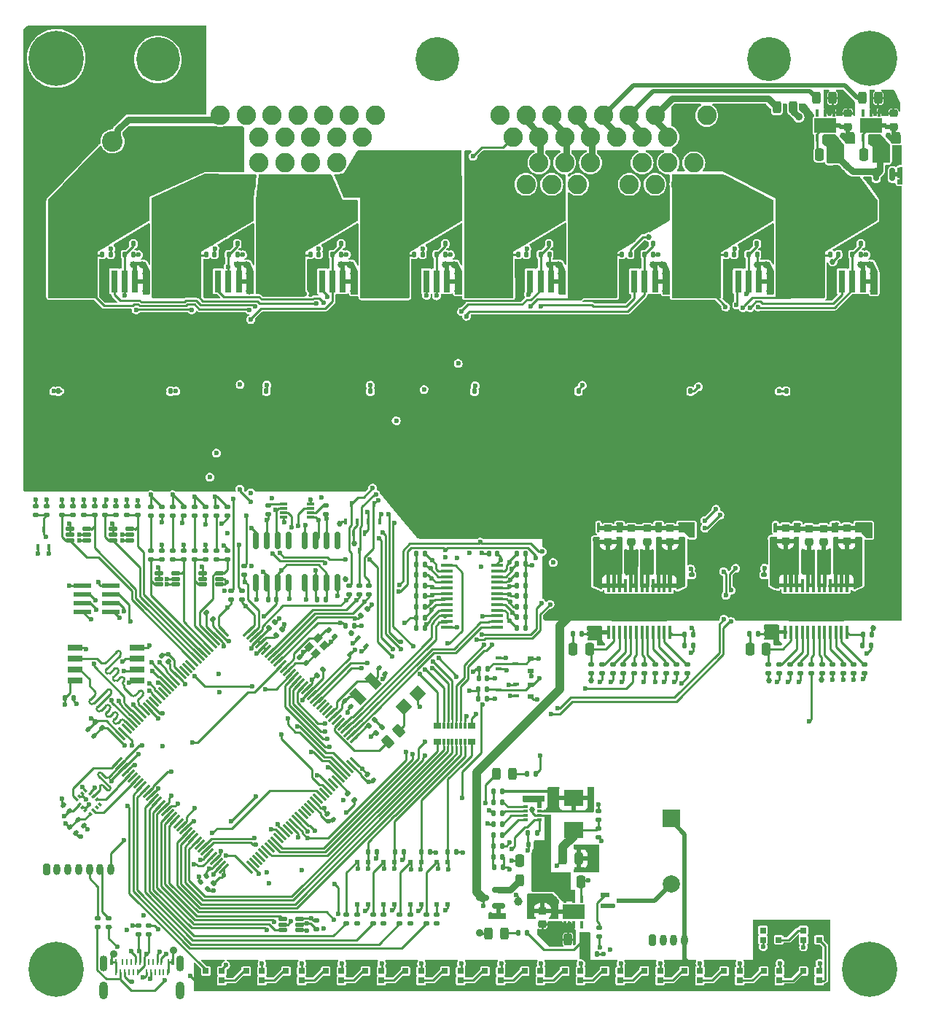
<source format=gbr>
%TF.GenerationSoftware,KiCad,Pcbnew,(6.0.8)*%
%TF.CreationDate,2024-02-14T13:24:55+01:00*%
%TF.ProjectId,pdms,70646d73-2e6b-4696-9361-645f70636258,rev?*%
%TF.SameCoordinates,Original*%
%TF.FileFunction,Copper,L1,Top*%
%TF.FilePolarity,Positive*%
%FSLAX46Y46*%
G04 Gerber Fmt 4.6, Leading zero omitted, Abs format (unit mm)*
G04 Created by KiCad (PCBNEW (6.0.8)) date 2024-02-14 13:24:55*
%MOMM*%
%LPD*%
G01*
G04 APERTURE LIST*
G04 Aperture macros list*
%AMRoundRect*
0 Rectangle with rounded corners*
0 $1 Rounding radius*
0 $2 $3 $4 $5 $6 $7 $8 $9 X,Y pos of 4 corners*
0 Add a 4 corners polygon primitive as box body*
4,1,4,$2,$3,$4,$5,$6,$7,$8,$9,$2,$3,0*
0 Add four circle primitives for the rounded corners*
1,1,$1+$1,$2,$3*
1,1,$1+$1,$4,$5*
1,1,$1+$1,$6,$7*
1,1,$1+$1,$8,$9*
0 Add four rect primitives between the rounded corners*
20,1,$1+$1,$2,$3,$4,$5,0*
20,1,$1+$1,$4,$5,$6,$7,0*
20,1,$1+$1,$6,$7,$8,$9,0*
20,1,$1+$1,$8,$9,$2,$3,0*%
%AMRotRect*
0 Rectangle, with rotation*
0 The origin of the aperture is its center*
0 $1 length*
0 $2 width*
0 $3 Rotation angle, in degrees counterclockwise*
0 Add horizontal line*
21,1,$1,$2,0,0,$3*%
G04 Aperture macros list end*
%TA.AperFunction,SMDPad,CuDef*%
%ADD10RoundRect,0.135000X0.185000X-0.135000X0.185000X0.135000X-0.185000X0.135000X-0.185000X-0.135000X0*%
%TD*%
%TA.AperFunction,SMDPad,CuDef*%
%ADD11RoundRect,0.250000X0.250000X0.475000X-0.250000X0.475000X-0.250000X-0.475000X0.250000X-0.475000X0*%
%TD*%
%TA.AperFunction,SMDPad,CuDef*%
%ADD12RoundRect,0.135000X0.135000X0.185000X-0.135000X0.185000X-0.135000X-0.185000X0.135000X-0.185000X0*%
%TD*%
%TA.AperFunction,SMDPad,CuDef*%
%ADD13RoundRect,0.140000X-0.140000X-0.170000X0.140000X-0.170000X0.140000X0.170000X-0.140000X0.170000X0*%
%TD*%
%TA.AperFunction,SMDPad,CuDef*%
%ADD14RoundRect,0.140000X0.140000X0.170000X-0.140000X0.170000X-0.140000X-0.170000X0.140000X-0.170000X0*%
%TD*%
%TA.AperFunction,SMDPad,CuDef*%
%ADD15RoundRect,0.140000X-0.219203X-0.021213X-0.021213X-0.219203X0.219203X0.021213X0.021213X0.219203X0*%
%TD*%
%TA.AperFunction,SMDPad,CuDef*%
%ADD16RoundRect,0.135000X-0.135000X-0.185000X0.135000X-0.185000X0.135000X0.185000X-0.135000X0.185000X0*%
%TD*%
%TA.AperFunction,SMDPad,CuDef*%
%ADD17R,0.800000X2.600000*%
%TD*%
%TA.AperFunction,SMDPad,CuDef*%
%ADD18R,4.400000X2.600000*%
%TD*%
%TA.AperFunction,SMDPad,CuDef*%
%ADD19R,10.000000X7.410000*%
%TD*%
%TA.AperFunction,SMDPad,CuDef*%
%ADD20RoundRect,0.135000X-0.185000X0.135000X-0.185000X-0.135000X0.185000X-0.135000X0.185000X0.135000X0*%
%TD*%
%TA.AperFunction,SMDPad,CuDef*%
%ADD21R,0.700000X0.700000*%
%TD*%
%TA.AperFunction,SMDPad,CuDef*%
%ADD22RoundRect,0.225000X0.250000X-0.225000X0.250000X0.225000X-0.250000X0.225000X-0.250000X-0.225000X0*%
%TD*%
%TA.AperFunction,ComponentPad*%
%ADD23RoundRect,0.200000X-0.200000X-0.450000X0.200000X-0.450000X0.200000X0.450000X-0.200000X0.450000X0*%
%TD*%
%TA.AperFunction,ComponentPad*%
%ADD24O,0.800000X1.300000*%
%TD*%
%TA.AperFunction,SMDPad,CuDef*%
%ADD25R,0.450000X1.525000*%
%TD*%
%TA.AperFunction,SMDPad,CuDef*%
%ADD26R,6.500000X2.870000*%
%TD*%
%TA.AperFunction,SMDPad,CuDef*%
%ADD27RoundRect,0.150000X0.587500X0.150000X-0.587500X0.150000X-0.587500X-0.150000X0.587500X-0.150000X0*%
%TD*%
%TA.AperFunction,SMDPad,CuDef*%
%ADD28RoundRect,0.135000X0.226274X0.035355X0.035355X0.226274X-0.226274X-0.035355X-0.035355X-0.226274X0*%
%TD*%
%TA.AperFunction,SMDPad,CuDef*%
%ADD29RoundRect,0.250000X-0.250000X-0.475000X0.250000X-0.475000X0.250000X0.475000X-0.250000X0.475000X0*%
%TD*%
%TA.AperFunction,SMDPad,CuDef*%
%ADD30RoundRect,0.019500X0.465500X0.175500X-0.465500X0.175500X-0.465500X-0.175500X0.465500X-0.175500X0*%
%TD*%
%TA.AperFunction,SMDPad,CuDef*%
%ADD31RoundRect,0.019500X-0.465500X-0.175500X0.465500X-0.175500X0.465500X0.175500X-0.465500X0.175500X0*%
%TD*%
%TA.AperFunction,SMDPad,CuDef*%
%ADD32R,1.750000X0.650000*%
%TD*%
%TA.AperFunction,SMDPad,CuDef*%
%ADD33C,1.000000*%
%TD*%
%TA.AperFunction,SMDPad,CuDef*%
%ADD34R,0.600000X0.470000*%
%TD*%
%TA.AperFunction,ComponentPad*%
%ADD35C,0.800000*%
%TD*%
%TA.AperFunction,ComponentPad*%
%ADD36C,6.400000*%
%TD*%
%TA.AperFunction,SMDPad,CuDef*%
%ADD37RoundRect,0.140000X0.219203X0.021213X0.021213X0.219203X-0.219203X-0.021213X-0.021213X-0.219203X0*%
%TD*%
%TA.AperFunction,SMDPad,CuDef*%
%ADD38R,2.000000X0.500000*%
%TD*%
%TA.AperFunction,ComponentPad*%
%ADD39R,2.400000X2.400000*%
%TD*%
%TA.AperFunction,ComponentPad*%
%ADD40C,2.400000*%
%TD*%
%TA.AperFunction,SMDPad,CuDef*%
%ADD41RoundRect,0.147500X0.017678X-0.226274X0.226274X-0.017678X-0.017678X0.226274X-0.226274X0.017678X0*%
%TD*%
%TA.AperFunction,SMDPad,CuDef*%
%ADD42RoundRect,0.135000X-0.226274X-0.035355X-0.035355X-0.226274X0.226274X0.035355X0.035355X0.226274X0*%
%TD*%
%TA.AperFunction,SMDPad,CuDef*%
%ADD43R,0.863600X0.787400*%
%TD*%
%TA.AperFunction,SMDPad,CuDef*%
%ADD44R,0.355600X0.787400*%
%TD*%
%TA.AperFunction,SMDPad,CuDef*%
%ADD45RoundRect,0.250000X-0.132583X0.503814X-0.503814X0.132583X0.132583X-0.503814X0.503814X-0.132583X0*%
%TD*%
%TA.AperFunction,SMDPad,CuDef*%
%ADD46RoundRect,0.243750X-0.243750X-0.456250X0.243750X-0.456250X0.243750X0.456250X-0.243750X0.456250X0*%
%TD*%
%TA.AperFunction,SMDPad,CuDef*%
%ADD47R,0.250000X0.750000*%
%TD*%
%TA.AperFunction,SMDPad,CuDef*%
%ADD48R,0.300000X0.750000*%
%TD*%
%TA.AperFunction,ComponentPad*%
%ADD49O,1.025000X2.050000*%
%TD*%
%TA.AperFunction,ComponentPad*%
%ADD50O,0.925000X1.850000*%
%TD*%
%TA.AperFunction,SMDPad,CuDef*%
%ADD51R,0.450000X0.700000*%
%TD*%
%TA.AperFunction,SMDPad,CuDef*%
%ADD52RoundRect,0.135000X-0.035355X0.226274X-0.226274X0.035355X0.035355X-0.226274X0.226274X-0.035355X0*%
%TD*%
%TA.AperFunction,ComponentPad*%
%ADD53C,2.250000*%
%TD*%
%TA.AperFunction,ComponentPad*%
%ADD54C,5.100000*%
%TD*%
%TA.AperFunction,SMDPad,CuDef*%
%ADD55R,0.300000X0.850000*%
%TD*%
%TA.AperFunction,SMDPad,CuDef*%
%ADD56R,2.500000X1.700000*%
%TD*%
%TA.AperFunction,SMDPad,CuDef*%
%ADD57R,0.700000X0.450000*%
%TD*%
%TA.AperFunction,SMDPad,CuDef*%
%ADD58RotRect,0.300000X1.475000X315.000000*%
%TD*%
%TA.AperFunction,SMDPad,CuDef*%
%ADD59RotRect,0.300000X1.475000X225.000000*%
%TD*%
%TA.AperFunction,ComponentPad*%
%ADD60R,2.000000X2.000000*%
%TD*%
%TA.AperFunction,ComponentPad*%
%ADD61C,2.000000*%
%TD*%
%TA.AperFunction,ComponentPad*%
%ADD62C,2.200000*%
%TD*%
%TA.AperFunction,SMDPad,CuDef*%
%ADD63RoundRect,0.243750X0.243750X0.456250X-0.243750X0.456250X-0.243750X-0.456250X0.243750X-0.456250X0*%
%TD*%
%TA.AperFunction,SMDPad,CuDef*%
%ADD64R,0.475000X0.300000*%
%TD*%
%TA.AperFunction,SMDPad,CuDef*%
%ADD65R,0.700000X0.600000*%
%TD*%
%TA.AperFunction,SMDPad,CuDef*%
%ADD66RoundRect,0.135000X0.035355X-0.226274X0.226274X-0.035355X-0.035355X0.226274X-0.226274X0.035355X0*%
%TD*%
%TA.AperFunction,SMDPad,CuDef*%
%ADD67RotRect,0.250000X0.475000X45.000000*%
%TD*%
%TA.AperFunction,SMDPad,CuDef*%
%ADD68RotRect,0.250000X0.475000X315.000000*%
%TD*%
%TA.AperFunction,SMDPad,CuDef*%
%ADD69R,1.475000X0.450000*%
%TD*%
%TA.AperFunction,SMDPad,CuDef*%
%ADD70RoundRect,0.225000X-0.250000X0.225000X-0.250000X-0.225000X0.250000X-0.225000X0.250000X0.225000X0*%
%TD*%
%TA.AperFunction,SMDPad,CuDef*%
%ADD71RotRect,1.000000X1.800000X225.000000*%
%TD*%
%TA.AperFunction,SMDPad,CuDef*%
%ADD72RotRect,0.450000X0.700000X135.000000*%
%TD*%
%TA.AperFunction,SMDPad,CuDef*%
%ADD73RoundRect,0.150000X-0.150000X0.587500X-0.150000X-0.587500X0.150000X-0.587500X0.150000X0.587500X0*%
%TD*%
%TA.AperFunction,SMDPad,CuDef*%
%ADD74RotRect,0.900000X0.800000X45.000000*%
%TD*%
%TA.AperFunction,SMDPad,CuDef*%
%ADD75RoundRect,0.150000X0.150000X-0.825000X0.150000X0.825000X-0.150000X0.825000X-0.150000X-0.825000X0*%
%TD*%
%TA.AperFunction,SMDPad,CuDef*%
%ADD76RotRect,1.400000X1.400000X45.000000*%
%TD*%
%TA.AperFunction,SMDPad,CuDef*%
%ADD77R,2.286000X1.854500*%
%TD*%
%TA.AperFunction,SMDPad,CuDef*%
%ADD78R,1.000000X0.550000*%
%TD*%
%TA.AperFunction,SMDPad,CuDef*%
%ADD79RoundRect,0.140000X-0.021213X0.219203X-0.219203X0.021213X0.021213X-0.219203X0.219203X-0.021213X0*%
%TD*%
%TA.AperFunction,SMDPad,CuDef*%
%ADD80R,0.850000X0.300000*%
%TD*%
%TA.AperFunction,ViaPad*%
%ADD81C,0.889000*%
%TD*%
%TA.AperFunction,ViaPad*%
%ADD82C,0.685800*%
%TD*%
%TA.AperFunction,ViaPad*%
%ADD83C,0.800000*%
%TD*%
%TA.AperFunction,ViaPad*%
%ADD84C,0.600000*%
%TD*%
%TA.AperFunction,ViaPad*%
%ADD85C,1.100000*%
%TD*%
%TA.AperFunction,Conductor*%
%ADD86C,0.254000*%
%TD*%
%TA.AperFunction,Conductor*%
%ADD87C,0.250000*%
%TD*%
%TA.AperFunction,Conductor*%
%ADD88C,0.762000*%
%TD*%
%TA.AperFunction,Conductor*%
%ADD89C,0.508000*%
%TD*%
%TA.AperFunction,Conductor*%
%ADD90C,1.000000*%
%TD*%
%TA.AperFunction,Conductor*%
%ADD91C,0.300000*%
%TD*%
%TA.AperFunction,Conductor*%
%ADD92C,0.200000*%
%TD*%
G04 APERTURE END LIST*
D10*
%TO.P,R68,1*%
%TO.N,ADC_PROT1*%
X21166000Y-105984000D03*
%TO.P,R68,2*%
%TO.N,ADC_IN1*%
X21166000Y-104964000D03*
%TD*%
D11*
%TO.P,C3,1*%
%TO.N,12V_EXTERNAL*%
X111084400Y-64160400D03*
%TO.P,C3,2*%
%TO.N,GND*%
X109184400Y-64160400D03*
%TD*%
D12*
%TO.P,C91,1*%
%TO.N,GND*%
X83314000Y-156972000D03*
%TO.P,C91,2*%
%TO.N,+5V*%
X82294000Y-156972000D03*
%TD*%
D13*
%TO.P,C130,1*%
%TO.N,+12V*%
X113012400Y-74498400D03*
%TO.P,C130,2*%
%TO.N,Net-(C130-Pad2)*%
X113972400Y-74498400D03*
%TD*%
D10*
%TO.P,R102,1*%
%TO.N,LP_SIG_IN6*%
X111915200Y-124345862D03*
%TO.P,R102,2*%
%TO.N,Net-(IC16-Pad9)*%
X111915200Y-123325862D03*
%TD*%
D14*
%TO.P,C116,1*%
%TO.N,GND*%
X75122400Y-75728400D03*
%TO.P,C116,2*%
%TO.N,HP_MOS5*%
X74162400Y-75728400D03*
%TD*%
D15*
%TO.P,C78,1*%
%TO.N,+3.3V*%
X56673256Y-136101293D03*
%TO.P,C78,2*%
%TO.N,GND*%
X57352078Y-136780115D03*
%TD*%
D10*
%TO.P,R83,1*%
%TO.N,ADC_PROT7*%
X36586000Y-111110000D03*
%TO.P,R83,2*%
%TO.N,ADC_IN7*%
X36586000Y-110090000D03*
%TD*%
D16*
%TO.P,R17,1*%
%TO.N,GND*%
X62323333Y-116637167D03*
%TO.P,R17,2*%
%TO.N,/VMUX/HP_MOS_DIV3*%
X63343333Y-116637167D03*
%TD*%
D17*
%TO.P,Q6,1,GND_*%
%TO.N,GND*%
X65896600Y-78841600D03*
%TO.P,Q6,2,IS*%
%TO.N,Net-(C109-Pad2)*%
X64696600Y-78841600D03*
%TO.P,Q6,3,IN*%
%TO.N,SIG_IN4*%
X63496600Y-78841600D03*
%TO.P,Q6,4,DEN*%
%TO.N,+12V*%
X62296600Y-78841600D03*
D18*
%TO.P,Q6,5,OUT*%
%TO.N,HP_MOS4*%
X59296600Y-78841600D03*
D19*
%TO.P,Q6,9,VS*%
%TO.N,+12V*%
X61696600Y-86376600D03*
%TD*%
D12*
%TO.P,R115,1*%
%TO.N,Net-(D50-Pad1)*%
X115190000Y-121100000D03*
%TO.P,R115,2*%
%TO.N,/POWER_SWITCHES/BTS722204-2/IS*%
X114170000Y-121100000D03*
%TD*%
D20*
%TO.P,R98,1*%
%TO.N,/POWER_SWITCHES/BTS722204-2/SI*%
X105735200Y-123325862D03*
%TO.P,R98,2*%
%TO.N,SPI2_MOSI*%
X105735200Y-124345862D03*
%TD*%
D12*
%TO.P,R206,1*%
%TO.N,GND*%
X89862400Y-75728400D03*
%TO.P,R206,2*%
%TO.N,Net-(C120-Pad2)*%
X88842400Y-75728400D03*
%TD*%
D21*
%TO.P,D18,1,DO*%
%TO.N,Net-(D18-Pad1)*%
X58267600Y-160020000D03*
%TO.P,D18,2,GND*%
%TO.N,GND*%
X58267600Y-158920000D03*
%TO.P,D18,3,DI*%
%TO.N,Net-(D16-Pad1)*%
X56437600Y-158920000D03*
%TO.P,D18,4,VDD*%
%TO.N,+5V*%
X56437600Y-160020000D03*
%TD*%
D10*
%TO.P,R77,1*%
%TO.N,ADC_PROT4*%
X28711000Y-105984000D03*
%TO.P,R77,2*%
%TO.N,ADC_IN4*%
X28711000Y-104964000D03*
%TD*%
%TO.P,R72,1*%
%TO.N,/PERIPHERAL/BUZZ_IN*%
X83566000Y-154942000D03*
%TO.P,R72,2*%
%TO.N,Net-(Q2-Pad1)*%
X83566000Y-153922000D03*
%TD*%
%TO.P,R25,1*%
%TO.N,LP_SIG_IN2*%
X91330000Y-124346662D03*
%TO.P,R25,2*%
%TO.N,Net-(IC7-Pad9)*%
X91330000Y-123326662D03*
%TD*%
D14*
%TO.P,C105,1*%
%TO.N,GND*%
X50974600Y-75737200D03*
%TO.P,C105,2*%
%TO.N,HP_MOS3*%
X50014600Y-75737200D03*
%TD*%
D22*
%TO.P,C73,1*%
%TO.N,/POWER_SWITCHES/BTS722204-2/OUT3*%
X112348000Y-109029800D03*
%TO.P,C73,2*%
%TO.N,GND*%
X112348000Y-107479800D03*
%TD*%
D17*
%TO.P,Q4,1,GND_*%
%TO.N,GND*%
X41715800Y-78840800D03*
%TO.P,Q4,2,IS*%
%TO.N,Net-(C99-Pad2)*%
X40515800Y-78840800D03*
%TO.P,Q4,3,IN*%
%TO.N,SIG_IN2*%
X39315800Y-78840800D03*
%TO.P,Q4,4,DEN*%
%TO.N,+12V*%
X38115800Y-78840800D03*
D18*
%TO.P,Q4,5,OUT*%
%TO.N,HP_MOS2*%
X35115800Y-78840800D03*
D19*
%TO.P,Q4,9,VS*%
%TO.N,+12V*%
X37515800Y-86375800D03*
%TD*%
D23*
%TO.P,J5,1,Pin_1*%
%TO.N,SAFETY_IN*%
X89737400Y-155348400D03*
D24*
%TO.P,J5,2,Pin_2*%
%TO.N,GND*%
X90987400Y-155348400D03*
%TO.P,J5,3,Pin_3*%
%TO.N,+12V*%
X92237400Y-155348400D03*
%TO.P,J5,4,Pin_4*%
%TO.N,+5V*%
X93487400Y-155348400D03*
%TD*%
D10*
%TO.P,R173,1*%
%TO.N,USB_CONN_D-*%
X31242000Y-154686000D03*
%TO.P,R173,2*%
%TO.N,GND*%
X31242000Y-153666000D03*
%TD*%
D13*
%TO.P,C113,1*%
%TO.N,+12V*%
X28510000Y-74500000D03*
%TO.P,C113,2*%
%TO.N,Net-(C113-Pad2)*%
X29470000Y-74500000D03*
%TD*%
D21*
%TO.P,D10,1,DO*%
%TO.N,Net-(D10-Pad1)*%
X39725600Y-160028800D03*
%TO.P,D10,2,GND*%
%TO.N,GND*%
X39725600Y-158928800D03*
%TO.P,D10,3,DI*%
%TO.N,/ARGB_LEDS/LED_DATA_IN*%
X37895600Y-158928800D03*
%TO.P,D10,4,VDD*%
%TO.N,+5V*%
X37895600Y-160028800D03*
%TD*%
D10*
%TO.P,R59,1*%
%TO.N,CAN2_H*%
X45110400Y-105920000D03*
%TO.P,R59,2*%
%TO.N,Net-(IC17-Pad5)*%
X45110400Y-104900000D03*
%TD*%
D22*
%TO.P,C70,1*%
%TO.N,/POWER_SWITCHES/BTS722204-2/OUT0*%
X105223000Y-109004800D03*
%TO.P,C70,2*%
%TO.N,GND*%
X105223000Y-107454800D03*
%TD*%
D10*
%TO.P,R101,1*%
%TO.N,LP_SIG_IN5*%
X110675200Y-124345862D03*
%TO.P,R101,2*%
%TO.N,Net-(IC16-Pad8)*%
X110675200Y-123325862D03*
%TD*%
D25*
%TO.P,IC7,1,GND_1*%
%TO.N,GND*%
X84638000Y-119606000D03*
%TO.P,IC7,2,VDD*%
%TO.N,/POWER_SWITCHES/BTS722204-1/VDD_IO*%
X85288000Y-119606000D03*
%TO.P,IC7,3,SO*%
%TO.N,/POWER_SWITCHES/BTS722204-1/SO*%
X85938000Y-119606000D03*
%TO.P,IC7,4,SI*%
%TO.N,/POWER_SWITCHES/BTS722204-1/SI*%
X86588000Y-119606000D03*
%TO.P,IC7,5,SCLK*%
%TO.N,Net-(IC7-Pad5)*%
X87238000Y-119606000D03*
%TO.P,IC7,6,CSN*%
%TO.N,Net-(IC7-Pad6)*%
X87888000Y-119606000D03*
%TO.P,IC7,7,LHI*%
%TO.N,/POWER_SWITCHES/BTS722204-1/LHI*%
X88538000Y-119606000D03*
%TO.P,IC7,8,IN0*%
%TO.N,Net-(IC7-Pad8)*%
X89188000Y-119606000D03*
%TO.P,IC7,9,IN1*%
%TO.N,Net-(IC7-Pad9)*%
X89838000Y-119606000D03*
%TO.P,IC7,10,IN2*%
%TO.N,Net-(IC7-Pad10)*%
X90488000Y-119606000D03*
%TO.P,IC7,11,IN3*%
%TO.N,Net-(IC7-Pad11)*%
X91138000Y-119606000D03*
%TO.P,IC7,12,IS*%
%TO.N,/POWER_SWITCHES/BTS722204-1/IS*%
X91788000Y-119606000D03*
%TO.P,IC7,13,OUT3_1*%
%TO.N,/POWER_SWITCHES/BTS722204-1/OUT3*%
X91788000Y-114182000D03*
%TO.P,IC7,14,OUT3_2*%
X91138000Y-114182000D03*
%TO.P,IC7,15,OUT3_3*%
X90488000Y-114182000D03*
%TO.P,IC7,16,OUT3_4*%
X89838000Y-114182000D03*
%TO.P,IC7,17,OUT2_1*%
%TO.N,/POWER_SWITCHES/BTS722204-1/OUT2*%
X89188000Y-114182000D03*
%TO.P,IC7,18,OUT2_2*%
X88538000Y-114182000D03*
%TO.P,IC7,19,OUT1_1*%
%TO.N,/POWER_SWITCHES/BTS722204-1/OUT1*%
X87888000Y-114182000D03*
%TO.P,IC7,20,OUT1_2*%
X87238000Y-114182000D03*
%TO.P,IC7,21,OUT0_1*%
%TO.N,/POWER_SWITCHES/BTS722204-1/OUT0*%
X86588000Y-114182000D03*
%TO.P,IC7,22,OUT0_2*%
X85938000Y-114182000D03*
%TO.P,IC7,23,OUT0_3*%
X85288000Y-114182000D03*
%TO.P,IC7,24,OUT0_4*%
X84638000Y-114182000D03*
D26*
%TO.P,IC7,25,VS*%
%TO.N,+12V*%
X88213000Y-116894000D03*
%TD*%
D21*
%TO.P,D21,1,DO*%
%TO.N,Net-(D19-Pad3)*%
X86029800Y-160020000D03*
%TO.P,D21,2,GND*%
%TO.N,GND*%
X86029800Y-158920000D03*
%TO.P,D21,3,DI*%
%TO.N,Net-(D21-Pad3)*%
X84199800Y-158920000D03*
%TO.P,D21,4,VDD*%
%TO.N,+5V*%
X84199800Y-160020000D03*
%TD*%
D12*
%TO.P,R201,1*%
%TO.N,GND*%
X77792400Y-75738400D03*
%TO.P,R201,2*%
%TO.N,Net-(C115-Pad2)*%
X76772400Y-75738400D03*
%TD*%
D16*
%TO.P,R37,1*%
%TO.N,GND*%
X62326666Y-119087167D03*
%TO.P,R37,2*%
%TO.N,/VMUX/HP_MOS_DIV1*%
X63346666Y-119087167D03*
%TD*%
D14*
%TO.P,C2,1*%
%TO.N,+3.3V*%
X71713333Y-110447167D03*
%TO.P,C2,2*%
%TO.N,GND*%
X70753333Y-110447167D03*
%TD*%
D12*
%TO.P,R211,1*%
%TO.N,GND*%
X101932400Y-75738400D03*
%TO.P,R211,2*%
%TO.N,Net-(C125-Pad2)*%
X100912400Y-75738400D03*
%TD*%
D20*
%TO.P,R80,1*%
%TO.N,GND*%
X32766000Y-110094000D03*
%TO.P,R80,2*%
%TO.N,ADC_PROT5*%
X32766000Y-111114000D03*
%TD*%
D16*
%TO.P,R62,1*%
%TO.N,Net-(C61-Pad1)*%
X71313700Y-143118600D03*
%TO.P,R62,2*%
%TO.N,Net-(IC11-Pad8)*%
X72333700Y-143118600D03*
%TD*%
D10*
%TO.P,R75,1*%
%TO.N,ADC_PROT3*%
X26171000Y-105984000D03*
%TO.P,R75,2*%
%TO.N,ADC_IN3*%
X26171000Y-104964000D03*
%TD*%
D27*
%TO.P,Q1,1,G*%
%TO.N,GND*%
X71882000Y-151384000D03*
%TO.P,Q1,2,S*%
%TO.N,Net-(F1-Pad2)*%
X71882000Y-149484000D03*
%TO.P,Q1,3,D*%
%TO.N,+12V*%
X70007000Y-150434000D03*
%TD*%
D16*
%TO.P,R14,1*%
%TO.N,GND*%
X62323333Y-112917167D03*
%TO.P,R14,2*%
%TO.N,/VMUX/HP_MOS_DIV6*%
X63343333Y-112917167D03*
%TD*%
D12*
%TO.P,R109,1*%
%TO.N,+5V*%
X75184000Y-154524700D03*
%TO.P,R109,2*%
%TO.N,Net-(D35-Pad2)*%
X74164000Y-154524700D03*
%TD*%
D28*
%TO.P,C42,1*%
%TO.N,OSC_IN*%
X49529108Y-123182699D03*
%TO.P,C42,2*%
%TO.N,GND*%
X48807860Y-122461451D03*
%TD*%
D20*
%TO.P,R179,1*%
%TO.N,SWDIO*%
X25325287Y-152802400D03*
%TO.P,R179,2*%
%TO.N,USBC_SWDIO*%
X25325287Y-153822400D03*
%TD*%
D10*
%TO.P,R165,1*%
%TO.N,ADC_IN8*%
X39116000Y-106047000D03*
%TO.P,R165,2*%
%TO.N,CONN_AD_IN8*%
X39116000Y-105027000D03*
%TD*%
D22*
%TO.P,C55,1*%
%TO.N,/POWER1/VOUT*%
X76987800Y-153507600D03*
%TO.P,C55,2*%
%TO.N,GND*%
X76987800Y-151957600D03*
%TD*%
D29*
%TO.P,C54,1*%
%TO.N,12V_LOGIC_ONLY*%
X79587700Y-148563400D03*
%TO.P,C54,2*%
%TO.N,GND*%
X81487700Y-148563400D03*
%TD*%
D28*
%TO.P,C48,1*%
%TO.N,+3.3V*%
X33520624Y-123030624D03*
%TO.P,C48,2*%
%TO.N,GND*%
X32799376Y-122309376D03*
%TD*%
D15*
%TO.P,C81,1*%
%TO.N,+3.3V*%
X52004547Y-140724039D03*
%TO.P,C81,2*%
%TO.N,GND*%
X52683369Y-141402861D03*
%TD*%
D30*
%TO.P,D24,1*%
%TO.N,GND*%
X29056000Y-108918000D03*
%TO.P,D24,2*%
X29056000Y-108268000D03*
%TO.P,D24,3*%
%TO.N,ADC_PROT4*%
X29056000Y-107618000D03*
D31*
%TO.P,D24,4*%
%TO.N,+3.3V*%
X27096000Y-107618000D03*
%TO.P,D24,5*%
X27096000Y-108268000D03*
%TO.P,D24,6*%
%TO.N,ADC_PROT3*%
X27096000Y-108918000D03*
%TD*%
D23*
%TO.P,J1,1,Pin_1*%
%TO.N,+3.3V*%
X19364000Y-147160400D03*
D24*
%TO.P,J1,2,Pin_2*%
%TO.N,GND*%
X20614000Y-147160400D03*
%TO.P,J1,3,Pin_3*%
%TO.N,+5V*%
X21864000Y-147160400D03*
%TO.P,J1,4,Pin_4*%
%TO.N,NRST*%
X23114000Y-147160400D03*
%TO.P,J1,5,Pin_5*%
%TO.N,SWDIO*%
X24364000Y-147160400D03*
%TO.P,J1,6,Pin_6*%
%TO.N,SWCLK*%
X25614000Y-147160400D03*
%TO.P,J1,7,Pin_7*%
%TO.N,SWO*%
X26864000Y-147160400D03*
%TD*%
D32*
%TO.P,IC20,1,~{CS}*%
%TO.N,NCS*%
X29910000Y-125160000D03*
%TO.P,IC20,2,SO(I/O1)*%
%TO.N,BK1_IO1*%
X29910000Y-123890000D03*
%TO.P,IC20,3,~{WP(I}/O2)*%
%TO.N,BK1_IO2*%
X29910000Y-122620000D03*
%TO.P,IC20,4,GND*%
%TO.N,GND*%
X29910000Y-121350000D03*
%TO.P,IC20,5,SI(I/O0)*%
%TO.N,BK1_IO0*%
X22660000Y-121350000D03*
%TO.P,IC20,6,SCK*%
%TO.N,CLK*%
X22660000Y-122620000D03*
%TO.P,IC20,7,~{HOLD(I}/O3)*%
%TO.N,BK1_IO3*%
X22660000Y-123890000D03*
%TO.P,IC20,8,VCC*%
%TO.N,+3.3V*%
X22660000Y-125160000D03*
%TD*%
D20*
%TO.P,R86,1*%
%TO.N,GND*%
X40396000Y-110092000D03*
%TO.P,R86,2*%
%TO.N,ADC_PROT8*%
X40396000Y-111112000D03*
%TD*%
%TO.P,R162,1*%
%TO.N,CONN_AD_IN6*%
X35306000Y-105027000D03*
%TO.P,R162,2*%
%TO.N,Net-(R117-Pad2)*%
X35306000Y-106047000D03*
%TD*%
D33*
%TO.P,TP1,1,1*%
%TO.N,/POWER1/PG3V3*%
X74168000Y-150876000D03*
%TD*%
D34*
%TO.P,U4,1,A*%
%TO.N,Net-(R6-Pad1)*%
X58530000Y-151200000D03*
%TO.P,U4,2,K*%
%TO.N,GND*%
X59800000Y-151200000D03*
%TO.P,U4,3,D1*%
%TO.N,SIG_UP_6*%
X59800000Y-146280000D03*
%TO.P,U4,4,D2*%
%TO.N,Net-(R117-Pad2)*%
X58530000Y-146280000D03*
%TD*%
D35*
%TO.P,H2,1,1*%
%TO.N,GND*%
X116699056Y-51290744D03*
X115002000Y-50587800D03*
X113304944Y-54684856D03*
D36*
X115002000Y-52987800D03*
D35*
X112602000Y-52987800D03*
X113304944Y-51290744D03*
X115002000Y-55387800D03*
X116699056Y-54684856D03*
X117402000Y-52987800D03*
%TD*%
D21*
%TO.P,D15,1,DO*%
%TO.N,Net-(D13-Pad3)*%
X99898800Y-160024600D03*
%TO.P,D15,2,GND*%
%TO.N,GND*%
X99898800Y-158924600D03*
%TO.P,D15,3,DI*%
%TO.N,Net-(D15-Pad3)*%
X98068800Y-158924600D03*
%TO.P,D15,4,VDD*%
%TO.N,+5V*%
X98068800Y-160024600D03*
%TD*%
D20*
%TO.P,R100,1*%
%TO.N,Net-(IC16-Pad6)*%
X108205200Y-123325862D03*
%TO.P,R100,2*%
%TO.N,LP_CSN2*%
X108205200Y-124345862D03*
%TD*%
D29*
%TO.P,C56,1*%
%TO.N,GND*%
X74328100Y-146090400D03*
%TO.P,C56,2*%
%TO.N,12V_LOGIC_ONLY*%
X76228100Y-146090400D03*
%TD*%
D12*
%TO.P,R53,1*%
%TO.N,GND*%
X75003333Y-112907167D03*
%TO.P,R53,2*%
%TO.N,/VMUX/LP_MOS_DIV3*%
X73983333Y-112907167D03*
%TD*%
D13*
%TO.P,C115,1*%
%TO.N,+12V*%
X76802400Y-74488400D03*
%TO.P,C115,2*%
%TO.N,Net-(C115-Pad2)*%
X77762400Y-74488400D03*
%TD*%
D20*
%TO.P,R5,1*%
%TO.N,Net-(R5-Pad1)*%
X55436400Y-152337300D03*
%TO.P,R5,2*%
%TO.N,SAFETY_IN*%
X55436400Y-153357300D03*
%TD*%
D14*
%TO.P,C65,1*%
%TO.N,+5V*%
X46073000Y-115824000D03*
%TO.P,C65,2*%
%TO.N,GND*%
X45113000Y-115824000D03*
%TD*%
D37*
%TO.P,C82,1*%
%TO.N,+3.3V*%
X24883608Y-131584542D03*
%TO.P,C82,2*%
%TO.N,GND*%
X24204786Y-130905720D03*
%TD*%
D38*
%TO.P,J4,1,Pin_1*%
%TO.N,+3.3V*%
X23540000Y-114200000D03*
%TO.P,J4,2,Pin_2*%
%TO.N,GND*%
X26840000Y-114200000D03*
%TO.P,J4,3,Pin_3*%
%TO.N,AUX4*%
X23540000Y-115200000D03*
%TO.P,J4,4,Pin_4*%
%TO.N,AUX1*%
X26840000Y-115200000D03*
%TO.P,J4,5,Pin_5*%
%TO.N,AUX5*%
X23540000Y-116200000D03*
%TO.P,J4,6,Pin_6*%
%TO.N,AUX2*%
X26840000Y-116200000D03*
%TO.P,J4,7,Pin_7*%
%TO.N,AUX6*%
X23540000Y-117200000D03*
%TO.P,J4,8,Pin_8*%
%TO.N,AUX3*%
X26840000Y-117200000D03*
%TD*%
D20*
%TO.P,R7,1*%
%TO.N,Net-(R7-Pad1)*%
X61634000Y-152337300D03*
%TO.P,R7,2*%
%TO.N,SAFETY_IN*%
X61634000Y-153357300D03*
%TD*%
D12*
%TO.P,R216,1*%
%TO.N,GND*%
X114002400Y-75748400D03*
%TO.P,R216,2*%
%TO.N,Net-(C130-Pad2)*%
X112982400Y-75748400D03*
%TD*%
D39*
%TO.P,C88,1*%
%TO.N,+12V*%
X22051000Y-62611000D03*
D40*
%TO.P,C88,2*%
%TO.N,GND*%
X27051000Y-62611000D03*
%TD*%
D16*
%TO.P,R28,1*%
%TO.N,Net-(C19-Pad1)*%
X80492000Y-119802000D03*
%TO.P,R28,2*%
%TO.N,GND*%
X81512000Y-119802000D03*
%TD*%
D22*
%TO.P,C72,1*%
%TO.N,/POWER_SWITCHES/BTS722204-2/OUT2*%
X109623000Y-109097800D03*
%TO.P,C72,2*%
%TO.N,GND*%
X109623000Y-107547800D03*
%TD*%
D41*
%TO.P,D33,1,K*%
%TO.N,GND*%
X57647053Y-131282947D03*
%TO.P,D33,2,A*%
%TO.N,Net-(D33-Pad2)*%
X58332947Y-130597053D03*
%TD*%
D42*
%TO.P,C46,1*%
%TO.N,OSC_OUT*%
X52141176Y-119374976D03*
%TO.P,C46,2*%
%TO.N,GND*%
X52862424Y-120096224D03*
%TD*%
D14*
%TO.P,C131,1*%
%TO.N,GND*%
X111332400Y-75738400D03*
%TO.P,C131,2*%
%TO.N,HP_MOS8*%
X110372400Y-75738400D03*
%TD*%
D20*
%TO.P,R164,1*%
%TO.N,CONN_AD_IN7*%
X37846000Y-105027000D03*
%TO.P,R164,2*%
%TO.N,Net-(R118-Pad2)*%
X37846000Y-106047000D03*
%TD*%
D16*
%TO.P,R41,1*%
%TO.N,SIG_UP_7*%
X62940000Y-145125000D03*
%TO.P,R41,2*%
%TO.N,GND*%
X63960000Y-145125000D03*
%TD*%
D20*
%TO.P,C63,1*%
%TO.N,GND*%
X83462700Y-140378400D03*
%TO.P,C63,2*%
%TO.N,/POWER1/PREFUSE_3V3*%
X83462700Y-141398400D03*
%TD*%
D43*
%TO.P,R43,1*%
%TO.N,PWM_SIG1*%
X64768800Y-132264400D03*
D44*
%TO.P,R43,2*%
%TO.N,PWM_SIG2*%
X65516322Y-132264400D03*
%TO.P,R43,3*%
%TO.N,PWM_SIG3*%
X66009844Y-132264400D03*
%TO.P,R43,4*%
%TO.N,PWM_SIG4*%
X66503366Y-132264400D03*
%TO.P,R43,5*%
%TO.N,SIG_UP_5*%
X66996888Y-132264400D03*
%TO.P,R43,6*%
%TO.N,SIG_UP_6*%
X67490410Y-132264400D03*
%TO.P,R43,7*%
%TO.N,SIG_UP_7*%
X67983932Y-132264400D03*
D43*
%TO.P,R43,8*%
%TO.N,SIG_UP_8*%
X68731200Y-132264400D03*
%TO.P,R43,9*%
%TO.N,SIG_IN8*%
X68731200Y-130435600D03*
D44*
%TO.P,R43,10*%
%TO.N,SIG_IN7*%
X67983932Y-130435600D03*
%TO.P,R43,11*%
%TO.N,SIG_IN6*%
X67490410Y-130435600D03*
%TO.P,R43,12*%
%TO.N,SIG_IN5*%
X66996888Y-130435600D03*
%TO.P,R43,13*%
%TO.N,SIG_IN4*%
X66503366Y-130435600D03*
%TO.P,R43,14*%
%TO.N,SIG_IN3*%
X66009844Y-130435600D03*
%TO.P,R43,15*%
%TO.N,SIG_IN2*%
X65516322Y-130435600D03*
D43*
%TO.P,R43,16*%
%TO.N,SIG_IN1*%
X64768800Y-130435600D03*
%TD*%
D10*
%TO.P,R119,1*%
%TO.N,PWM_SIG8*%
X63539000Y-153357300D03*
%TO.P,R119,2*%
%TO.N,Net-(R119-Pad2)*%
X63539000Y-152337300D03*
%TD*%
D45*
%TO.P,R54,1*%
%TO.N,Net-(C40-Pad2)*%
X60295235Y-131054765D03*
%TO.P,R54,2*%
%TO.N,Net-(IC19-Pad6)*%
X59004765Y-132345235D03*
%TD*%
D14*
%TO.P,C100,1*%
%TO.N,GND*%
X38899600Y-75737200D03*
%TO.P,C100,2*%
%TO.N,HP_MOS2*%
X37939600Y-75737200D03*
%TD*%
D16*
%TO.P,C60,1*%
%TO.N,Net-(C60-Pad1)*%
X71313700Y-138038600D03*
%TO.P,C60,2*%
%TO.N,Net-(C60-Pad2)*%
X72333700Y-138038600D03*
%TD*%
D46*
%TO.P,F3,1*%
%TO.N,+12VA*%
X104222500Y-58680000D03*
%TO.P,F3,2*%
%TO.N,12V_EXTERNAL*%
X106097500Y-58680000D03*
%TD*%
D12*
%TO.P,R67,1*%
%TO.N,GND*%
X29500000Y-75750000D03*
%TO.P,R67,2*%
%TO.N,Net-(C113-Pad2)*%
X28480000Y-75750000D03*
%TD*%
D47*
%TO.P,J6,A1,GNDA*%
%TO.N,GND*%
X27430000Y-157838800D03*
%TO.P,J6,A2,TX1_P*%
%TO.N,unconnected-(J6-PadA2)*%
X28230000Y-157838800D03*
%TO.P,J6,A3,TX1_N*%
%TO.N,unconnected-(J6-PadA3)*%
X28730000Y-157838800D03*
%TO.P,J6,A4,VBUS_A*%
%TO.N,unconnected-(J6-PadA4)*%
X29230000Y-157838800D03*
%TO.P,J6,A5,CC1*%
%TO.N,Net-(J6-PadA5)*%
X29730000Y-157838800D03*
%TO.P,J6,A6,DA_P*%
%TO.N,USB_CONN_D+*%
X30230000Y-157838800D03*
%TO.P,J6,A7,DA_N*%
%TO.N,USB_CONN_D-*%
X30730000Y-157838800D03*
%TO.P,J6,A8,SBU1*%
%TO.N,unconnected-(J6-PadA8)*%
X31230000Y-157838800D03*
%TO.P,J6,A9,VBUS_A*%
%TO.N,unconnected-(J6-PadA9)*%
X31730000Y-157838800D03*
%TO.P,J6,A10,RX2_N*%
%TO.N,USBC_SWCLK*%
X32230000Y-157838800D03*
%TO.P,J6,A11,RX2_P*%
%TO.N,USBC_SWDIO*%
X32730000Y-157838800D03*
%TO.P,J6,A12,GNDA*%
%TO.N,GND*%
X33530000Y-157838800D03*
%TO.P,J6,B1,GNDB*%
X33480000Y-159088800D03*
%TO.P,J6,B2,TX2_P*%
%TO.N,unconnected-(J6-PadB2)*%
X32980000Y-159088800D03*
%TO.P,J6,B3,TX2_N*%
%TO.N,unconnected-(J6-PadB3)*%
X32480000Y-159088800D03*
%TO.P,J6,B4,VBUS_B*%
%TO.N,unconnected-(J6-PadB4)*%
X31980000Y-159088800D03*
%TO.P,J6,B5,CC2*%
%TO.N,Net-(J6-PadB5)*%
X31480000Y-159088800D03*
%TO.P,J6,B6,DB_P*%
%TO.N,USB_CONN_D+*%
X30980000Y-159088800D03*
%TO.P,J6,B7,DB_N*%
%TO.N,USB_CONN_D-*%
X29980000Y-159088800D03*
%TO.P,J6,B8,SBU2*%
%TO.N,unconnected-(J6-PadB8)*%
X29480000Y-159088800D03*
%TO.P,J6,B9,VBUS_B*%
%TO.N,unconnected-(J6-PadB9)*%
X28980000Y-159088800D03*
%TO.P,J6,B10,RX1_N*%
%TO.N,USBC_SWCLK*%
X28480000Y-159088800D03*
%TO.P,J6,B11,RX1_P*%
%TO.N,USBC_SWDIO*%
X27980000Y-159088800D03*
%TO.P,J6,B12,GNDB*%
%TO.N,GND*%
X27480000Y-159088800D03*
D48*
%TO.P,J6,G1,GND*%
X26930000Y-157838800D03*
%TO.P,J6,G2,GND*%
X34030000Y-157838800D03*
D49*
%TO.P,J6,S1,SHIELD*%
%TO.N,unconnected-(J6-PadS1)*%
X26030000Y-161213800D03*
%TO.P,J6,S2,SHIELD*%
%TO.N,unconnected-(J6-PadS2)*%
X34930000Y-161213800D03*
D50*
%TO.P,J6,S3,SHIELD*%
%TO.N,unconnected-(J6-PadS3)*%
X26030000Y-158013800D03*
%TO.P,J6,S4,SHIELD*%
%TO.N,unconnected-(J6-PadS4)*%
X34930000Y-158013800D03*
%TD*%
D17*
%TO.P,Q8,1,GND_*%
%TO.N,GND*%
X90052000Y-78841600D03*
%TO.P,Q8,2,IS*%
%TO.N,Net-(C120-Pad2)*%
X88852000Y-78841600D03*
%TO.P,Q8,3,IN*%
%TO.N,SIG_IN6*%
X87652000Y-78841600D03*
%TO.P,Q8,4,DEN*%
%TO.N,+12V*%
X86452000Y-78841600D03*
D18*
%TO.P,Q8,5,OUT*%
%TO.N,HP_MOS6*%
X83452000Y-78841600D03*
D19*
%TO.P,Q8,9,VS*%
%TO.N,+12V*%
X85852000Y-86376600D03*
%TD*%
D13*
%TO.P,C127,1*%
%TO.N,+12V*%
X93228200Y-91617800D03*
%TO.P,C127,2*%
%TO.N,GND*%
X94188200Y-91617800D03*
%TD*%
D51*
%TO.P,D6,1*%
%TO.N,GND*%
X56350000Y-108100000D03*
%TO.P,D6,2*%
%TO.N,+3.3V*%
X55050000Y-108100000D03*
%TO.P,D6,3*%
%TO.N,Net-(D45-Pad1)*%
X55700000Y-110100000D03*
%TD*%
D52*
%TO.P,C49,1*%
%TO.N,+3.3V*%
X38799329Y-148709113D03*
%TO.P,C49,2*%
%TO.N,GND*%
X38078081Y-149430361D03*
%TD*%
D21*
%TO.P,D16,1,DO*%
%TO.N,Net-(D16-Pad1)*%
X53644800Y-160020000D03*
%TO.P,D16,2,GND*%
%TO.N,GND*%
X53644800Y-158920000D03*
%TO.P,D16,3,DI*%
%TO.N,Net-(D14-Pad1)*%
X51814800Y-158920000D03*
%TO.P,D16,4,VDD*%
%TO.N,+5V*%
X51814800Y-160020000D03*
%TD*%
D53*
%TO.P,J2,1,1*%
%TO.N,HP_MOS7*%
X96068000Y-67598000D03*
%TO.P,J2,2,2*%
%TO.N,LP_MOS7*%
X94568000Y-65098000D03*
%TO.P,J2,3,3*%
%TO.N,HP_MOS7*%
X93068000Y-67598000D03*
%TO.P,J2,4,4*%
%TO.N,unconnected-(J2-Pad4)*%
X91568000Y-65098000D03*
%TO.P,J2,5,5*%
%TO.N,LP_MOS6*%
X90068000Y-67598000D03*
%TO.P,J2,6,6*%
%TO.N,unconnected-(J2-Pad6)*%
X88568000Y-65098000D03*
%TO.P,J2,7,7*%
%TO.N,LP_MOS5*%
X87068000Y-67598000D03*
%TO.P,J2,8,8*%
%TO.N,HP_MOS6*%
X85568000Y-65098000D03*
%TO.P,J2,9,9*%
X84068000Y-67598000D03*
%TO.P,J2,10,10*%
%TO.N,GND*%
X82568000Y-65098000D03*
%TO.P,J2,11,11*%
%TO.N,LP_MOS4*%
X81068000Y-67598000D03*
%TO.P,J2,12,12*%
%TO.N,GND*%
X79568000Y-65098000D03*
%TO.P,J2,13,13*%
%TO.N,LP_MOS3*%
X78068000Y-67598000D03*
%TO.P,J2,14,14*%
%TO.N,GND*%
X76568000Y-65098000D03*
%TO.P,J2,15,15*%
%TO.N,LP_MOS2*%
X75068000Y-67598000D03*
%TO.P,J2,16,16*%
%TO.N,HP_MOS5*%
X73568000Y-65098000D03*
%TO.P,J2,17,17*%
X72068000Y-67598000D03*
%TO.P,J2,18,18*%
%TO.N,LP_MOS8*%
X96068000Y-59598000D03*
%TO.P,J2,19,19*%
%TO.N,HP_MOS8*%
X94568000Y-62098000D03*
%TO.P,J2,20,20*%
X93068000Y-59598000D03*
%TO.P,J2,21,21*%
%TO.N,+12VA*%
X91568000Y-62098000D03*
%TO.P,J2,22,22*%
X90068000Y-59598000D03*
%TO.P,J2,23,23*%
%TO.N,+3.3VP*%
X88568000Y-62098000D03*
%TO.P,J2,24,24*%
X87068000Y-59598000D03*
%TO.P,J2,25,25*%
%TO.N,+5VL*%
X85568000Y-62098000D03*
%TO.P,J2,26,26*%
X84068000Y-59598000D03*
%TO.P,J2,27,27*%
%TO.N,GND*%
X82568000Y-62098000D03*
%TO.P,J2,28,28*%
X81068000Y-59598000D03*
%TO.P,J2,29,29*%
X79568000Y-62098000D03*
%TO.P,J2,30,30*%
X78068000Y-59598000D03*
%TO.P,J2,31,31*%
X76568000Y-62098000D03*
%TO.P,J2,32,32*%
X75068000Y-59598000D03*
%TO.P,J2,33,33*%
%TO.N,SAFETY_IN*%
X73568000Y-62098000D03*
%TO.P,J2,34,34*%
%TO.N,LP_MOS1*%
X72068000Y-59598000D03*
%TO.P,J2,35,35*%
%TO.N,HP_MOS4*%
X57568000Y-67598000D03*
%TO.P,J2,36,36*%
X56068000Y-65098000D03*
%TO.P,J2,37,37*%
X54568000Y-67598000D03*
%TO.P,J2,38,38*%
%TO.N,CAN1_L*%
X53068000Y-65098000D03*
%TO.P,J2,39,39*%
%TO.N,HP_MOS3*%
X51568000Y-67598000D03*
%TO.P,J2,40,40*%
%TO.N,CAN1_H*%
X50068000Y-65098000D03*
%TO.P,J2,41,41*%
%TO.N,HP_MOS3*%
X48568000Y-67598000D03*
%TO.P,J2,42,42*%
%TO.N,CAN2_L*%
X47068000Y-65098000D03*
%TO.P,J2,43,43*%
%TO.N,HP_MOS3*%
X45568000Y-67598000D03*
%TO.P,J2,44,44*%
%TO.N,CAN2_H*%
X44068000Y-65098000D03*
%TO.P,J2,45,45*%
%TO.N,HP_MOS2*%
X42568000Y-67598000D03*
%TO.P,J2,46,46*%
%TO.N,HP_MOS1*%
X41068000Y-65098000D03*
%TO.P,J2,47,47*%
%TO.N,HP_MOS2*%
X39568000Y-67598000D03*
%TO.P,J2,48,48*%
%TO.N,ADC_IN1*%
X57568000Y-59598000D03*
%TO.P,J2,49,49*%
%TO.N,ADC_IN2*%
X56068000Y-62098000D03*
%TO.P,J2,50,50*%
%TO.N,ADC_IN3*%
X54568000Y-59598000D03*
%TO.P,J2,51,51*%
%TO.N,ADC_IN4*%
X53068000Y-62098000D03*
%TO.P,J2,52,52*%
%TO.N,CONN_AD_IN5*%
X51568000Y-59598000D03*
%TO.P,J2,53,53*%
%TO.N,CONN_AD_IN6*%
X50068000Y-62098000D03*
%TO.P,J2,54,54*%
%TO.N,CONN_AD_IN7*%
X48568000Y-59598000D03*
%TO.P,J2,55,55*%
%TO.N,CONN_AD_IN8*%
X47068000Y-62098000D03*
%TO.P,J2,56,56*%
%TO.N,GND*%
X45568000Y-59598000D03*
%TO.P,J2,57,57*%
X44068000Y-62098000D03*
%TO.P,J2,58,58*%
X42568000Y-59598000D03*
%TO.P,J2,59,59*%
%TO.N,HP_MOS1*%
X41068000Y-62098000D03*
%TO.P,J2,60,60*%
%TO.N,GND*%
X39568000Y-59598000D03*
D54*
%TO.P,J2,MH1,MH1*%
%TO.N,unconnected-(J2-PadMH1)*%
X103318000Y-53098000D03*
%TO.P,J2,MH2,MH2*%
%TO.N,unconnected-(J2-PadMH2)*%
X64818000Y-53098000D03*
%TO.P,J2,MH3,MH3*%
%TO.N,unconnected-(J2-PadMH3)*%
X32318000Y-53098000D03*
%TD*%
D46*
%TO.P,D34,1,K*%
%TO.N,GND*%
X71620500Y-136057400D03*
%TO.P,D34,2,A*%
%TO.N,Net-(D34-Pad2)*%
X73495500Y-136057400D03*
%TD*%
D12*
%TO.P,R45,1*%
%TO.N,GND*%
X75000000Y-110457167D03*
%TO.P,R45,2*%
%TO.N,/VMUX/LP_MOS_DIV1*%
X73980000Y-110457167D03*
%TD*%
D20*
%TO.P,R71,1*%
%TO.N,GND*%
X24976000Y-104964000D03*
%TO.P,R71,2*%
%TO.N,ADC_PROT2*%
X24976000Y-105984000D03*
%TD*%
D10*
%TO.P,R204,1*%
%TO.N,SENS_OUT6*%
X56845200Y-115241800D03*
%TO.P,R204,2*%
%TO.N,Net-(D46-Pad1)*%
X56845200Y-114221800D03*
%TD*%
D14*
%TO.P,C110,1*%
%TO.N,GND*%
X63049600Y-75737200D03*
%TO.P,C110,2*%
%TO.N,HP_MOS4*%
X62089600Y-75737200D03*
%TD*%
D10*
%TO.P,R103,1*%
%TO.N,LP_SIG_IN7*%
X113145200Y-124345862D03*
%TO.P,R103,2*%
%TO.N,Net-(IC16-Pad10)*%
X113145200Y-123325862D03*
%TD*%
D21*
%TO.P,D36,1,DO*%
%TO.N,unconnected-(D36-Pad1)*%
X102599000Y-154191200D03*
%TO.P,D36,2,GND*%
%TO.N,GND*%
X102599000Y-155291200D03*
%TO.P,D36,3,DI*%
%TO.N,Net-(D32-Pad1)*%
X104429000Y-155291200D03*
%TO.P,D36,4,VDD*%
%TO.N,+5V*%
X104429000Y-154191200D03*
%TD*%
D29*
%TO.P,C19,1*%
%TO.N,Net-(C19-Pad1)*%
X80560000Y-121580000D03*
%TO.P,C19,2*%
%TO.N,/POWER_SWITCHES/BTS722204-1/VDD_IO*%
X82460000Y-121580000D03*
%TD*%
D12*
%TO.P,R60,1*%
%TO.N,Net-(IC11-Pad6)*%
X72333700Y-140578600D03*
%TO.P,R60,2*%
%TO.N,12V_LOGIC_ONLY*%
X71313700Y-140578600D03*
%TD*%
D16*
%TO.P,R214,1*%
%TO.N,SENS_OUT8*%
X54072600Y-118821200D03*
%TO.P,R214,2*%
%TO.N,Net-(D48-Pad1)*%
X55092600Y-118821200D03*
%TD*%
D12*
%TO.P,R96,1*%
%TO.N,Net-(D50-Pad1)*%
X70560000Y-126210000D03*
%TO.P,R96,2*%
%TO.N,SENS_OUT_LP2*%
X69540000Y-126210000D03*
%TD*%
D55*
%TO.P,IC14,1,GND_1*%
%TO.N,GND*%
X114205617Y-62210400D03*
%TO.P,IC14,2,EN*%
%TO.N,12V_EXTERNAL*%
X115155617Y-62210400D03*
%TO.P,IC14,3,VIN*%
X116105617Y-62210400D03*
%TO.P,IC14,4,VOUT*%
%TO.N,/POWER1/PREFUSE_5VL*%
X116105617Y-59310400D03*
%TO.P,IC14,5,VSENSE*%
X115155617Y-59310400D03*
%TO.P,IC14,6,ADJ*%
%TO.N,unconnected-(IC14-Pad6)*%
X114205617Y-59310400D03*
D56*
%TO.P,IC14,7,GND_2*%
%TO.N,GND*%
X115155617Y-60760400D03*
%TD*%
D21*
%TO.P,D30,1,DO*%
%TO.N,Net-(D30-Pad1)*%
X72135400Y-160020000D03*
%TO.P,D30,2,GND*%
%TO.N,GND*%
X72135400Y-158920000D03*
%TO.P,D30,3,DI*%
%TO.N,Net-(D22-Pad1)*%
X70305400Y-158920000D03*
%TO.P,D30,4,VDD*%
%TO.N,+5V*%
X70305400Y-160020000D03*
%TD*%
D57*
%TO.P,D39,1*%
%TO.N,GND*%
X71860000Y-122570000D03*
%TO.P,D39,2*%
%TO.N,+3.3V*%
X71860000Y-123870000D03*
%TO.P,D39,3*%
%TO.N,Net-(D49-Pad1)*%
X73860000Y-123220000D03*
%TD*%
D14*
%TO.P,C64,1*%
%TO.N,+5V*%
X51788000Y-115824000D03*
%TO.P,C64,2*%
%TO.N,GND*%
X50828000Y-115824000D03*
%TD*%
D10*
%TO.P,R175,1*%
%TO.N,USB_CONN_D+*%
X30099000Y-154686000D03*
%TO.P,R175,2*%
%TO.N,GND*%
X30099000Y-153666000D03*
%TD*%
D20*
%TO.P,R166,1*%
%TO.N,CONN_AD_IN8*%
X40386000Y-105027000D03*
%TO.P,R166,2*%
%TO.N,Net-(R119-Pad2)*%
X40386000Y-106047000D03*
%TD*%
D16*
%TO.P,R105,1*%
%TO.N,/POWER_SWITCHES/BTS722204-2/IS*%
X114210000Y-119890000D03*
%TO.P,R105,2*%
%TO.N,GND*%
X115230000Y-119890000D03*
%TD*%
D58*
%TO.P,IC19,1,PE2*%
%TO.N,LED_STATUS*%
X55174508Y-131868942D03*
%TO.P,IC19,2,PE3*%
%TO.N,/VMUX/VMUX_SEL4*%
X54820955Y-131515388D03*
%TO.P,IC19,3,PE4*%
%TO.N,/VMUX/VMUX_SEL3*%
X54467401Y-131161835D03*
%TO.P,IC19,4,PE5*%
%TO.N,/VMUX/VMUX_SEL2*%
X54113848Y-130808282D03*
%TO.P,IC19,5,PE6*%
%TO.N,/VMUX/VMUX_SEL1*%
X53760294Y-130454728D03*
%TO.P,IC19,6,VBAT*%
%TO.N,Net-(IC19-Pad6)*%
X53406741Y-130101175D03*
%TO.P,IC19,7,PC13*%
%TO.N,unconnected-(IC19-Pad7)*%
X53053188Y-129747621D03*
%TO.P,IC19,8,PC14-OSC32_IN*%
%TO.N,OSC32_IN*%
X52699634Y-129394068D03*
%TO.P,IC19,9,PC15-OSC32_OUT*%
%TO.N,OSC32_OUT*%
X52346081Y-129040515D03*
%TO.P,IC19,10,PF0*%
%TO.N,unconnected-(IC19-Pad10)*%
X51992527Y-128686961D03*
%TO.P,IC19,11,PF1*%
%TO.N,unconnected-(IC19-Pad11)*%
X51638974Y-128333408D03*
%TO.P,IC19,12,PF2*%
%TO.N,unconnected-(IC19-Pad12)*%
X51285421Y-127979854D03*
%TO.P,IC19,13,PF3*%
%TO.N,SENS_OUT_LP2*%
X50931867Y-127626301D03*
%TO.P,IC19,14,PF4*%
%TO.N,SENS_OUT_LP1*%
X50578314Y-127272748D03*
%TO.P,IC19,15,PF5*%
%TO.N,/VMUX/VMUX_ADC*%
X50224760Y-126919194D03*
%TO.P,IC19,16,VSS_1*%
%TO.N,GND*%
X49871207Y-126565641D03*
%TO.P,IC19,17,VDD_1*%
%TO.N,+3.3V*%
X49517654Y-126212087D03*
%TO.P,IC19,18,PF6*%
%TO.N,LP_SIG_IN1*%
X49164100Y-125858534D03*
%TO.P,IC19,19,PF7*%
%TO.N,LP_SIG_IN2*%
X48810547Y-125504981D03*
%TO.P,IC19,20,PF8*%
%TO.N,LP_SIG_IN3*%
X48456994Y-125151427D03*
%TO.P,IC19,21,PF9*%
%TO.N,LP_SIG_IN4*%
X48103440Y-124797874D03*
%TO.P,IC19,22,PF10*%
%TO.N,MAIN_12V_DIV*%
X47749887Y-124444321D03*
%TO.P,IC19,23,PH0-OSC_IN*%
%TO.N,OSC_IN*%
X47396333Y-124090767D03*
%TO.P,IC19,24,PH1-OSC_OUT*%
%TO.N,OSC_OUT*%
X47042780Y-123737214D03*
%TO.P,IC19,25,NRST*%
%TO.N,NRST*%
X46689227Y-123383660D03*
%TO.P,IC19,26,PC0*%
%TO.N,SENS_OUT8*%
X46335673Y-123030107D03*
%TO.P,IC19,27,PC1*%
%TO.N,SENS_OUT7*%
X45982120Y-122676554D03*
%TO.P,IC19,28,PC2*%
%TO.N,SENS_OUT6*%
X45628566Y-122323000D03*
%TO.P,IC19,29,PC3*%
%TO.N,SENS_OUT5*%
X45275013Y-121969447D03*
%TO.P,IC19,30,VSSA*%
%TO.N,GND*%
X44921460Y-121615893D03*
%TO.P,IC19,31,VREF-*%
X44567906Y-121262340D03*
%TO.P,IC19,32,VREF+*%
%TO.N,VDDA*%
X44214353Y-120908787D03*
%TO.P,IC19,33,VDDA*%
X43860799Y-120555233D03*
%TO.P,IC19,34,PA0*%
%TO.N,SENS_OUT4*%
X43507246Y-120201680D03*
%TO.P,IC19,35,PA1*%
%TO.N,SENS_OUT3*%
X43153693Y-119848126D03*
%TO.P,IC19,36,PA2*%
%TO.N,SENS_OUT2*%
X42800139Y-119494573D03*
D59*
%TO.P,IC19,37,PA3*%
%TO.N,SENS_OUT1*%
X39988683Y-119494573D03*
%TO.P,IC19,38,VSS_2*%
%TO.N,GND*%
X39635129Y-119848126D03*
%TO.P,IC19,39,VDD_2*%
%TO.N,+3.3V*%
X39281576Y-120201680D03*
%TO.P,IC19,40,PA4*%
%TO.N,ADC_PROT8*%
X38928023Y-120555233D03*
%TO.P,IC19,41,PA5*%
%TO.N,ADC_PROT7*%
X38574469Y-120908787D03*
%TO.P,IC19,42,PA6*%
%TO.N,ADC_PROT6*%
X38220916Y-121262340D03*
%TO.P,IC19,43,PA7*%
%TO.N,ADC_PROT5*%
X37867362Y-121615893D03*
%TO.P,IC19,44,PC4*%
%TO.N,ADC_PROT4*%
X37513809Y-121969447D03*
%TO.P,IC19,45,PC5*%
%TO.N,ADC_PROT3*%
X37160256Y-122323000D03*
%TO.P,IC19,46,PB0*%
%TO.N,ADC_PROT2*%
X36806702Y-122676554D03*
%TO.P,IC19,47,PB1*%
%TO.N,ADC_PROT1*%
X36453149Y-123030107D03*
%TO.P,IC19,48,PB2*%
%TO.N,unconnected-(IC19-Pad48)*%
X36099595Y-123383660D03*
%TO.P,IC19,49,PF11*%
%TO.N,unconnected-(IC19-Pad49)*%
X35746042Y-123737214D03*
%TO.P,IC19,50,PF12*%
%TO.N,unconnected-(IC19-Pad50)*%
X35392489Y-124090767D03*
%TO.P,IC19,51,VSS_3*%
%TO.N,GND*%
X35038935Y-124444321D03*
%TO.P,IC19,52,VDD_3*%
%TO.N,+3.3V*%
X34685382Y-124797874D03*
%TO.P,IC19,53,PF13*%
%TO.N,AUX1*%
X34331828Y-125151427D03*
%TO.P,IC19,54,PF14*%
%TO.N,AUX2*%
X33978275Y-125504981D03*
%TO.P,IC19,55,PF15*%
%TO.N,AUX3*%
X33624722Y-125858534D03*
%TO.P,IC19,56,PG0*%
%TO.N,AUX4*%
X33271168Y-126212087D03*
%TO.P,IC19,57,PG1*%
%TO.N,unconnected-(IC19-Pad57)*%
X32917615Y-126565641D03*
%TO.P,IC19,58,PE7*%
%TO.N,AUX5*%
X32564062Y-126919194D03*
%TO.P,IC19,59,PE8*%
%TO.N,AUX6*%
X32210508Y-127272748D03*
%TO.P,IC19,60,PE9*%
%TO.N,unconnected-(IC19-Pad60)*%
X31856955Y-127626301D03*
%TO.P,IC19,61,VSS_4*%
%TO.N,GND*%
X31503401Y-127979854D03*
%TO.P,IC19,62,VDD_4*%
%TO.N,+3.3V*%
X31149848Y-128333408D03*
%TO.P,IC19,63,PE10*%
%TO.N,CLK*%
X30796295Y-128686961D03*
%TO.P,IC19,64,PE11*%
%TO.N,NCS*%
X30442741Y-129040515D03*
%TO.P,IC19,65,PE12*%
%TO.N,BK1_IO0*%
X30089188Y-129394068D03*
%TO.P,IC19,66,PE13*%
%TO.N,BK1_IO1*%
X29735634Y-129747621D03*
%TO.P,IC19,67,PE14*%
%TO.N,BK1_IO2*%
X29382081Y-130101175D03*
%TO.P,IC19,68,PE15*%
%TO.N,BK1_IO3*%
X29028528Y-130454728D03*
%TO.P,IC19,69,PB10*%
%TO.N,unconnected-(IC19-Pad69)*%
X28674974Y-130808282D03*
%TO.P,IC19,70,PB11*%
%TO.N,/ARGB_LEDS/LED_DATA_IN*%
X28321421Y-131161835D03*
%TO.P,IC19,71,VSS_5*%
%TO.N,GND*%
X27967867Y-131515388D03*
%TO.P,IC19,72,VDD_5*%
%TO.N,+3.3V*%
X27614314Y-131868942D03*
D58*
%TO.P,IC19,73,PB12*%
%TO.N,/IMU/IMU_INT1*%
X27614314Y-134680398D03*
%TO.P,IC19,74,PB13*%
%TO.N,/IMU/IMU_I2C_SCL*%
X27967867Y-135033952D03*
%TO.P,IC19,75,PB14*%
%TO.N,/IMU/IMU_I2C_SDA*%
X28321421Y-135387505D03*
%TO.P,IC19,76,PB15*%
%TO.N,/IMU/IMU_I2C_SA0*%
X28674974Y-135741058D03*
%TO.P,IC19,77,PD8*%
%TO.N,/IMU/IMU_MODE_SEL*%
X29028528Y-136094612D03*
%TO.P,IC19,78,PD9*%
%TO.N,unconnected-(IC19-Pad78)*%
X29382081Y-136448165D03*
%TO.P,IC19,79,PD10*%
%TO.N,/IMU/IMU_INT2*%
X29735634Y-136801719D03*
%TO.P,IC19,80,PD11*%
%TO.N,unconnected-(IC19-Pad80)*%
X30089188Y-137155272D03*
%TO.P,IC19,81,PD12*%
%TO.N,PWM_SIG8*%
X30442741Y-137508825D03*
%TO.P,IC19,82,PD13*%
%TO.N,PWM_SIG7*%
X30796295Y-137862379D03*
%TO.P,IC19,83,VSS_6*%
%TO.N,GND*%
X31149848Y-138215932D03*
%TO.P,IC19,84,VDD_6*%
%TO.N,+3.3V*%
X31503401Y-138569486D03*
%TO.P,IC19,85,PD14*%
%TO.N,PWM_SIG6*%
X31856955Y-138923039D03*
%TO.P,IC19,86,PD15*%
%TO.N,PWM_SIG5*%
X32210508Y-139276592D03*
%TO.P,IC19,87,PG2*%
%TO.N,SPI1_SCK*%
X32564062Y-139630146D03*
%TO.P,IC19,88,PG3*%
%TO.N,SPI1_MISO*%
X32917615Y-139983699D03*
%TO.P,IC19,89,PG4*%
%TO.N,SPI1_MOSI*%
X33271168Y-140337253D03*
%TO.P,IC19,90,PG5*%
%TO.N,/PERIPHERAL/TEMP1_ALERT*%
X33624722Y-140690806D03*
%TO.P,IC19,91,PG6*%
%TO.N,/PERIPHERAL/TEMP1_CS*%
X33978275Y-141044359D03*
%TO.P,IC19,92,PG7*%
%TO.N,/PERIPHERAL/BUZZ_IN*%
X34331828Y-141397913D03*
%TO.P,IC19,93,PG8*%
%TO.N,unconnected-(IC19-Pad93)*%
X34685382Y-141751466D03*
%TO.P,IC19,94,VSS_7*%
%TO.N,GND*%
X35038935Y-142105019D03*
%TO.P,IC19,95,VDDIO2_1*%
%TO.N,+3.3V*%
X35392489Y-142458573D03*
%TO.P,IC19,96,PC6*%
%TO.N,PWM_SIG4*%
X35746042Y-142812126D03*
%TO.P,IC19,97,PC7*%
%TO.N,PWM_SIG3*%
X36099595Y-143165680D03*
%TO.P,IC19,98,PC8*%
%TO.N,PWM_SIG2*%
X36453149Y-143519233D03*
%TO.P,IC19,99,PC9*%
%TO.N,PWM_SIG1*%
X36806702Y-143872786D03*
%TO.P,IC19,100,PA8*%
%TO.N,unconnected-(IC19-Pad100)*%
X37160256Y-144226340D03*
%TO.P,IC19,101,PA9*%
%TO.N,LP_SIG_IN7*%
X37513809Y-144579893D03*
%TO.P,IC19,102,PA10*%
%TO.N,LP_SIG_IN8*%
X37867362Y-144933447D03*
%TO.P,IC19,103,PA11*%
%TO.N,/USB-C/USB_D-*%
X38220916Y-145287000D03*
%TO.P,IC19,104,PA12*%
%TO.N,/USB-C/USB_D+*%
X38574469Y-145640553D03*
%TO.P,IC19,105,PA13*%
%TO.N,SWDIO*%
X38928023Y-145994107D03*
%TO.P,IC19,106,VDDUSB*%
%TO.N,+3.3V*%
X39281576Y-146347660D03*
%TO.P,IC19,107,VSS_8*%
%TO.N,GND*%
X39635129Y-146701214D03*
%TO.P,IC19,108,VDD_7*%
%TO.N,+3.3V*%
X39988683Y-147054767D03*
D59*
%TO.P,IC19,109,PA14*%
%TO.N,SWCLK*%
X42800139Y-147054767D03*
%TO.P,IC19,110,PA15*%
%TO.N,Net-(D4-Pad3)*%
X43153693Y-146701214D03*
%TO.P,IC19,111,PC10*%
%TO.N,SPI3_SCK*%
X43507246Y-146347660D03*
%TO.P,IC19,112,PC11*%
%TO.N,SPI3_MISO*%
X43860799Y-145994107D03*
%TO.P,IC19,113,PC12*%
%TO.N,SPI3_MOSI*%
X44214353Y-145640553D03*
%TO.P,IC19,114,PD0*%
%TO.N,unconnected-(IC19-Pad114)*%
X44567906Y-145287000D03*
%TO.P,IC19,115,PD1*%
%TO.N,SPI2_SCK*%
X44921460Y-144933447D03*
%TO.P,IC19,116,PD2*%
%TO.N,unconnected-(IC19-Pad116)*%
X45275013Y-144579893D03*
%TO.P,IC19,117,PD3*%
%TO.N,SPI2_MISO*%
X45628566Y-144226340D03*
%TO.P,IC19,118,PD4*%
%TO.N,SPI2_MOSI*%
X45982120Y-143872786D03*
%TO.P,IC19,119,PD5*%
%TO.N,unconnected-(IC19-Pad119)*%
X46335673Y-143519233D03*
%TO.P,IC19,120,VSS_9*%
%TO.N,GND*%
X46689227Y-143165680D03*
%TO.P,IC19,121,VDD_8*%
%TO.N,+3.3V*%
X47042780Y-142812126D03*
%TO.P,IC19,122,PD6*%
%TO.N,unconnected-(IC19-Pad122)*%
X47396333Y-142458573D03*
%TO.P,IC19,123,PD7*%
%TO.N,LP_CSN2*%
X47749887Y-142105019D03*
%TO.P,IC19,124,PG9*%
%TO.N,LP_CSN1*%
X48103440Y-141751466D03*
%TO.P,IC19,125,PG10*%
%TO.N,LP_SIG_IN6*%
X48456994Y-141397913D03*
%TO.P,IC19,126,PG11*%
%TO.N,LP_SIG_IN5*%
X48810547Y-141044359D03*
%TO.P,IC19,127,PG12*%
%TO.N,unconnected-(IC19-Pad127)*%
X49164100Y-140690806D03*
%TO.P,IC19,128,PG13*%
%TO.N,unconnected-(IC19-Pad128)*%
X49517654Y-140337253D03*
%TO.P,IC19,129,PG14*%
%TO.N,unconnected-(IC19-Pad129)*%
X49871207Y-139983699D03*
%TO.P,IC19,130,VSS_10*%
%TO.N,GND*%
X50224760Y-139630146D03*
%TO.P,IC19,131,VDDIO2_2*%
%TO.N,+3.3V*%
X50578314Y-139276592D03*
%TO.P,IC19,132,PG15*%
%TO.N,unconnected-(IC19-Pad132)*%
X50931867Y-138923039D03*
%TO.P,IC19,133,PB3*%
%TO.N,SWO*%
X51285421Y-138569486D03*
%TO.P,IC19,134,PB4*%
%TO.N,unconnected-(IC19-Pad134)*%
X51638974Y-138215932D03*
%TO.P,IC19,135,PB5*%
%TO.N,/CAN_BUS/CAN2_RX*%
X51992527Y-137862379D03*
%TO.P,IC19,136,PB6*%
%TO.N,/CAN_BUS/CAN2_TX*%
X52346081Y-137508825D03*
%TO.P,IC19,137,PB7*%
%TO.N,unconnected-(IC19-Pad137)*%
X52699634Y-137155272D03*
%TO.P,IC19,138,PH3-BOOT0*%
%TO.N,BOOT0*%
X53053188Y-136801719D03*
%TO.P,IC19,139,PB8*%
%TO.N,/CAN_BUS/CAN1_RX*%
X53406741Y-136448165D03*
%TO.P,IC19,140,PB9*%
%TO.N,/CAN_BUS/CAN1_TX*%
X53760294Y-136094612D03*
%TO.P,IC19,141,PE0*%
%TO.N,/CAN_BUS/CAN_TERMINATOR_1*%
X54113848Y-135741058D03*
%TO.P,IC19,142,PE1*%
%TO.N,/CAN_BUS/CAN_TERMINATOR_2*%
X54467401Y-135387505D03*
%TO.P,IC19,143,VSS_11*%
%TO.N,GND*%
X54820955Y-135033952D03*
%TO.P,IC19,144,VDD_9*%
%TO.N,+3.3V*%
X55174508Y-134680398D03*
%TD*%
D16*
%TO.P,R42,1*%
%TO.N,SIG_UP_8*%
X65990000Y-145125000D03*
%TO.P,R42,2*%
%TO.N,GND*%
X67010000Y-145125000D03*
%TD*%
D12*
%TO.P,R88,1*%
%TO.N,GND*%
X75003333Y-116627167D03*
%TO.P,R88,2*%
%TO.N,/VMUX/LP_MOS_DIV6*%
X73983333Y-116627167D03*
%TD*%
D10*
%TO.P,R161,1*%
%TO.N,ADC_IN6*%
X34036000Y-106047000D03*
%TO.P,R161,2*%
%TO.N,CONN_AD_IN6*%
X34036000Y-105027000D03*
%TD*%
D13*
%TO.P,C99,1*%
%TO.N,+12V*%
X40579600Y-74497200D03*
%TO.P,C99,2*%
%TO.N,Net-(C99-Pad2)*%
X41539600Y-74497200D03*
%TD*%
D22*
%TO.P,C16,1*%
%TO.N,/POWER_SWITCHES/BTS722204-1/OUT2*%
X89150000Y-109075000D03*
%TO.P,C16,2*%
%TO.N,GND*%
X89150000Y-107525000D03*
%TD*%
D30*
%TO.P,D26,1*%
%TO.N,GND*%
X39471000Y-114046000D03*
%TO.P,D26,2*%
X39471000Y-113396000D03*
%TO.P,D26,3*%
%TO.N,ADC_PROT8*%
X39471000Y-112746000D03*
D31*
%TO.P,D26,4*%
%TO.N,+3.3V*%
X37511000Y-112746000D03*
%TO.P,D26,5*%
X37511000Y-113396000D03*
%TO.P,D26,6*%
%TO.N,ADC_PROT7*%
X37511000Y-114046000D03*
%TD*%
D60*
%TO.P,BZ1,1,-*%
%TO.N,+5V*%
X91948000Y-141234000D03*
D61*
%TO.P,BZ1,2,+*%
%TO.N,Net-(BZ1-Pad2)*%
X91948000Y-148834000D03*
%TD*%
D21*
%TO.P,D29,1,DO*%
%TO.N,Net-(D21-Pad3)*%
X81407000Y-160020000D03*
%TO.P,D29,2,GND*%
%TO.N,GND*%
X81407000Y-158920000D03*
%TO.P,D29,3,DI*%
%TO.N,Net-(D29-Pad3)*%
X79577000Y-158920000D03*
%TO.P,D29,4,VDD*%
%TO.N,+5V*%
X79577000Y-160020000D03*
%TD*%
D15*
%TO.P,C75,1*%
%TO.N,+3.3V*%
X22090589Y-142227589D03*
%TO.P,C75,2*%
%TO.N,GND*%
X22769411Y-142906411D03*
%TD*%
D62*
%TO.P,J3,1,1*%
%TO.N,+12V*%
X63830000Y-104250000D03*
%TO.P,J3,2,2*%
X66370000Y-104250000D03*
%TO.P,J3,3,3*%
X68910000Y-104250000D03*
%TO.P,J3,4,4*%
X71450000Y-104250000D03*
%TO.P,J3,5,5*%
X63830000Y-101710000D03*
%TO.P,J3,6,6*%
X66370000Y-101710000D03*
%TO.P,J3,7,7*%
X68910000Y-101710000D03*
%TO.P,J3,8,8*%
X71450000Y-101710000D03*
%TO.P,J3,9,9*%
X63830000Y-99170000D03*
%TO.P,J3,10,10*%
X66370000Y-99170000D03*
%TO.P,J3,11,11*%
X68910000Y-99170000D03*
%TO.P,J3,12,12*%
X71450000Y-99170000D03*
%TO.P,J3,13,13*%
X63830000Y-96630000D03*
%TO.P,J3,14,14*%
X66370000Y-96630000D03*
%TO.P,J3,15,15*%
X68910000Y-96630000D03*
%TO.P,J3,16,16*%
X71450000Y-96630000D03*
%TD*%
D16*
%TO.P,R34,1*%
%TO.N,GND*%
X62323333Y-110467167D03*
%TO.P,R34,2*%
%TO.N,/VMUX/HP_MOS_DIV8*%
X63343333Y-110467167D03*
%TD*%
D63*
%TO.P,F20,1*%
%TO.N,+3.3V*%
X81237700Y-145888400D03*
%TO.P,F20,2*%
%TO.N,/POWER1/PREFUSE_3V3*%
X79362700Y-145888400D03*
%TD*%
D16*
%TO.P,R13,1*%
%TO.N,GND*%
X62323333Y-115397167D03*
%TO.P,R13,2*%
%TO.N,/VMUX/HP_MOS_DIV4*%
X63343333Y-115397167D03*
%TD*%
D20*
%TO.P,R97,1*%
%TO.N,/POWER_SWITCHES/BTS722204-2/SO*%
X104495200Y-123325862D03*
%TO.P,R97,2*%
%TO.N,SPI2_MISO*%
X104495200Y-124345862D03*
%TD*%
D64*
%TO.P,IC11,1,PG*%
%TO.N,/POWER1/PG3V3*%
X76666200Y-141358600D03*
%TO.P,IC11,2,IN*%
%TO.N,12V_LOGIC_ONLY*%
X76666200Y-140858600D03*
%TO.P,IC11,3,SW*%
%TO.N,Net-(C60-Pad2)*%
X76666200Y-140358600D03*
%TO.P,IC11,4,GND*%
%TO.N,GND*%
X76666200Y-139858600D03*
%TO.P,IC11,5,BST*%
%TO.N,Net-(IC11-Pad5)*%
X74990200Y-139858600D03*
%TO.P,IC11,6,EN*%
%TO.N,Net-(IC11-Pad6)*%
X74990200Y-140358600D03*
%TO.P,IC11,7,SS*%
%TO.N,Net-(C59-Pad2)*%
X74990200Y-140858600D03*
%TO.P,IC11,8,FB*%
%TO.N,Net-(IC11-Pad8)*%
X74990200Y-141358600D03*
%TD*%
D12*
%TO.P,R48,1*%
%TO.N,GND*%
X75003333Y-119077167D03*
%TO.P,R48,2*%
%TO.N,/VMUX/LP_MOS_DIV8*%
X73983333Y-119077167D03*
%TD*%
D57*
%TO.P,D40,1*%
%TO.N,GND*%
X73900000Y-126940000D03*
%TO.P,D40,2*%
%TO.N,+3.3V*%
X73900000Y-125640000D03*
%TO.P,D40,3*%
%TO.N,Net-(D50-Pad1)*%
X71900000Y-126290000D03*
%TD*%
D20*
%TO.P,R69,1*%
%TO.N,GND*%
X22436000Y-104964000D03*
%TO.P,R69,2*%
%TO.N,ADC_PROT1*%
X22436000Y-105984000D03*
%TD*%
D65*
%TO.P,D50,1,K*%
%TO.N,Net-(D50-Pad1)*%
X75630000Y-125690000D03*
%TO.P,D50,2,A*%
%TO.N,GND*%
X75630000Y-127090000D03*
%TD*%
D66*
%TO.P,R209,1*%
%TO.N,SENS_OUT7*%
X55925776Y-117632424D03*
%TO.P,R209,2*%
%TO.N,Net-(D47-Pad1)*%
X56647024Y-116911176D03*
%TD*%
D16*
%TO.P,R33,1*%
%TO.N,GND*%
X62326666Y-117877167D03*
%TO.P,R33,2*%
%TO.N,/VMUX/HP_MOS_DIV2*%
X63346666Y-117877167D03*
%TD*%
D66*
%TO.P,R66,1*%
%TO.N,LED_STATUS*%
X56789376Y-130470624D03*
%TO.P,R66,2*%
%TO.N,Net-(D33-Pad2)*%
X57510624Y-129749376D03*
%TD*%
D20*
%TO.P,R29,1*%
%TO.N,/POWER_SWITCHES/BTS722204-1/VDD_IO*%
X82670000Y-123326662D03*
%TO.P,R29,2*%
%TO.N,+3.3V*%
X82670000Y-124346662D03*
%TD*%
D21*
%TO.P,D19,1,DO*%
%TO.N,Net-(D17-Pad3)*%
X90653200Y-160011200D03*
%TO.P,D19,2,GND*%
%TO.N,GND*%
X90653200Y-158911200D03*
%TO.P,D19,3,DI*%
%TO.N,Net-(D19-Pad3)*%
X88823200Y-158911200D03*
%TO.P,D19,4,VDD*%
%TO.N,+5V*%
X88823200Y-160011200D03*
%TD*%
D67*
%TO.P,IC15,1,SDO/SA0*%
%TO.N,/IMU/IMU_I2C_SA0*%
X23908318Y-137947658D03*
%TO.P,IC15,2,RES_1*%
%TO.N,GND*%
X23554765Y-138301212D03*
%TO.P,IC15,3,RES_2*%
X23201212Y-138654765D03*
%TO.P,IC15,4,INT1*%
%TO.N,/IMU/IMU_INT1*%
X22847658Y-139008318D03*
D68*
%TO.P,IC15,5,VDDIO*%
%TO.N,+3.3V*%
X23201212Y-139591682D03*
%TO.P,IC15,6,GND_1*%
%TO.N,GND*%
X23554765Y-139945235D03*
%TO.P,IC15,7,GND_2*%
X23908318Y-140298788D03*
D67*
%TO.P,IC15,8,VDD*%
%TO.N,+3.3V*%
X24491682Y-140652342D03*
%TO.P,IC15,9,INT2*%
%TO.N,/IMU/IMU_INT2*%
X24845235Y-140298788D03*
%TO.P,IC15,10,NC_1*%
%TO.N,unconnected-(IC15-Pad10)*%
X25198788Y-139945235D03*
%TO.P,IC15,11,NC_2*%
%TO.N,unconnected-(IC15-Pad11)*%
X25552342Y-139591682D03*
D68*
%TO.P,IC15,12,CS*%
%TO.N,/IMU/IMU_MODE_SEL*%
X25198788Y-139008318D03*
%TO.P,IC15,13,SCL*%
%TO.N,/IMU/IMU_I2C_SCL*%
X24845235Y-138654765D03*
%TO.P,IC15,14,SDA*%
%TO.N,/IMU/IMU_I2C_SDA*%
X24491682Y-138301212D03*
%TD*%
D51*
%TO.P,D3,1*%
%TO.N,GND*%
X54125000Y-106700000D03*
%TO.P,D3,2*%
%TO.N,+3.3V*%
X55425000Y-106700000D03*
%TO.P,D3,3*%
%TO.N,Net-(D43-Pad1)*%
X54775000Y-104700000D03*
%TD*%
D10*
%TO.P,R183,1*%
%TO.N,SENS_OUT2*%
X42100000Y-115800000D03*
%TO.P,R183,2*%
%TO.N,Net-(D41-Pad1)*%
X42100000Y-114780000D03*
%TD*%
D69*
%TO.P,IC2,1,Z*%
%TO.N,/VMUX/VMUX_ADC*%
X65887000Y-111842167D03*
%TO.P,IC2,2,Y7*%
%TO.N,/VMUX/HP_MOS_DIV8*%
X65887000Y-112492167D03*
%TO.P,IC2,3,Y6*%
%TO.N,/VMUX/HP_MOS_DIV7*%
X65887000Y-113142167D03*
%TO.P,IC2,4,Y5*%
%TO.N,/VMUX/HP_MOS_DIV6*%
X65887000Y-113792167D03*
%TO.P,IC2,5,Y4*%
%TO.N,/VMUX/HP_MOS_DIV5*%
X65887000Y-114442167D03*
%TO.P,IC2,6,Y3*%
%TO.N,/VMUX/HP_MOS_DIV4*%
X65887000Y-115092167D03*
%TO.P,IC2,7,Y2*%
%TO.N,/VMUX/HP_MOS_DIV3*%
X65887000Y-115742167D03*
%TO.P,IC2,8,Y1*%
%TO.N,/VMUX/HP_MOS_DIV2*%
X65887000Y-116392167D03*
%TO.P,IC2,9,Y0*%
%TO.N,/VMUX/HP_MOS_DIV1*%
X65887000Y-117042167D03*
%TO.P,IC2,10,S0*%
%TO.N,/VMUX/VMUX_SEL1*%
X65887000Y-117692167D03*
%TO.P,IC2,11,S1*%
%TO.N,/VMUX/VMUX_SEL2*%
X65887000Y-118342167D03*
%TO.P,IC2,12,GND*%
%TO.N,GND*%
X65887000Y-118992167D03*
%TO.P,IC2,13,S3*%
%TO.N,/VMUX/VMUX_SEL4*%
X71763000Y-118992167D03*
%TO.P,IC2,14,S2*%
%TO.N,/VMUX/VMUX_SEL3*%
X71763000Y-118342167D03*
%TO.P,IC2,15,~{E}*%
%TO.N,GND*%
X71763000Y-117692167D03*
%TO.P,IC2,16,Y15*%
%TO.N,/VMUX/LP_MOS_DIV8*%
X71763000Y-117042167D03*
%TO.P,IC2,17,Y14*%
%TO.N,/VMUX/LP_MOS_DIV7*%
X71763000Y-116392167D03*
%TO.P,IC2,18,Y13*%
%TO.N,/VMUX/LP_MOS_DIV6*%
X71763000Y-115742167D03*
%TO.P,IC2,19,Y12*%
%TO.N,/VMUX/LP_MOS_DIV5*%
X71763000Y-115092167D03*
%TO.P,IC2,20,Y11*%
%TO.N,/VMUX/LP_MOS_DIV4*%
X71763000Y-114442167D03*
%TO.P,IC2,21,Y10*%
%TO.N,/VMUX/LP_MOS_DIV3*%
X71763000Y-113792167D03*
%TO.P,IC2,22,Y9*%
%TO.N,/VMUX/LP_MOS_DIV2*%
X71763000Y-113142167D03*
%TO.P,IC2,23,Y8*%
%TO.N,/VMUX/LP_MOS_DIV1*%
X71763000Y-112492167D03*
%TO.P,IC2,24,VCC*%
%TO.N,+3.3V*%
X71763000Y-111842167D03*
%TD*%
D22*
%TO.P,C17,1*%
%TO.N,/POWER_SWITCHES/BTS722204-1/OUT3*%
X91800000Y-109075000D03*
%TO.P,C17,2*%
%TO.N,GND*%
X91800000Y-107525000D03*
%TD*%
D20*
%TO.P,C69,1*%
%TO.N,GND*%
X102750000Y-112940000D03*
%TO.P,C69,2*%
%TO.N,+12V*%
X102750000Y-113960000D03*
%TD*%
D10*
%TO.P,R79,1*%
%TO.N,ADC_PROT5*%
X31496000Y-111114000D03*
%TO.P,R79,2*%
%TO.N,ADC_IN5*%
X31496000Y-110094000D03*
%TD*%
D13*
%TO.P,C125,1*%
%TO.N,+12V*%
X100942400Y-74488400D03*
%TO.P,C125,2*%
%TO.N,Net-(C125-Pad2)*%
X101902400Y-74488400D03*
%TD*%
D70*
%TO.P,C4,1*%
%TO.N,/POWER1/PREFUSE_3V3P*%
X112466811Y-59338000D03*
%TO.P,C4,2*%
%TO.N,GND*%
X112466811Y-60888000D03*
%TD*%
D20*
%TO.P,R76,1*%
%TO.N,GND*%
X27441000Y-104964000D03*
%TO.P,R76,2*%
%TO.N,ADC_PROT3*%
X27441000Y-105984000D03*
%TD*%
D66*
%TO.P,C43,1*%
%TO.N,VDDA*%
X46039376Y-119960624D03*
%TO.P,C43,2*%
%TO.N,GND*%
X46760624Y-119239376D03*
%TD*%
D20*
%TO.P,R8,1*%
%TO.N,Net-(R8-Pad1)*%
X64732800Y-152337300D03*
%TO.P,R8,2*%
%TO.N,SAFETY_IN*%
X64732800Y-153357300D03*
%TD*%
D35*
%TO.P,H1,1,1*%
%TO.N,GND*%
X18812944Y-54684856D03*
D36*
X20510000Y-52987800D03*
D35*
X18812944Y-51290744D03*
X22207056Y-54684856D03*
X20510000Y-55387800D03*
X22207056Y-51290744D03*
X20510000Y-50587800D03*
X22910000Y-52987800D03*
X18110000Y-52987800D03*
%TD*%
D16*
%TO.P,R40,1*%
%TO.N,SIG_UP_6*%
X59865000Y-145125000D03*
%TO.P,R40,2*%
%TO.N,GND*%
X60885000Y-145125000D03*
%TD*%
D14*
%TO.P,C106,1*%
%TO.N,+12V*%
X45877400Y-91618601D03*
%TO.P,C106,2*%
%TO.N,GND*%
X44917400Y-91618601D03*
%TD*%
D20*
%TO.P,R44,1*%
%TO.N,/POWER_SWITCHES/BTS722204-1/LHI*%
X88860000Y-123326662D03*
%TO.P,R44,2*%
%TO.N,GND*%
X88860000Y-124346662D03*
%TD*%
D16*
%TO.P,C61,1*%
%TO.N,Net-(C61-Pad1)*%
X71373200Y-146903200D03*
%TO.P,C61,2*%
%TO.N,/POWER1/PREFUSE_3V3*%
X72393200Y-146903200D03*
%TD*%
%TO.P,R18,1*%
%TO.N,GND*%
X62323333Y-111717167D03*
%TO.P,R18,2*%
%TO.N,/VMUX/HP_MOS_DIV7*%
X63343333Y-111717167D03*
%TD*%
D20*
%TO.P,R21,1*%
%TO.N,/POWER_SWITCHES/BTS722204-1/SI*%
X85150000Y-123326662D03*
%TO.P,R21,2*%
%TO.N,SPI2_MOSI*%
X85150000Y-124346662D03*
%TD*%
%TO.P,R99,1*%
%TO.N,Net-(IC16-Pad5)*%
X106975200Y-123325862D03*
%TO.P,R99,2*%
%TO.N,SPI2_SCK*%
X106975200Y-124345862D03*
%TD*%
D14*
%TO.P,C95,1*%
%TO.N,+12V*%
X21722000Y-91617800D03*
%TO.P,C95,2*%
%TO.N,GND*%
X20762000Y-91617800D03*
%TD*%
D12*
%TO.P,R61,1*%
%TO.N,Net-(IC11-Pad5)*%
X72333700Y-139308600D03*
%TO.P,R61,2*%
%TO.N,Net-(C60-Pad1)*%
X71313700Y-139308600D03*
%TD*%
D21*
%TO.P,D17,1,DO*%
%TO.N,Net-(D15-Pad3)*%
X95276000Y-160011200D03*
%TO.P,D17,2,GND*%
%TO.N,GND*%
X95276000Y-158911200D03*
%TO.P,D17,3,DI*%
%TO.N,Net-(D17-Pad3)*%
X93446000Y-158911200D03*
%TO.P,D17,4,VDD*%
%TO.N,+5V*%
X93446000Y-160011200D03*
%TD*%
D55*
%TO.P,IC10,1,GND_1*%
%TO.N,GND*%
X81534200Y-150618000D03*
%TO.P,IC10,2,EN*%
%TO.N,12V_LOGIC_ONLY*%
X80584200Y-150618000D03*
%TO.P,IC10,3,VIN*%
X79634200Y-150618000D03*
%TO.P,IC10,4,VOUT*%
%TO.N,/POWER1/VOUT*%
X79634200Y-153518000D03*
%TO.P,IC10,5,VSENSE*%
X80584200Y-153518000D03*
%TO.P,IC10,6,ADJ*%
%TO.N,unconnected-(IC10-Pad6)*%
X81534200Y-153518000D03*
D56*
%TO.P,IC10,7,GND_2*%
%TO.N,GND*%
X80584200Y-152068000D03*
%TD*%
D17*
%TO.P,Q5,1,GND_*%
%TO.N,GND*%
X53806200Y-78841600D03*
%TO.P,Q5,2,IS*%
%TO.N,Net-(C104-Pad2)*%
X52606200Y-78841600D03*
%TO.P,Q5,3,IN*%
%TO.N,SIG_IN3*%
X51406200Y-78841600D03*
%TO.P,Q5,4,DEN*%
%TO.N,+12V*%
X50206200Y-78841600D03*
D18*
%TO.P,Q5,5,OUT*%
%TO.N,HP_MOS3*%
X47206200Y-78841600D03*
D19*
%TO.P,Q5,9,VS*%
%TO.N,+12V*%
X49606200Y-86376600D03*
%TD*%
D10*
%TO.P,R104,1*%
%TO.N,LP_SIG_IN8*%
X114385200Y-124345862D03*
%TO.P,R104,2*%
%TO.N,Net-(IC16-Pad11)*%
X114385200Y-123325862D03*
%TD*%
D28*
%TO.P,C41,1*%
%TO.N,+3.3V*%
X25826183Y-130721165D03*
%TO.P,C41,2*%
%TO.N,GND*%
X25104935Y-129999917D03*
%TD*%
D14*
%TO.P,C132,1*%
%TO.N,+12V*%
X106253200Y-91618600D03*
%TO.P,C132,2*%
%TO.N,GND*%
X105293200Y-91618600D03*
%TD*%
D12*
%TO.P,R49,1*%
%TO.N,GND*%
X75000000Y-111667167D03*
%TO.P,R49,2*%
%TO.N,/VMUX/LP_MOS_DIV2*%
X73980000Y-111667167D03*
%TD*%
D20*
%TO.P,R23,1*%
%TO.N,Net-(IC7-Pad6)*%
X87620000Y-123326662D03*
%TO.P,R23,2*%
%TO.N,LP_CSN1*%
X87620000Y-124346662D03*
%TD*%
D12*
%TO.P,R64,1*%
%TO.N,/POWER1/PREFUSE_3V3*%
X72350400Y-145643600D03*
%TO.P,R64,2*%
%TO.N,Net-(C61-Pad1)*%
X71330400Y-145643600D03*
%TD*%
D21*
%TO.P,D20,1,DO*%
%TO.N,Net-(D20-Pad1)*%
X62890400Y-160020000D03*
%TO.P,D20,2,GND*%
%TO.N,GND*%
X62890400Y-158920000D03*
%TO.P,D20,3,DI*%
%TO.N,Net-(D18-Pad1)*%
X61060400Y-158920000D03*
%TO.P,D20,4,VDD*%
%TO.N,+5V*%
X61060400Y-160020000D03*
%TD*%
D51*
%TO.P,D37,1*%
%TO.N,GND*%
X18386000Y-109664000D03*
%TO.P,D37,2*%
%TO.N,+3.3V*%
X19686000Y-109664000D03*
%TO.P,D37,3*%
%TO.N,MAIN_12V_DIV*%
X19036000Y-107664000D03*
%TD*%
D20*
%TO.P,R22,1*%
%TO.N,Net-(IC7-Pad5)*%
X86390000Y-123326662D03*
%TO.P,R22,2*%
%TO.N,SPI2_SCK*%
X86390000Y-124346662D03*
%TD*%
D35*
%TO.P,H3,1,1*%
%TO.N,GND*%
X22207056Y-160434856D03*
X18812944Y-157040744D03*
X22207056Y-157040744D03*
X22910000Y-158737800D03*
X18812944Y-160434856D03*
D36*
X20510000Y-158737800D03*
D35*
X18110000Y-158737800D03*
X20510000Y-161137800D03*
X20510000Y-156337800D03*
%TD*%
D20*
%TO.P,R20,1*%
%TO.N,/POWER_SWITCHES/BTS722204-1/SO*%
X83910000Y-123326662D03*
%TO.P,R20,2*%
%TO.N,SPI2_MISO*%
X83910000Y-124346662D03*
%TD*%
D14*
%TO.P,C122,1*%
%TO.N,+12V*%
X82123200Y-91618600D03*
%TO.P,C122,2*%
%TO.N,GND*%
X81163200Y-91618600D03*
%TD*%
D21*
%TO.P,D32,1,DO*%
%TO.N,Net-(D32-Pad1)*%
X107284000Y-154191200D03*
%TO.P,D32,2,GND*%
%TO.N,GND*%
X107284000Y-155291200D03*
%TO.P,D32,3,DI*%
%TO.N,Net-(D11-Pad1)*%
X109114000Y-155291200D03*
%TO.P,D32,4,VDD*%
%TO.N,+5V*%
X109114000Y-154191200D03*
%TD*%
D71*
%TO.P,Y2,1,1*%
%TO.N,OSC32_IN*%
X55540647Y-127082534D03*
%TO.P,Y2,2,2*%
%TO.N,OSC32_OUT*%
X57308413Y-125314768D03*
%TD*%
D20*
%TO.P,R6,1*%
%TO.N,Net-(R6-Pad1)*%
X58535200Y-152337300D03*
%TO.P,R6,2*%
%TO.N,SAFETY_IN*%
X58535200Y-153357300D03*
%TD*%
D15*
%TO.P,C76,1*%
%TO.N,+3.3V*%
X23045166Y-141321503D03*
%TO.P,C76,2*%
%TO.N,GND*%
X23723988Y-142000325D03*
%TD*%
D16*
%TO.P,C58,1*%
%TO.N,GND*%
X75377700Y-144210800D03*
%TO.P,C58,2*%
%TO.N,12V_LOGIC_ONLY*%
X76397700Y-144210800D03*
%TD*%
D10*
%TO.P,C62,1*%
%TO.N,GND*%
X83462700Y-143373400D03*
%TO.P,C62,2*%
%TO.N,/POWER1/PREFUSE_3V3*%
X83462700Y-142353400D03*
%TD*%
%TO.P,R24,1*%
%TO.N,LP_SIG_IN1*%
X90090000Y-124346662D03*
%TO.P,R24,2*%
%TO.N,Net-(IC7-Pad8)*%
X90090000Y-123326662D03*
%TD*%
%TO.P,R199,1*%
%TO.N,SENS_OUT5*%
X55727600Y-115241800D03*
%TO.P,R199,2*%
%TO.N,Net-(D45-Pad1)*%
X55727600Y-114221800D03*
%TD*%
%TO.P,R58,1*%
%TO.N,CAN1_L*%
X51866800Y-105920000D03*
%TO.P,R58,2*%
%TO.N,Net-(IC17-Pad2)*%
X51866800Y-104900000D03*
%TD*%
%TO.P,R118,1*%
%TO.N,PWM_SIG7*%
X60414800Y-153357300D03*
%TO.P,R118,2*%
%TO.N,Net-(R118-Pad2)*%
X60414800Y-152337300D03*
%TD*%
D14*
%TO.P,C121,1*%
%TO.N,GND*%
X87192400Y-75718400D03*
%TO.P,C121,2*%
%TO.N,HP_MOS6*%
X86232400Y-75718400D03*
%TD*%
%TO.P,C111,1*%
%TO.N,+12V*%
X57967800Y-91618600D03*
%TO.P,C111,2*%
%TO.N,GND*%
X57007800Y-91618600D03*
%TD*%
D72*
%TO.P,D38,1*%
%TO.N,GND*%
X56466726Y-121212513D03*
%TO.P,D38,2*%
%TO.N,+3.3V*%
X55547487Y-120293274D03*
%TO.P,D38,3*%
%TO.N,/VMUX/VMUX_ADC*%
X54592893Y-122167107D03*
%TD*%
D15*
%TO.P,C85,1*%
%TO.N,OSC32_OUT*%
X58031362Y-123720667D03*
%TO.P,C85,2*%
%TO.N,GND*%
X58710184Y-124399489D03*
%TD*%
D21*
%TO.P,D13,1,DO*%
%TO.N,Net-(D11-Pad3)*%
X104513200Y-160020000D03*
%TO.P,D13,2,GND*%
%TO.N,GND*%
X104513200Y-158920000D03*
%TO.P,D13,3,DI*%
%TO.N,Net-(D13-Pad3)*%
X102683200Y-158920000D03*
%TO.P,D13,4,VDD*%
%TO.N,+5V*%
X102683200Y-160020000D03*
%TD*%
D10*
%TO.P,R159,1*%
%TO.N,ADC_IN5*%
X31496000Y-106047000D03*
%TO.P,R159,2*%
%TO.N,CONN_AD_IN5*%
X31496000Y-105027000D03*
%TD*%
D12*
%TO.P,R30,1*%
%TO.N,Net-(D49-Pad1)*%
X70600000Y-123850000D03*
%TO.P,R30,2*%
%TO.N,SENS_OUT_LP1*%
X69580000Y-123850000D03*
%TD*%
D16*
%TO.P,C59,1*%
%TO.N,GND*%
X71300400Y-141848600D03*
%TO.P,C59,2*%
%TO.N,Net-(C59-Pad2)*%
X72320400Y-141848600D03*
%TD*%
D13*
%TO.P,C104,1*%
%TO.N,+12V*%
X52654600Y-74497200D03*
%TO.P,C104,2*%
%TO.N,Net-(C104-Pad2)*%
X53614600Y-74497200D03*
%TD*%
D15*
%TO.P,C74,1*%
%TO.N,GND*%
X21385589Y-139660589D03*
%TO.P,C74,2*%
%TO.N,+3.3V*%
X22064411Y-140339411D03*
%TD*%
D55*
%TO.P,IC3,1,GND*%
%TO.N,GND*%
X108908011Y-62210400D03*
%TO.P,IC3,2,EN*%
%TO.N,12V_EXTERNAL*%
X109858011Y-62210400D03*
%TO.P,IC3,3,VIN*%
X110808011Y-62210400D03*
%TO.P,IC3,4,VOUT*%
%TO.N,/POWER1/PREFUSE_3V3P*%
X110808011Y-59310400D03*
%TO.P,IC3,5,VSENSE*%
X109858011Y-59310400D03*
%TO.P,IC3,6,ADJ/NC*%
%TO.N,unconnected-(IC3-Pad6)*%
X108908011Y-59310400D03*
D56*
%TO.P,IC3,7,EP*%
%TO.N,GND*%
X109858011Y-60760400D03*
%TD*%
D21*
%TO.P,D14,1,DO*%
%TO.N,Net-(D14-Pad1)*%
X49022000Y-160020000D03*
%TO.P,D14,2,GND*%
%TO.N,GND*%
X49022000Y-158920000D03*
%TO.P,D14,3,DI*%
%TO.N,Net-(D12-Pad1)*%
X47192000Y-158920000D03*
%TO.P,D14,4,VDD*%
%TO.N,+5V*%
X47192000Y-160020000D03*
%TD*%
D13*
%TO.P,C67,1*%
%TO.N,SENS_OUT_LP2*%
X69550000Y-127290000D03*
%TO.P,C67,2*%
%TO.N,GND*%
X70510000Y-127290000D03*
%TD*%
D16*
%TO.P,R10,1*%
%TO.N,GND*%
X62323333Y-114157167D03*
%TO.P,R10,2*%
%TO.N,/VMUX/HP_MOS_DIV5*%
X63343333Y-114157167D03*
%TD*%
D10*
%TO.P,R26,1*%
%TO.N,LP_SIG_IN3*%
X92560000Y-124346662D03*
%TO.P,R26,2*%
%TO.N,Net-(IC7-Pad10)*%
X92560000Y-123326662D03*
%TD*%
D16*
%TO.P,R94,1*%
%TO.N,Net-(C68-Pad1)*%
X101032000Y-119762000D03*
%TO.P,R94,2*%
%TO.N,GND*%
X102052000Y-119762000D03*
%TD*%
D10*
%TO.P,R193,1*%
%TO.N,SENS_OUT4*%
X54559200Y-115218400D03*
%TO.P,R193,2*%
%TO.N,Net-(D43-Pad1)*%
X54559200Y-114198400D03*
%TD*%
D17*
%TO.P,Q10,1,GND_*%
%TO.N,GND*%
X114182000Y-78841600D03*
%TO.P,Q10,2,IS*%
%TO.N,Net-(C130-Pad2)*%
X112982000Y-78841600D03*
%TO.P,Q10,3,IN*%
%TO.N,SIG_IN8*%
X111782000Y-78841600D03*
%TO.P,Q10,4,DEN*%
%TO.N,+12V*%
X110582000Y-78841600D03*
D18*
%TO.P,Q10,5,OUT*%
%TO.N,HP_MOS8*%
X107582000Y-78841600D03*
D19*
%TO.P,Q10,9,VS*%
%TO.N,+12V*%
X109982000Y-86376600D03*
%TD*%
D73*
%TO.P,Q11,1,G*%
%TO.N,GND*%
X117650000Y-66462500D03*
%TO.P,Q11,2,S*%
%TO.N,12V_EXTERNAL*%
X115750000Y-66462500D03*
%TO.P,Q11,3,D*%
%TO.N,+12V*%
X116700000Y-68337500D03*
%TD*%
D74*
%TO.P,Y1,1,1*%
%TO.N,OSC_IN*%
X50678864Y-122089512D03*
%TO.P,Y1,2,2*%
%TO.N,GND*%
X51668813Y-121099563D03*
%TO.P,Y1,3,3*%
%TO.N,OSC_OUT*%
X50890996Y-120321746D03*
%TO.P,Y1,4,4*%
%TO.N,GND*%
X49901047Y-121311695D03*
%TD*%
D10*
%TO.P,R81,1*%
%TO.N,ADC_PROT6*%
X34036000Y-111114000D03*
%TO.P,R81,2*%
%TO.N,ADC_IN6*%
X34036000Y-110094000D03*
%TD*%
%TO.P,R117,1*%
%TO.N,PWM_SIG6*%
X57316000Y-153357300D03*
%TO.P,R117,2*%
%TO.N,Net-(R117-Pad2)*%
X57316000Y-152337300D03*
%TD*%
D75*
%TO.P,U2,1,TXD*%
%TO.N,/CAN_BUS/CAN1_TX*%
X49403000Y-113854000D03*
%TO.P,U2,2,VSS*%
%TO.N,GND*%
X50673000Y-113854000D03*
%TO.P,U2,3,VDD*%
%TO.N,+5V*%
X51943000Y-113854000D03*
%TO.P,U2,4,RXD*%
%TO.N,/CAN_BUS/CAN1_RX*%
X53213000Y-113854000D03*
%TO.P,U2,5,SPLIT*%
%TO.N,unconnected-(U2-Pad5)*%
X53213000Y-108904000D03*
%TO.P,U2,6,CANL*%
%TO.N,CAN1_L*%
X51943000Y-108904000D03*
%TO.P,U2,7,CANH*%
%TO.N,CAN1_H*%
X50673000Y-108904000D03*
%TO.P,U2,8,STBY*%
%TO.N,GND*%
X49403000Y-108904000D03*
%TD*%
D12*
%TO.P,R185,1*%
%TO.N,GND*%
X41569600Y-75747200D03*
%TO.P,R185,2*%
%TO.N,Net-(C99-Pad2)*%
X40549600Y-75747200D03*
%TD*%
D20*
%TO.P,R82,1*%
%TO.N,GND*%
X35306000Y-110096000D03*
%TO.P,R82,2*%
%TO.N,ADC_PROT6*%
X35306000Y-111116000D03*
%TD*%
D10*
%TO.P,R163,1*%
%TO.N,ADC_IN7*%
X36576000Y-106047000D03*
%TO.P,R163,2*%
%TO.N,CONN_AD_IN7*%
X36576000Y-105027000D03*
%TD*%
D76*
%TO.P,C40,1*%
%TO.N,GND*%
X62477817Y-126722183D03*
%TO.P,C40,2*%
%TO.N,Net-(C40-Pad2)*%
X60922183Y-128277817D03*
%TD*%
D17*
%TO.P,Q7,1,GND_*%
%TO.N,GND*%
X77964400Y-78841600D03*
%TO.P,Q7,2,IS*%
%TO.N,Net-(C115-Pad2)*%
X76764400Y-78841600D03*
%TO.P,Q7,3,IN*%
%TO.N,SIG_IN5*%
X75564400Y-78841600D03*
%TO.P,Q7,4,DEN*%
%TO.N,+12V*%
X74364400Y-78841600D03*
D18*
%TO.P,Q7,5,OUT*%
%TO.N,HP_MOS5*%
X71364400Y-78841600D03*
D19*
%TO.P,Q7,9,VS*%
%TO.N,+12V*%
X73764400Y-86376600D03*
%TD*%
D65*
%TO.P,D49,1,K*%
%TO.N,Net-(D49-Pad1)*%
X75650000Y-122650000D03*
%TO.P,D49,2,A*%
%TO.N,GND*%
X75650000Y-124050000D03*
%TD*%
D12*
%TO.P,R195,1*%
%TO.N,GND*%
X65719600Y-75747200D03*
%TO.P,R195,2*%
%TO.N,Net-(C109-Pad2)*%
X64699600Y-75747200D03*
%TD*%
D30*
%TO.P,D25,1*%
%TO.N,GND*%
X34381000Y-114046000D03*
%TO.P,D25,2*%
X34381000Y-113396000D03*
%TO.P,D25,3*%
%TO.N,ADC_PROT6*%
X34381000Y-112746000D03*
D31*
%TO.P,D25,4*%
%TO.N,+3.3V*%
X32421000Y-112746000D03*
%TO.P,D25,5*%
X32421000Y-113396000D03*
%TO.P,D25,6*%
%TO.N,ADC_PROT5*%
X32421000Y-114046000D03*
%TD*%
D63*
%TO.P,F18,1*%
%TO.N,+5V*%
X81826700Y-155263400D03*
%TO.P,F18,2*%
%TO.N,/POWER1/VOUT*%
X79951700Y-155263400D03*
%TD*%
D17*
%TO.P,Q3,1,GND_*%
%TO.N,GND*%
X29650800Y-78840800D03*
%TO.P,Q3,2,IS*%
%TO.N,Net-(C113-Pad2)*%
X28450800Y-78840800D03*
%TO.P,Q3,3,IN*%
%TO.N,SIG_IN1*%
X27250800Y-78840800D03*
%TO.P,Q3,4,DEN*%
%TO.N,+12V*%
X26050800Y-78840800D03*
D18*
%TO.P,Q3,5,OUT*%
%TO.N,HP_MOS1*%
X23050800Y-78840800D03*
D19*
%TO.P,Q3,9,VS*%
%TO.N,+12V*%
X25450800Y-86375800D03*
%TD*%
D63*
%TO.P,F1,1*%
%TO.N,12V_LOGIC_ONLY*%
X76215600Y-148376400D03*
%TO.P,F1,2*%
%TO.N,Net-(F1-Pad2)*%
X74340600Y-148376400D03*
%TD*%
D10*
%TO.P,R116,1*%
%TO.N,PWM_SIG5*%
X54217200Y-153357300D03*
%TO.P,R116,2*%
%TO.N,Net-(R1-Pad2)*%
X54217200Y-152337300D03*
%TD*%
D21*
%TO.P,D12,1,DO*%
%TO.N,Net-(D12-Pad1)*%
X44399200Y-160020000D03*
%TO.P,D12,2,GND*%
%TO.N,GND*%
X44399200Y-158920000D03*
%TO.P,D12,3,DI*%
%TO.N,Net-(D10-Pad1)*%
X42569200Y-158920000D03*
%TO.P,D12,4,VDD*%
%TO.N,+5V*%
X42569200Y-160020000D03*
%TD*%
D51*
%TO.P,D7,1*%
%TO.N,GND*%
X56750000Y-106700000D03*
%TO.P,D7,2*%
%TO.N,+3.3V*%
X58050000Y-106700000D03*
%TO.P,D7,3*%
%TO.N,Net-(D46-Pad1)*%
X57400000Y-104700000D03*
%TD*%
D77*
%TO.P,L2,1*%
%TO.N,Net-(C60-Pad2)*%
X80586700Y-138800600D03*
%TO.P,L2,2*%
%TO.N,/POWER1/PREFUSE_3V3*%
X80586700Y-142585100D03*
%TD*%
D22*
%TO.P,C14,1*%
%TO.N,/POWER_SWITCHES/BTS722204-1/OUT0*%
X84600000Y-109075000D03*
%TO.P,C14,2*%
%TO.N,GND*%
X84600000Y-107525000D03*
%TD*%
D12*
%TO.P,R190,1*%
%TO.N,GND*%
X53644600Y-75747200D03*
%TO.P,R190,2*%
%TO.N,Net-(C104-Pad2)*%
X52624600Y-75747200D03*
%TD*%
D14*
%TO.P,C126,1*%
%TO.N,GND*%
X99262400Y-75728400D03*
%TO.P,C126,2*%
%TO.N,HP_MOS7*%
X98302400Y-75728400D03*
%TD*%
D34*
%TO.P,U6,1,A*%
%TO.N,Net-(R8-Pad1)*%
X64730000Y-151200000D03*
%TO.P,U6,2,K*%
%TO.N,GND*%
X66000000Y-151200000D03*
%TO.P,U6,3,D1*%
%TO.N,SIG_UP_8*%
X66000000Y-146280000D03*
%TO.P,U6,4,D2*%
%TO.N,Net-(R119-Pad2)*%
X64730000Y-146280000D03*
%TD*%
D29*
%TO.P,C68,1*%
%TO.N,Net-(C68-Pad1)*%
X101100000Y-121540000D03*
%TO.P,C68,2*%
%TO.N,/POWER_SWITCHES/BTS722204-2/VDD_IO*%
X103000000Y-121540000D03*
%TD*%
D20*
%TO.P,R93,1*%
%TO.N,/POWER_SWITCHES/BTS722204-2/LHI*%
X109445200Y-123325862D03*
%TO.P,R93,2*%
%TO.N,GND*%
X109445200Y-124345862D03*
%TD*%
D31*
%TO.P,IC12,1,~{CS}*%
%TO.N,/PERIPHERAL/TEMP1_CS*%
X46823809Y-152882000D03*
%TO.P,IC12,2,GND*%
%TO.N,GND*%
X46823809Y-153532000D03*
%TO.P,IC12,3,SIO*%
%TO.N,SPI1_MISO*%
X46823809Y-154182000D03*
D30*
%TO.P,IC12,4,SCLK*%
%TO.N,SPI1_SCK*%
X48783809Y-154182000D03*
%TO.P,IC12,5,~{ALERT}*%
%TO.N,/PERIPHERAL/TEMP1_ALERT*%
X48783809Y-153532000D03*
%TO.P,IC12,6,VDD*%
%TO.N,+3.3V*%
X48783809Y-152882000D03*
%TD*%
D14*
%TO.P,C94,1*%
%TO.N,GND*%
X26830000Y-75740000D03*
%TO.P,C94,2*%
%TO.N,HP_MOS1*%
X25870000Y-75740000D03*
%TD*%
D12*
%TO.P,R52,1*%
%TO.N,GND*%
X75003333Y-117827167D03*
%TO.P,R52,2*%
%TO.N,/VMUX/LP_MOS_DIV7*%
X73983333Y-117827167D03*
%TD*%
D16*
%TO.P,R31,1*%
%TO.N,/POWER_SWITCHES/BTS722204-1/IS*%
X93460000Y-119880000D03*
%TO.P,R31,2*%
%TO.N,GND*%
X94480000Y-119880000D03*
%TD*%
%TO.P,C57,1*%
%TO.N,GND*%
X75318200Y-142864600D03*
%TO.P,C57,2*%
%TO.N,/POWER1/PG3V3*%
X76338200Y-142864600D03*
%TD*%
D12*
%TO.P,R114,1*%
%TO.N,Net-(D49-Pad1)*%
X94470000Y-121100000D03*
%TO.P,R114,2*%
%TO.N,/POWER_SWITCHES/BTS722204-1/IS*%
X93450000Y-121100000D03*
%TD*%
D66*
%TO.P,C53,1*%
%TO.N,+3.3V*%
X50799376Y-124610624D03*
%TO.P,C53,2*%
%TO.N,GND*%
X51520624Y-123889376D03*
%TD*%
D22*
%TO.P,C71,1*%
%TO.N,/POWER_SWITCHES/BTS722204-2/OUT1*%
X107933400Y-109097800D03*
%TO.P,C71,2*%
%TO.N,GND*%
X107933400Y-107547800D03*
%TD*%
D34*
%TO.P,U1,1,A*%
%TO.N,Net-(R5-Pad1)*%
X55430000Y-151200000D03*
%TO.P,U1,2,K*%
%TO.N,GND*%
X56700000Y-151200000D03*
%TO.P,U1,3,D1*%
%TO.N,SIG_UP_5*%
X56700000Y-146280000D03*
%TO.P,U1,4,D2*%
%TO.N,Net-(R1-Pad2)*%
X55430000Y-146280000D03*
%TD*%
D22*
%TO.P,C15,1*%
%TO.N,/POWER_SWITCHES/BTS722204-1/OUT1*%
X87300000Y-109075000D03*
%TO.P,C15,2*%
%TO.N,GND*%
X87300000Y-107525000D03*
%TD*%
D16*
%TO.P,R63,1*%
%TO.N,Net-(C61-Pad1)*%
X71330400Y-144373600D03*
%TO.P,R63,2*%
%TO.N,GND*%
X72350400Y-144373600D03*
%TD*%
D12*
%TO.P,R92,1*%
%TO.N,GND*%
X75003333Y-115387167D03*
%TO.P,R92,2*%
%TO.N,/VMUX/LP_MOS_DIV5*%
X73983333Y-115387167D03*
%TD*%
D46*
%TO.P,F19,1*%
%TO.N,+5VL*%
X114109117Y-57573000D03*
%TO.P,F19,2*%
%TO.N,/POWER1/PREFUSE_5VL*%
X115984117Y-57573000D03*
%TD*%
D12*
%TO.P,R108,1*%
%TO.N,+3.3V*%
X76194500Y-136057400D03*
%TO.P,R108,2*%
%TO.N,Net-(D34-Pad2)*%
X75174500Y-136057400D03*
%TD*%
D16*
%TO.P,R39,1*%
%TO.N,SIG_UP_5*%
X56715000Y-145125000D03*
%TO.P,R39,2*%
%TO.N,GND*%
X57735000Y-145125000D03*
%TD*%
D75*
%TO.P,U3,1,TXD*%
%TO.N,/CAN_BUS/CAN2_TX*%
X43688000Y-113854000D03*
%TO.P,U3,2,VSS*%
%TO.N,GND*%
X44958000Y-113854000D03*
%TO.P,U3,3,VDD*%
%TO.N,+5V*%
X46228000Y-113854000D03*
%TO.P,U3,4,RXD*%
%TO.N,/CAN_BUS/CAN2_RX*%
X47498000Y-113854000D03*
%TO.P,U3,5,SPLIT*%
%TO.N,unconnected-(U3-Pad5)*%
X47498000Y-108904000D03*
%TO.P,U3,6,CANL*%
%TO.N,CAN2_L*%
X46228000Y-108904000D03*
%TO.P,U3,7,CANH*%
%TO.N,CAN2_H*%
X44958000Y-108904000D03*
%TO.P,U3,8,STBY*%
%TO.N,GND*%
X43688000Y-108904000D03*
%TD*%
D21*
%TO.P,D31,1,DO*%
%TO.N,Net-(D29-Pad3)*%
X76758800Y-160020000D03*
%TO.P,D31,2,GND*%
%TO.N,GND*%
X76758800Y-158920000D03*
%TO.P,D31,3,DI*%
%TO.N,Net-(D30-Pad1)*%
X74928800Y-158920000D03*
%TO.P,D31,4,VDD*%
%TO.N,+5V*%
X74928800Y-160020000D03*
%TD*%
D30*
%TO.P,D23,1*%
%TO.N,GND*%
X24051000Y-108918000D03*
%TO.P,D23,2*%
X24051000Y-108268000D03*
%TO.P,D23,3*%
%TO.N,ADC_PROT2*%
X24051000Y-107618000D03*
D31*
%TO.P,D23,4*%
%TO.N,+3.3V*%
X22091000Y-107618000D03*
%TO.P,D23,5*%
X22091000Y-108268000D03*
%TO.P,D23,6*%
%TO.N,ADC_PROT1*%
X22091000Y-108918000D03*
%TD*%
D10*
%TO.P,R188,1*%
%TO.N,SENS_OUT3*%
X42340000Y-112910000D03*
%TO.P,R188,2*%
%TO.N,Net-(D42-Pad1)*%
X42340000Y-111890000D03*
%TD*%
D46*
%TO.P,D35,1,K*%
%TO.N,GND*%
X70665400Y-154575500D03*
%TO.P,D35,2,A*%
%TO.N,Net-(D35-Pad2)*%
X72540400Y-154575500D03*
%TD*%
D20*
%TO.P,R180,1*%
%TO.N,SWCLK*%
X26595287Y-152802400D03*
%TO.P,R180,2*%
%TO.N,USBC_SWCLK*%
X26595287Y-153822400D03*
%TD*%
D34*
%TO.P,U5,1,A*%
%TO.N,Net-(R7-Pad1)*%
X61630000Y-151200000D03*
%TO.P,U5,2,K*%
%TO.N,GND*%
X62900000Y-151200000D03*
%TO.P,U5,3,D1*%
%TO.N,SIG_UP_7*%
X62900000Y-146280000D03*
%TO.P,U5,4,D2*%
%TO.N,Net-(R118-Pad2)*%
X61630000Y-146280000D03*
%TD*%
D20*
%TO.P,R95,1*%
%TO.N,/POWER_SWITCHES/BTS722204-2/VDD_IO*%
X103255200Y-123325862D03*
%TO.P,R95,2*%
%TO.N,+3.3V*%
X103255200Y-124345862D03*
%TD*%
D42*
%TO.P,C50,1*%
%TO.N,+3.3V*%
X37939376Y-117339376D03*
%TO.P,C50,2*%
%TO.N,GND*%
X38660624Y-118060624D03*
%TD*%
D20*
%TO.P,R172,1*%
%TO.N,GND*%
X19417000Y-104979000D03*
%TO.P,R172,2*%
%TO.N,MAIN_12V_DIV*%
X19417000Y-105999000D03*
%TD*%
D11*
%TO.P,C90,1*%
%TO.N,12V_EXTERNAL*%
X116205617Y-64160400D03*
%TO.P,C90,2*%
%TO.N,GND*%
X114305617Y-64160400D03*
%TD*%
D10*
%TO.P,R85,1*%
%TO.N,ADC_PROT8*%
X39126000Y-111110000D03*
%TO.P,R85,2*%
%TO.N,ADC_IN8*%
X39126000Y-110090000D03*
%TD*%
D14*
%TO.P,C117,1*%
%TO.N,+12V*%
X70035600Y-91618600D03*
%TO.P,C117,2*%
%TO.N,GND*%
X69075600Y-91618600D03*
%TD*%
D78*
%TO.P,Q2,1*%
%TO.N,Net-(Q2-Pad1)*%
X84252000Y-150084000D03*
%TO.P,Q2,2*%
%TO.N,GND*%
X84252000Y-151384000D03*
%TO.P,Q2,3*%
%TO.N,Net-(BZ1-Pad2)*%
X86152000Y-150734000D03*
%TD*%
D35*
%TO.P,H4,1,1*%
%TO.N,GND*%
X113304944Y-160434856D03*
X116699056Y-157040744D03*
X115002000Y-161137800D03*
X112602000Y-158737800D03*
D36*
X115002000Y-158737800D03*
D35*
X117402000Y-158737800D03*
X116699056Y-160434856D03*
X113304944Y-157040744D03*
X115002000Y-156337800D03*
%TD*%
D20*
%TO.P,R160,1*%
%TO.N,CONN_AD_IN5*%
X32766000Y-105027000D03*
%TO.P,R160,2*%
%TO.N,Net-(R1-Pad2)*%
X32766000Y-106047000D03*
%TD*%
D46*
%TO.P,F2,1*%
%TO.N,+3.3VP*%
X108811511Y-57573000D03*
%TO.P,F2,2*%
%TO.N,/POWER1/PREFUSE_3V3P*%
X110686511Y-57573000D03*
%TD*%
D20*
%TO.P,C20,1*%
%TO.N,GND*%
X94300000Y-112940000D03*
%TO.P,C20,2*%
%TO.N,+12V*%
X94300000Y-113960000D03*
%TD*%
D13*
%TO.P,C109,1*%
%TO.N,+12V*%
X64729600Y-74497200D03*
%TO.P,C109,2*%
%TO.N,Net-(C109-Pad2)*%
X65689600Y-74497200D03*
%TD*%
D25*
%TO.P,IC16,1,GND_1*%
%TO.N,GND*%
X105204889Y-119584455D03*
%TO.P,IC16,2,VDD*%
%TO.N,/POWER_SWITCHES/BTS722204-2/VDD_IO*%
X105854889Y-119584455D03*
%TO.P,IC16,3,SO*%
%TO.N,/POWER_SWITCHES/BTS722204-2/SO*%
X106504889Y-119584455D03*
%TO.P,IC16,4,SI*%
%TO.N,/POWER_SWITCHES/BTS722204-2/SI*%
X107154889Y-119584455D03*
%TO.P,IC16,5,SCLK*%
%TO.N,Net-(IC16-Pad5)*%
X107804889Y-119584455D03*
%TO.P,IC16,6,CSN*%
%TO.N,Net-(IC16-Pad6)*%
X108454889Y-119584455D03*
%TO.P,IC16,7,LHI*%
%TO.N,/POWER_SWITCHES/BTS722204-2/LHI*%
X109104889Y-119584455D03*
%TO.P,IC16,8,IN0*%
%TO.N,Net-(IC16-Pad8)*%
X109754889Y-119584455D03*
%TO.P,IC16,9,IN1*%
%TO.N,Net-(IC16-Pad9)*%
X110404889Y-119584455D03*
%TO.P,IC16,10,IN2*%
%TO.N,Net-(IC16-Pad10)*%
X111054889Y-119584455D03*
%TO.P,IC16,11,IN3*%
%TO.N,Net-(IC16-Pad11)*%
X111704889Y-119584455D03*
%TO.P,IC16,12,IS*%
%TO.N,/POWER_SWITCHES/BTS722204-2/IS*%
X112354889Y-119584455D03*
%TO.P,IC16,13,OUT3_1*%
%TO.N,/POWER_SWITCHES/BTS722204-2/OUT3*%
X112354889Y-114160455D03*
%TO.P,IC16,14,OUT3_2*%
X111704889Y-114160455D03*
%TO.P,IC16,15,OUT3_3*%
X111054889Y-114160455D03*
%TO.P,IC16,16,OUT3_4*%
X110404889Y-114160455D03*
%TO.P,IC16,17,OUT2_1*%
%TO.N,/POWER_SWITCHES/BTS722204-2/OUT2*%
X109754889Y-114160455D03*
%TO.P,IC16,18,OUT2_2*%
X109104889Y-114160455D03*
%TO.P,IC16,19,OUT1_1*%
%TO.N,/POWER_SWITCHES/BTS722204-2/OUT1*%
X108454889Y-114160455D03*
%TO.P,IC16,20,OUT1_2*%
X107804889Y-114160455D03*
%TO.P,IC16,21,OUT0_1*%
%TO.N,/POWER_SWITCHES/BTS722204-2/OUT0*%
X107154889Y-114160455D03*
%TO.P,IC16,22,OUT0_2*%
X106504889Y-114160455D03*
%TO.P,IC16,23,OUT0_3*%
X105854889Y-114160455D03*
%TO.P,IC16,24,OUT0_4*%
X105204889Y-114160455D03*
D26*
%TO.P,IC16,25,VS*%
%TO.N,+12V*%
X108779889Y-116872455D03*
%TD*%
D13*
%TO.P,C120,1*%
%TO.N,+12V*%
X88872400Y-74478400D03*
%TO.P,C120,2*%
%TO.N,Net-(C120-Pad2)*%
X89832400Y-74478400D03*
%TD*%
D15*
%TO.P,C84,1*%
%TO.N,OSC32_IN*%
X54021498Y-127603249D03*
%TO.P,C84,2*%
%TO.N,GND*%
X54700320Y-128282071D03*
%TD*%
D10*
%TO.P,R70,1*%
%TO.N,ADC_PROT2*%
X23706000Y-105984000D03*
%TO.P,R70,2*%
%TO.N,ADC_IN2*%
X23706000Y-104964000D03*
%TD*%
D21*
%TO.P,D22,1,DO*%
%TO.N,Net-(D22-Pad1)*%
X67487800Y-160020000D03*
%TO.P,D22,2,GND*%
%TO.N,GND*%
X67487800Y-158920000D03*
%TO.P,D22,3,DI*%
%TO.N,Net-(D20-Pad1)*%
X65657800Y-158920000D03*
%TO.P,D22,4,VDD*%
%TO.N,+5V*%
X65657800Y-160020000D03*
%TD*%
%TO.P,D11,1,DO*%
%TO.N,Net-(D11-Pad1)*%
X109119000Y-160020000D03*
%TO.P,D11,2,GND*%
%TO.N,GND*%
X109119000Y-158920000D03*
%TO.P,D11,3,DI*%
%TO.N,Net-(D11-Pad3)*%
X107289000Y-158920000D03*
%TO.P,D11,4,VDD*%
%TO.N,+5V*%
X107289000Y-160020000D03*
%TD*%
D20*
%TO.P,R57,1*%
%TO.N,+3.3V*%
X50724809Y-153047400D03*
%TO.P,R57,2*%
%TO.N,/PERIPHERAL/TEMP1_ALERT*%
X50724809Y-154067400D03*
%TD*%
D13*
%TO.P,C101,1*%
%TO.N,+12V*%
X32827000Y-91617800D03*
%TO.P,C101,2*%
%TO.N,GND*%
X33787000Y-91617800D03*
%TD*%
D20*
%TO.P,R84,1*%
%TO.N,GND*%
X37856000Y-110092000D03*
%TO.P,R84,2*%
%TO.N,ADC_PROT7*%
X37856000Y-111112000D03*
%TD*%
D13*
%TO.P,C18,1*%
%TO.N,SENS_OUT_LP1*%
X69580000Y-124960000D03*
%TO.P,C18,2*%
%TO.N,GND*%
X70540000Y-124960000D03*
%TD*%
D17*
%TO.P,Q9,1,GND_*%
%TO.N,GND*%
X102117000Y-78840800D03*
%TO.P,Q9,2,IS*%
%TO.N,Net-(C125-Pad2)*%
X100917000Y-78840800D03*
%TO.P,Q9,3,IN*%
%TO.N,SIG_IN7*%
X99717000Y-78840800D03*
%TO.P,Q9,4,DEN*%
%TO.N,+12V*%
X98517000Y-78840800D03*
D18*
%TO.P,Q9,5,OUT*%
%TO.N,HP_MOS7*%
X95517000Y-78840800D03*
D19*
%TO.P,Q9,9,VS*%
%TO.N,+12V*%
X97917000Y-86375800D03*
%TD*%
D79*
%TO.P,C79,1*%
%TO.N,+3.3V*%
X37919264Y-147864968D03*
%TO.P,C79,2*%
%TO.N,GND*%
X37240442Y-148543790D03*
%TD*%
D70*
%TO.P,C92,1*%
%TO.N,/POWER1/PREFUSE_5VL*%
X117764417Y-59338000D03*
%TO.P,C92,2*%
%TO.N,GND*%
X117764417Y-60888000D03*
%TD*%
D20*
%TO.P,R78,1*%
%TO.N,GND*%
X29981000Y-104964000D03*
%TO.P,R78,2*%
%TO.N,ADC_PROT4*%
X29981000Y-105984000D03*
%TD*%
D66*
%TO.P,C47,1*%
%TO.N,VDDA*%
X45211778Y-119125197D03*
%TO.P,C47,2*%
%TO.N,GND*%
X45933026Y-118403949D03*
%TD*%
D80*
%TO.P,IC17,1,NO1*%
%TO.N,CAN1_H*%
X50038200Y-106210800D03*
%TO.P,IC17,2,COM1*%
%TO.N,Net-(IC17-Pad2)*%
X50038200Y-105710800D03*
%TO.P,IC17,3,IN2*%
%TO.N,/CAN_BUS/CAN_TERMINATOR_2*%
X50038200Y-105210800D03*
%TO.P,IC17,4,GND*%
%TO.N,GND*%
X50038200Y-104710800D03*
%TO.P,IC17,5,NO2*%
%TO.N,Net-(IC17-Pad5)*%
X46888200Y-104710800D03*
%TO.P,IC17,6,COM2*%
%TO.N,CAN2_L*%
X46888200Y-105210800D03*
%TO.P,IC17,7,IN1*%
%TO.N,/CAN_BUS/CAN_TERMINATOR_1*%
X46888200Y-105710800D03*
%TO.P,IC17,8,V+*%
%TO.N,+5V*%
X46888200Y-106210800D03*
%TD*%
D10*
%TO.P,R27,1*%
%TO.N,LP_SIG_IN4*%
X93800000Y-124346662D03*
%TO.P,R27,2*%
%TO.N,Net-(IC7-Pad11)*%
X93800000Y-123326662D03*
%TD*%
D42*
%TO.P,R55,1*%
%TO.N,BOOT0*%
X54375618Y-138338544D03*
%TO.P,R55,2*%
%TO.N,Net-(JP1-Pad2)*%
X55096866Y-139059792D03*
%TD*%
D16*
%TO.P,C66,1*%
%TO.N,+3.3V*%
X21508400Y-127193001D03*
%TO.P,C66,2*%
%TO.N,GND*%
X22528400Y-127193001D03*
%TD*%
D10*
%TO.P,R198,1*%
%TO.N,SENS_OUT1*%
X40840000Y-115810000D03*
%TO.P,R198,2*%
%TO.N,Net-(D44-Pad1)*%
X40840000Y-114790000D03*
%TD*%
%TO.P,R171,1*%
%TO.N,MAIN_12V_DIV*%
X18147000Y-105999000D03*
%TO.P,R171,2*%
%TO.N,+12V*%
X18147000Y-104979000D03*
%TD*%
D12*
%TO.P,R89,1*%
%TO.N,GND*%
X75003333Y-114147167D03*
%TO.P,R89,2*%
%TO.N,/VMUX/LP_MOS_DIV4*%
X73983333Y-114147167D03*
%TD*%
D81*
%TO.N,HP_MOS3*%
X48920400Y-79349600D03*
X48920400Y-77317600D03*
X48971200Y-75031600D03*
%TO.N,HP_MOS1*%
X36030400Y-61633600D03*
X38030400Y-63481200D03*
X38030400Y-61633600D03*
X36030400Y-65481200D03*
X36030400Y-63481200D03*
X38030400Y-65481200D03*
X30295600Y-66275200D03*
X30295600Y-62275200D03*
X24295600Y-66275200D03*
X30295600Y-64275200D03*
X28295600Y-66275200D03*
X26295600Y-66275200D03*
X30295600Y-68275200D03*
X24295600Y-78264000D03*
X28295600Y-68264000D03*
X24295600Y-76264000D03*
X22295600Y-70264000D03*
X26295600Y-72264000D03*
X24295600Y-70264000D03*
X26295600Y-68264000D03*
X28295600Y-70264000D03*
X28295600Y-72264000D03*
X22295600Y-68264000D03*
X22295600Y-78264000D03*
X20295600Y-72264000D03*
X22295600Y-80264000D03*
X22295600Y-76264000D03*
X20295600Y-76264000D03*
X26295600Y-70264000D03*
X24295600Y-74264000D03*
X20295600Y-74264000D03*
X20295600Y-70264000D03*
X24295600Y-72264000D03*
X22295600Y-72264000D03*
X22295600Y-74264000D03*
X24295600Y-80264000D03*
X20295600Y-78264000D03*
X24295600Y-68264000D03*
X20295600Y-80264000D03*
%TO.N,HP_MOS2*%
X36062400Y-69355200D03*
X42062400Y-71355200D03*
X38062400Y-71355200D03*
X40062400Y-69355200D03*
X40062400Y-71355200D03*
X40062400Y-73355200D03*
X38062400Y-73355200D03*
X36062400Y-73355200D03*
X42062400Y-69355200D03*
X38062400Y-69355200D03*
X36068000Y-71349600D03*
X36068000Y-79349600D03*
X36068000Y-77349600D03*
X36068000Y-75349600D03*
%TO.N,HP_MOS3*%
X53543200Y-72136000D03*
X53543200Y-70136000D03*
X51866800Y-72136000D03*
X51866800Y-70136000D03*
X50139600Y-72117200D03*
X50139600Y-74117200D03*
X45008800Y-79298800D03*
X45008800Y-77298800D03*
X45008800Y-75298800D03*
X45008800Y-73298800D03*
X45008800Y-71298800D03*
%TO.N,HP_MOS4*%
X64598800Y-66459600D03*
X64598800Y-68459600D03*
X66598800Y-66459600D03*
X58598800Y-70459600D03*
X62598800Y-66459600D03*
X60598800Y-68459600D03*
X66598800Y-70459600D03*
X58598800Y-64459600D03*
X66598800Y-64459600D03*
X60598800Y-66459600D03*
X64598800Y-70459600D03*
X62598800Y-70459600D03*
X60598800Y-70459600D03*
X62598800Y-68459600D03*
X66598800Y-68459600D03*
X64598800Y-64459600D03*
X60598800Y-64459600D03*
X62598800Y-64459600D03*
X56617600Y-80264000D03*
X56617600Y-76264000D03*
X56617600Y-74264000D03*
X56617600Y-78264000D03*
X60617600Y-74264000D03*
X58617600Y-76264000D03*
X58617600Y-80264000D03*
X56617600Y-72264000D03*
X64617600Y-72264000D03*
X58617600Y-74264000D03*
X60617600Y-80264000D03*
X60617600Y-78264000D03*
X58617600Y-78264000D03*
X60617600Y-76264000D03*
X62617600Y-72264000D03*
X58617600Y-72264000D03*
X60617600Y-72264000D03*
%TO.N,HP_MOS5*%
X74777600Y-74015600D03*
X72777600Y-72264000D03*
X72745600Y-70561200D03*
X72777600Y-80264000D03*
X70777600Y-80264000D03*
X68777600Y-80264000D03*
X72777600Y-78264000D03*
X70777600Y-78264000D03*
X68777600Y-78264000D03*
X70777600Y-76264000D03*
X68777600Y-76264000D03*
X68777600Y-74264000D03*
X74269600Y-72440800D03*
%TO.N,HP_MOS8*%
X100888800Y-66852800D03*
X102260400Y-67005200D03*
X103225600Y-67970400D03*
X104444800Y-60198000D03*
X106273600Y-61976000D03*
X107188000Y-62890400D03*
X105410000Y-61112400D03*
X112064800Y-67665600D03*
X111201200Y-66751200D03*
X110337600Y-65887600D03*
X113893600Y-69443600D03*
X114808000Y-70358000D03*
X113030000Y-68580000D03*
X109474000Y-74320400D03*
X108559600Y-73406000D03*
X107696000Y-72542400D03*
X106730800Y-71628000D03*
X105867200Y-70713600D03*
X105003600Y-69850000D03*
X101041200Y-63347600D03*
X99212400Y-63347600D03*
X97212400Y-63347600D03*
X99212400Y-61550800D03*
%TO.N,HP_MOS7*%
X96824800Y-80314800D03*
%TO.N,HP_MOS8*%
X97212400Y-61550800D03*
%TO.N,HP_MOS7*%
X92824800Y-74599800D03*
X94824800Y-74599800D03*
X94824800Y-80314800D03*
X94824800Y-78314800D03*
X96824800Y-78314800D03*
X92824800Y-78314800D03*
X94824800Y-76314800D03*
X92824800Y-76314800D03*
X96824800Y-76314800D03*
X92824800Y-80314800D03*
X96824800Y-74599800D03*
%TO.N,HP_MOS6*%
X88392000Y-72898000D03*
X87630000Y-72009000D03*
X86741000Y-71247000D03*
X85979000Y-70358000D03*
X85090000Y-69342000D03*
X82804000Y-78867000D03*
X82804000Y-77343000D03*
X82804000Y-75946000D03*
X81788000Y-74930000D03*
X80772000Y-73914000D03*
D82*
%TO.N,/POWER_SWITCHES/BTS722204-1/OUT0*%
X84080000Y-110607000D03*
X84980000Y-110607000D03*
X83230000Y-110597000D03*
X84980000Y-111507000D03*
X83230000Y-111497000D03*
X84080000Y-112407000D03*
X83230000Y-112397000D03*
X85880000Y-110607000D03*
X84980000Y-112407000D03*
X85880000Y-112407000D03*
X84080000Y-111507000D03*
X85880000Y-111507000D03*
D83*
%TO.N,GND*%
X90867800Y-76931200D03*
X54650000Y-76950000D03*
D84*
X90452400Y-75748400D03*
X62738000Y-128270000D03*
D83*
X30886400Y-77918000D03*
X115417600Y-78934800D03*
D84*
X21150000Y-138950000D03*
X78376900Y-150535400D03*
X22856600Y-127929600D03*
X63228230Y-91422230D03*
X83462700Y-139613400D03*
X67196102Y-88392000D03*
D83*
X30886400Y-79950000D03*
D84*
X40020500Y-114770000D03*
X32337497Y-154098503D03*
D83*
X67132200Y-79950800D03*
D84*
X118450000Y-67250000D03*
X104557000Y-158013400D03*
D83*
X29489400Y-76952800D03*
D84*
X33573968Y-122170104D03*
X99927000Y-158013400D03*
X75287700Y-144913400D03*
X78376900Y-151449800D03*
X76548100Y-150535400D03*
X45500000Y-142450000D03*
X24957000Y-104172000D03*
X36611209Y-140048147D03*
X72730000Y-122550000D03*
X40197866Y-158241568D03*
D83*
X103352600Y-78934000D03*
D84*
X117772417Y-62410400D03*
D83*
X115417600Y-79950800D03*
D84*
X56632600Y-105650000D03*
D83*
X79205000Y-77910000D03*
D81*
X27178000Y-156972000D03*
D84*
X24300000Y-139600000D03*
D83*
X66725000Y-76950000D03*
D84*
X71046100Y-152516800D03*
X59525800Y-151856700D03*
X24598504Y-129575227D03*
X51004600Y-75077200D03*
X54234600Y-75767200D03*
X69963333Y-110417167D03*
D83*
X91287600Y-77918800D03*
X65709000Y-76950000D03*
D84*
X26860000Y-75080000D03*
X24130000Y-142494000D03*
D82*
X89312065Y-73695317D03*
D84*
X28702000Y-154178000D03*
X50673000Y-112395000D03*
X40350000Y-113730000D03*
D83*
X30505400Y-76952800D03*
D84*
X64600000Y-145150000D03*
X75720900Y-150535400D03*
X70662700Y-141823200D03*
D83*
X115415000Y-77920000D03*
D84*
X38354000Y-101600000D03*
X83837700Y-143788400D03*
D83*
X89851800Y-76931200D03*
D84*
X67050000Y-110975000D03*
X29981000Y-104252000D03*
X69160000Y-90970000D03*
D83*
X94206000Y-107261000D03*
D84*
X99292400Y-75068400D03*
X71430000Y-127350000D03*
X65698000Y-151856700D03*
X63079600Y-75077200D03*
X53677200Y-158047600D03*
X49112159Y-127453924D03*
X51310000Y-103960000D03*
D81*
X69647100Y-154524700D03*
D83*
X77781800Y-76941200D03*
D84*
X54341112Y-128928649D03*
D83*
X67132200Y-78934800D03*
D84*
X25443003Y-113796997D03*
X47800000Y-153150000D03*
X62937200Y-158047600D03*
X51544309Y-153989200D03*
X60000080Y-95052080D03*
D83*
X102937800Y-76941200D03*
D84*
X102615000Y-156102400D03*
X41863678Y-90852651D03*
D83*
X103352600Y-79950000D03*
D84*
X57650000Y-145875000D03*
X118450000Y-65929200D03*
X43159500Y-111910000D03*
X76336200Y-138927600D03*
X43800000Y-122100000D03*
D82*
X54767675Y-119656431D03*
D84*
X44980000Y-90880000D03*
X23227000Y-108283000D03*
X114592400Y-75768400D03*
X73240000Y-126990000D03*
X75772833Y-111850000D03*
X32766000Y-109411000D03*
X33405500Y-114046000D03*
X50031500Y-104216200D03*
X43225000Y-107500000D03*
X55983904Y-121835912D03*
D82*
X54082600Y-113390000D03*
D84*
X76971200Y-138927600D03*
D83*
X78797800Y-76941200D03*
D84*
X62573800Y-151907500D03*
D82*
X103210889Y-119203455D03*
D83*
X115007800Y-76951200D03*
D84*
X56990000Y-90910000D03*
X27441000Y-104243000D03*
X75660000Y-124710000D03*
X56376200Y-151932900D03*
X95102084Y-91097916D03*
X45591100Y-104000000D03*
X28180000Y-108918000D03*
D82*
X103972889Y-119203455D03*
D83*
X42951400Y-77918000D03*
D84*
X71430000Y-124960000D03*
X75720900Y-152335400D03*
X37846000Y-109474000D03*
D82*
X115430000Y-119110000D03*
D84*
X35306000Y-109421000D03*
X29396300Y-153670000D03*
D83*
X42951400Y-78934000D03*
D84*
X40537687Y-120603438D03*
X33906500Y-135760000D03*
X19417000Y-104219000D03*
X22465000Y-104219000D03*
X71706500Y-152516800D03*
X95297000Y-158013400D03*
X40000000Y-109500000D03*
D83*
X103345000Y-77910000D03*
D84*
X84074000Y-156972000D03*
X20208800Y-91617800D03*
X72197200Y-158047600D03*
X46410000Y-117970000D03*
X56816374Y-136991682D03*
X70358000Y-139446000D03*
X85202000Y-151384000D03*
X32820000Y-128970000D03*
X28180000Y-108230000D03*
X67750000Y-145150000D03*
D83*
X114825000Y-108150000D03*
D84*
X78232000Y-111506000D03*
D83*
X55041800Y-77918800D03*
X114825000Y-107261000D03*
D84*
X34400000Y-91610000D03*
X23950000Y-139000000D03*
X39410000Y-124420000D03*
X45225400Y-148733900D03*
X49168485Y-121924050D03*
D82*
X110687600Y-76567927D03*
D84*
X37070738Y-147957395D03*
X31360000Y-121140000D03*
D82*
X82644000Y-119225000D03*
D84*
X58307200Y-158047600D03*
X23368000Y-143342000D03*
X112458011Y-62410400D03*
D83*
X30886400Y-78934000D03*
D82*
X103972889Y-119965455D03*
D84*
X43104168Y-103400000D03*
D83*
X42951400Y-79950000D03*
D84*
X67567200Y-158047600D03*
X72366900Y-152516800D03*
X86087200Y-158047600D03*
X112958011Y-61810400D03*
X60750000Y-146050000D03*
X57080000Y-131700000D03*
X52401377Y-120666813D03*
X75701200Y-138927600D03*
X66309600Y-75767200D03*
X60970500Y-118520000D03*
D82*
X83406000Y-119987000D03*
D84*
X44398200Y-158058800D03*
X23227000Y-108918000D03*
D82*
X53400000Y-106950000D03*
D83*
X91287600Y-79950800D03*
D84*
X73398500Y-146065000D03*
D83*
X79270000Y-78900000D03*
D84*
X82337700Y-148413400D03*
D83*
X55041800Y-78934800D03*
D84*
X44520000Y-112580000D03*
X33405500Y-113411000D03*
X42159600Y-75767200D03*
X107314000Y-156141200D03*
X76403246Y-127403246D03*
D82*
X83660000Y-120749000D03*
D83*
X42575000Y-76950000D03*
D84*
X109187000Y-158013400D03*
X75066200Y-138927600D03*
X78376900Y-152364200D03*
X102775000Y-112150000D03*
X38802031Y-147714218D03*
X118450000Y-66589600D03*
X88730000Y-125348786D03*
D83*
X41559000Y-76950000D03*
D84*
X70041500Y-117710000D03*
X104490000Y-91620000D03*
D83*
X55041800Y-79950800D03*
D84*
X111908011Y-61860400D03*
X73152000Y-144018000D03*
X49424783Y-107177104D03*
D83*
X91287600Y-78934800D03*
D84*
X81607100Y-90931387D03*
D82*
X109420000Y-125120000D03*
D84*
X18401000Y-110442000D03*
X94211205Y-112239502D03*
D82*
X83406000Y-119225000D03*
D84*
X47000500Y-118650000D03*
X38929600Y-75077200D03*
X117222417Y-61860400D03*
X76827200Y-158047600D03*
X75720900Y-151435400D03*
D83*
X94206000Y-108150000D03*
D84*
X81457200Y-158047600D03*
D83*
X67132200Y-77918800D03*
D84*
X94296997Y-119083003D03*
X39116000Y-98806000D03*
X58436592Y-125029441D03*
X67030000Y-118990000D03*
D83*
X101921800Y-76941200D03*
D84*
X30686497Y-152447503D03*
X52193402Y-141547256D03*
X49047200Y-158047600D03*
X30090000Y-75770000D03*
X69875000Y-112025000D03*
X49047603Y-147217603D03*
X75152400Y-75068400D03*
X77448100Y-150535400D03*
D82*
X103210889Y-119965455D03*
D84*
X84836000Y-156464000D03*
X90667000Y-158013400D03*
X38784797Y-149567923D03*
D82*
X82644000Y-119987000D03*
D81*
X34114729Y-156538863D03*
D83*
X113991800Y-76951200D03*
D84*
X118272417Y-61810400D03*
D83*
X53634000Y-76950000D03*
D84*
%TO.N,/POWER_SWITCHES/BTS722204-1/OUT1*%
X87652400Y-112374600D03*
X86852400Y-111507000D03*
X87652400Y-110574600D03*
X86852400Y-110607000D03*
X86852400Y-112407000D03*
X87652400Y-111474600D03*
%TO.N,/POWER_SWITCHES/BTS722204-1/OUT2*%
X89481200Y-111507400D03*
X89481200Y-112407400D03*
X88681200Y-111500000D03*
X88681200Y-112400000D03*
X88681200Y-110600000D03*
X89481200Y-110607400D03*
D82*
%TO.N,/POWER_SWITCHES/BTS722204-1/OUT3*%
X90540000Y-110587000D03*
X93190000Y-111497000D03*
X93190000Y-110597000D03*
X90540000Y-112387000D03*
X91390000Y-112397000D03*
X91390000Y-110597000D03*
X92290000Y-112397000D03*
X91390000Y-111497000D03*
X92290000Y-110597000D03*
X93190000Y-112397000D03*
X92290000Y-111497000D03*
X90540000Y-111487000D03*
D84*
%TO.N,SENS_OUT_LP1*%
X56683479Y-123149700D03*
X68946500Y-124140000D03*
%TO.N,SENS_OUT_LP2*%
X55981600Y-123774200D03*
X68486997Y-126350000D03*
D81*
%TO.N,+12V*%
X100010000Y-115140000D03*
D85*
X51075000Y-83750000D03*
D81*
X101600000Y-108400000D03*
D85*
X96590000Y-86300000D03*
D81*
X27960000Y-96090000D03*
X18030000Y-58690000D03*
X92202000Y-96266000D03*
X67620000Y-92370000D03*
D85*
X74770000Y-86260000D03*
D81*
X17960000Y-100090000D03*
X96520000Y-94266000D03*
X18000000Y-86250000D03*
X53450000Y-94090000D03*
X18000000Y-64500000D03*
X37960000Y-98090000D03*
D85*
X21605800Y-88823800D03*
D81*
X19971000Y-62611000D03*
X77620000Y-98370000D03*
D85*
X29210000Y-88900000D03*
D81*
X71620000Y-92370000D03*
X69620000Y-106370000D03*
X65620000Y-106370000D03*
X26030000Y-58690000D03*
X73620000Y-98370000D03*
D85*
X29210000Y-83820000D03*
D81*
X61620000Y-106370000D03*
X48360000Y-94070000D03*
X101600000Y-106400000D03*
D85*
X53381200Y-88824600D03*
X57851600Y-88824600D03*
X81965800Y-86309200D03*
X81965800Y-88849200D03*
D81*
X42360000Y-94070000D03*
X21960000Y-98090000D03*
X39750000Y-100110000D03*
X27960000Y-100090000D03*
X101600000Y-110400000D03*
D85*
X96560000Y-88840000D03*
X62931600Y-88824600D03*
D81*
X19960000Y-102090000D03*
X19960000Y-96090000D03*
D85*
X77539400Y-83744600D03*
D81*
X39750000Y-96110000D03*
D84*
X50275000Y-77150000D03*
D81*
X18000000Y-66500000D03*
X18000000Y-78250000D03*
X48360000Y-92070000D03*
X116078000Y-105252000D03*
X20030000Y-60690000D03*
X63620000Y-94370000D03*
X21960000Y-96090000D03*
X37960000Y-94090000D03*
X18000000Y-76250000D03*
D85*
X48301200Y-86284600D03*
D81*
X18000000Y-70500000D03*
X20030000Y-58690000D03*
X100010000Y-117140000D03*
X35960000Y-96090000D03*
X24030000Y-58690000D03*
X18000000Y-74500000D03*
X112522000Y-94266000D03*
X59620000Y-102370000D03*
X101560000Y-112730000D03*
X17960000Y-94090000D03*
X71620000Y-94370000D03*
X18030000Y-60690000D03*
X81620000Y-110370000D03*
X112522000Y-96266000D03*
X84328000Y-94266000D03*
D85*
X106105000Y-88860000D03*
D81*
X39720000Y-92070000D03*
D85*
X113725000Y-86320000D03*
X45761200Y-83744600D03*
D81*
X20000000Y-66500000D03*
D85*
X85699600Y-88798400D03*
X36210800Y-86283800D03*
D81*
X65620000Y-92370000D03*
X101600000Y-104400000D03*
X42360000Y-92070000D03*
X23960000Y-100090000D03*
X104902000Y-94266000D03*
X104010000Y-117140000D03*
D85*
X45761200Y-86284600D03*
X69919400Y-88824600D03*
D81*
X116078000Y-111252000D03*
D84*
X18147000Y-104219000D03*
D85*
X48301200Y-83744600D03*
D81*
X18000000Y-72500000D03*
D85*
X74530000Y-88780000D03*
X72459400Y-86284600D03*
D81*
X27960000Y-92090000D03*
D85*
X26685800Y-88823800D03*
X110140000Y-86340000D03*
D81*
X117602000Y-117094000D03*
D85*
X77539400Y-86284600D03*
X101670000Y-83760000D03*
D81*
X22030000Y-60690000D03*
X23960000Y-94090000D03*
D85*
X48301200Y-88824600D03*
D81*
X59620000Y-100370000D03*
X27960000Y-98090000D03*
D85*
X65471600Y-88824600D03*
X45761200Y-88824600D03*
D81*
X23960000Y-96090000D03*
X53450000Y-98090000D03*
D85*
X60391600Y-83744600D03*
D81*
X37960000Y-100090000D03*
D85*
X72459400Y-88824600D03*
D81*
X102010000Y-115140000D03*
X73620000Y-92370000D03*
X19960000Y-94090000D03*
X77620000Y-100370000D03*
X81620000Y-106370000D03*
X104010000Y-115140000D03*
X23960000Y-92090000D03*
X77620000Y-102370000D03*
X73620000Y-96370000D03*
X117348000Y-96266000D03*
D85*
X38750800Y-88823800D03*
D81*
X79620000Y-108370000D03*
D85*
X77539400Y-88824600D03*
D81*
X61620000Y-102370000D03*
D85*
X41290800Y-83743800D03*
X50841200Y-86284600D03*
D81*
X24030000Y-56690000D03*
D85*
X29210000Y-86360000D03*
D81*
X73620000Y-100370000D03*
X77620000Y-106370000D03*
D85*
X94050000Y-88840000D03*
D81*
X73620000Y-102370000D03*
X77620000Y-94370000D03*
D85*
X110170000Y-83790000D03*
X72459400Y-83744600D03*
D81*
X73620000Y-94370000D03*
D85*
X21605800Y-83743800D03*
D81*
X57320000Y-93650000D03*
X17960000Y-98090000D03*
X100838000Y-92456000D03*
X96520000Y-92456000D03*
X104902000Y-96266000D03*
X53450000Y-92090000D03*
X42360000Y-98070000D03*
D85*
X65471600Y-86284600D03*
D81*
X19960000Y-100090000D03*
D84*
X38160000Y-80430000D03*
D85*
X101670000Y-88840000D03*
D81*
X23960000Y-98090000D03*
D85*
X60391600Y-88824600D03*
D81*
X71620000Y-106370000D03*
D85*
X26685800Y-86283800D03*
D81*
X51220000Y-92090000D03*
D85*
X24145800Y-86283800D03*
D81*
X48360000Y-96070000D03*
X18000000Y-80250000D03*
X42360000Y-96070000D03*
X79620000Y-96370000D03*
D85*
X106105000Y-86320000D03*
D84*
X70104000Y-151384000D03*
D81*
X35960000Y-98090000D03*
X77620000Y-104370000D03*
X88138000Y-94266000D03*
X59620000Y-98370000D03*
X53450000Y-96090000D03*
D85*
X60391600Y-86284600D03*
X94050000Y-83760000D03*
D81*
X35960000Y-92090000D03*
X18000000Y-90250000D03*
D85*
X69919400Y-83744600D03*
D81*
X84328000Y-96266000D03*
X117602000Y-115094000D03*
X92202000Y-94266000D03*
X17960000Y-92090000D03*
X77620000Y-92370000D03*
X17971000Y-62611000D03*
D85*
X62931600Y-86284600D03*
D81*
X21960000Y-94090000D03*
X88138000Y-96266000D03*
D85*
X113725000Y-88860000D03*
D81*
X21960000Y-100090000D03*
D85*
X41290800Y-88823800D03*
D81*
X18030000Y-56690000D03*
D85*
X57851600Y-83744600D03*
D81*
X18000000Y-84250000D03*
D85*
X94050000Y-86300000D03*
D81*
X61620000Y-100370000D03*
D85*
X113725000Y-83780000D03*
D81*
X37960000Y-96090000D03*
X17960000Y-96090000D03*
D85*
X21605800Y-86283800D03*
D81*
X27960000Y-94090000D03*
D85*
X65471600Y-83744600D03*
D81*
X115602000Y-117094000D03*
D85*
X89585800Y-88849200D03*
D81*
X20000000Y-64500000D03*
X61620000Y-96370000D03*
X65620000Y-94370000D03*
X18000000Y-82250000D03*
D85*
X36210800Y-83743800D03*
X36210800Y-88823800D03*
D81*
X108712000Y-94266000D03*
D85*
X24145800Y-88823800D03*
X41290800Y-86283800D03*
D81*
X117348000Y-94266000D03*
D84*
X86930165Y-80683829D03*
D81*
X108712000Y-96266000D03*
X35960000Y-94090000D03*
X69620000Y-94370000D03*
X81620000Y-108370000D03*
X102010000Y-117140000D03*
D85*
X81965800Y-83769200D03*
X96590000Y-83760000D03*
X69919400Y-86284600D03*
D81*
X25960000Y-96090000D03*
D85*
X38750800Y-83743800D03*
X89585800Y-83769200D03*
X24145800Y-83743800D03*
D81*
X96520000Y-96266000D03*
X25960000Y-92090000D03*
D84*
X110580000Y-80710000D03*
D85*
X85699600Y-86258400D03*
D81*
X18000000Y-68500000D03*
X17960000Y-102090000D03*
X35960000Y-100090000D03*
X25960000Y-94090000D03*
X73620000Y-104370000D03*
D85*
X74800000Y-83710000D03*
D81*
X48360000Y-98070000D03*
D85*
X53381200Y-86284600D03*
X38750800Y-86283800D03*
D81*
X26030000Y-56690000D03*
X116078000Y-107252000D03*
X100838000Y-94266000D03*
D85*
X57851600Y-86284600D03*
X106105000Y-83780000D03*
D81*
X61620000Y-98370000D03*
X63620000Y-106370000D03*
D85*
X53381200Y-83744600D03*
D81*
X25960000Y-98090000D03*
X61620000Y-104370000D03*
X22030000Y-58690000D03*
X67620000Y-94370000D03*
X18000000Y-88250000D03*
X81640000Y-112460000D03*
X25960000Y-100090000D03*
X100838000Y-96266000D03*
X116078000Y-109252000D03*
D85*
X109900000Y-88860000D03*
D81*
X39750000Y-94110000D03*
D84*
X74270000Y-80500000D03*
D85*
X50841200Y-88824600D03*
X26685800Y-83743800D03*
X89585800Y-86309200D03*
D81*
X61620000Y-94370000D03*
X19960000Y-98090000D03*
X24030000Y-60690000D03*
D85*
X62931600Y-83744600D03*
D81*
X48360000Y-100070000D03*
X77620000Y-96370000D03*
D85*
X101670000Y-86300000D03*
D81*
X53450000Y-100090000D03*
X37930000Y-92050000D03*
D84*
X26020000Y-80540000D03*
D81*
X67620000Y-106370000D03*
D82*
%TO.N,/POWER_SWITCHES/BTS722204-2/OUT0*%
X104646889Y-111485455D03*
X105546889Y-110585455D03*
X103796889Y-111475455D03*
X106446889Y-110585455D03*
X105546889Y-111485455D03*
X104646889Y-110585455D03*
X105546889Y-112385455D03*
X103796889Y-112375455D03*
X106446889Y-112385455D03*
X106446889Y-111485455D03*
X104646889Y-112385455D03*
X103796889Y-110575455D03*
D84*
%TO.N,/POWER_SWITCHES/BTS722204-2/OUT1*%
X108219289Y-112353055D03*
X107419289Y-111485455D03*
X107419289Y-112385455D03*
X108219289Y-111453055D03*
X107419289Y-110585455D03*
X108219289Y-110553055D03*
%TO.N,/POWER_SWITCHES/BTS722204-2/OUT2*%
X109248089Y-111478455D03*
X110048089Y-111485855D03*
X109248089Y-110578455D03*
X110048089Y-112385855D03*
X110048089Y-110585855D03*
X109248089Y-112378455D03*
D82*
%TO.N,/POWER_SWITCHES/BTS722204-2/OUT3*%
X112856889Y-110575455D03*
X111956889Y-112375455D03*
X113756889Y-111475455D03*
X112856889Y-112375455D03*
X111106889Y-112365455D03*
X112856889Y-111475455D03*
X111956889Y-110575455D03*
X111956889Y-111475455D03*
X111106889Y-111465455D03*
X111106889Y-110565455D03*
X113756889Y-112375455D03*
X113756889Y-110575455D03*
D84*
%TO.N,LP_SIG_IN1*%
X51706560Y-130149931D03*
X90110000Y-125348786D03*
%TO.N,+5V*%
X44650000Y-117750000D03*
X43727411Y-138627411D03*
X36068000Y-159512000D03*
X46625000Y-112425000D03*
X46990000Y-106807000D03*
X40821500Y-141496315D03*
X86884383Y-157986749D03*
%TO.N,Net-(JP1-Pad2)*%
X54198761Y-140492239D03*
%TO.N,/ARGB_LEDS/LED_DATA_IN*%
X28834174Y-139750000D03*
X29319411Y-132697411D03*
%TO.N,/POWER1/PG3V3*%
X73406000Y-144780000D03*
X73914000Y-150114000D03*
%TO.N,/PERIPHERAL/BUZZ_IN*%
X83697022Y-156202983D03*
X52790920Y-152988977D03*
D82*
%TO.N,12V_LOGIC_ONLY*%
X75765376Y-140137158D03*
D84*
X70812700Y-140238400D03*
%TO.N,ADC_IN1*%
X21195000Y-104219000D03*
%TO.N,ADC_IN2*%
X23735000Y-104219000D03*
%TO.N,LP_SIG_IN2*%
X51733661Y-131102839D03*
X91140000Y-125348786D03*
%TO.N,LP_SIG_IN3*%
X51973264Y-131978838D03*
X92270000Y-125348786D03*
%TO.N,LP_SIG_IN4*%
X52220387Y-132862357D03*
X93100000Y-125500000D03*
%TO.N,LP_SIG_IN5*%
X110630000Y-125130000D03*
X50560273Y-142611652D03*
%TO.N,LP_SIG_IN6*%
X49745530Y-142686450D03*
X111900000Y-125090000D03*
%TO.N,LP_SIG_IN7*%
X113110000Y-125070000D03*
X43494850Y-143469991D03*
%TO.N,LP_SIG_IN8*%
X43710000Y-144240000D03*
X114240000Y-125020000D03*
%TO.N,VDDA*%
X43200000Y-121500000D03*
%TO.N,NCS*%
X28956000Y-125476000D03*
X29464000Y-128016000D03*
%TO.N,AUX1*%
X32478537Y-123102298D03*
X29166500Y-118294552D03*
%TO.N,SENS_OUT1*%
X40370000Y-116710000D03*
%TO.N,SENS_OUT2*%
X42520000Y-116530000D03*
%TO.N,SENS_OUT3*%
X42430000Y-113740000D03*
%TO.N,SENS_OUT4*%
X54188342Y-115859542D03*
%TO.N,SENS_OUT5*%
X55346600Y-115874800D03*
%TO.N,SENS_OUT6*%
X56311800Y-116027200D03*
%TO.N,SENS_OUT7*%
X55177960Y-117985927D03*
%TO.N,SENS_OUT8*%
X53492400Y-118492300D03*
%TO.N,BK1_IO0*%
X23950000Y-121525000D03*
X24875000Y-123244500D03*
%TO.N,BK1_IO1*%
X27778945Y-127567306D03*
X28375000Y-124100000D03*
%TO.N,BK1_IO2*%
X26972094Y-127469171D03*
X28175000Y-122975000D03*
%TO.N,LP_CSN1*%
X81993564Y-126096859D03*
X49675390Y-143499487D03*
X61150000Y-133500000D03*
%TO.N,LP_CSN2*%
X107978003Y-129908003D03*
X48624500Y-143353981D03*
%TO.N,NRST*%
X36370000Y-132360000D03*
%TO.N,ADC_IN3*%
X26300000Y-104180000D03*
%TO.N,ADC_IN4*%
X28688000Y-104219000D03*
%TO.N,/PERIPHERAL/TEMP1_ALERT*%
X49636147Y-153425005D03*
X45855725Y-153226841D03*
%TO.N,HP_MOS3*%
X49341785Y-80325500D03*
%TO.N,/IMU/IMU_I2C_SA0*%
X29625675Y-135001783D03*
X23525212Y-137547894D03*
%TO.N,/IMU/IMU_I2C_SDA*%
X30099000Y-133731000D03*
X26968324Y-136915549D03*
X24983411Y-137633411D03*
%TO.N,/IMU/IMU_I2C_SCL*%
X30446512Y-132742851D03*
%TO.N,/CAN_BUS/CAN2_RX*%
X47625000Y-115697000D03*
X46700000Y-131480000D03*
%TO.N,/CAN_BUS/CAN2_TX*%
X50850000Y-136200000D03*
X43790000Y-115830000D03*
%TO.N,/CAN_BUS/CAN1_RX*%
X52052338Y-135272662D03*
X53213000Y-115366800D03*
%TO.N,/CAN_BUS/CAN1_TX*%
X50162971Y-133479029D03*
X49530000Y-115824000D03*
%TO.N,CAN1_H*%
X50952400Y-106527600D03*
%TO.N,CAN1_L*%
X51917600Y-106426000D03*
%TO.N,CAN2_L*%
X45991690Y-105395936D03*
%TO.N,CAN2_H*%
X45008800Y-106578400D03*
%TO.N,SWDIO*%
X39630991Y-144969217D03*
%TO.N,SWCLK*%
X40207216Y-145523446D03*
%TO.N,CONN_AD_IN5*%
X31496000Y-103632000D03*
%TO.N,CONN_AD_IN6*%
X34036000Y-103632000D03*
%TO.N,CONN_AD_IN7*%
X36576000Y-103886000D03*
%TO.N,CONN_AD_IN8*%
X38989000Y-103886000D03*
%TO.N,Net-(R1-Pad2)*%
X32780000Y-106860000D03*
X55520000Y-147040100D03*
X54217200Y-152337300D03*
%TO.N,SIG_IN5*%
X70190027Y-121083643D03*
X75380000Y-80370000D03*
%TO.N,SIG_IN6*%
X71111895Y-121047778D03*
X76838900Y-81718100D03*
%TO.N,SIG_IN7*%
X98313003Y-115298541D03*
X68160000Y-129310000D03*
X98021500Y-112552844D03*
X98086997Y-118086997D03*
X78778623Y-128428623D03*
X99531873Y-81596500D03*
%TO.N,SIG_IN8*%
X78020000Y-129096500D03*
X99419500Y-112170000D03*
X98892500Y-114714344D03*
X101060904Y-81923595D03*
X69233003Y-129123003D03*
X98880000Y-118339500D03*
%TO.N,HP_MOS1*%
X51765200Y-111556800D03*
X45675161Y-110499839D03*
X42967348Y-82199500D03*
%TO.N,HP_MOS2*%
X50726500Y-81425500D03*
X36900000Y-80475000D03*
%TO.N,HP_MOS6*%
X75585900Y-81718100D03*
%TO.N,HP_MOS7*%
X69930000Y-119830143D03*
X76890000Y-116210000D03*
X98263500Y-81840000D03*
%TO.N,HP_MOS8*%
X100261401Y-81923595D03*
X77860000Y-116350500D03*
X69349589Y-120454643D03*
%TO.N,+3.3V*%
X22030000Y-114210000D03*
X76708000Y-133950500D03*
X53848000Y-139065000D03*
X39979600Y-147828000D03*
X41855168Y-102980000D03*
X36500000Y-141500000D03*
D82*
X82680000Y-125170000D03*
D84*
X50106709Y-152778649D03*
D82*
X103265200Y-125169200D03*
D84*
X81712700Y-147138400D03*
X32319000Y-112058000D03*
X58300000Y-105900000D03*
X72130000Y-111230000D03*
X32333554Y-129604488D03*
X37450000Y-111958000D03*
X83212700Y-144663400D03*
X51622007Y-139967768D03*
X44971400Y-147480900D03*
X19671000Y-110442000D03*
X83212700Y-147138400D03*
X73060000Y-125680000D03*
X82462700Y-146338400D03*
X56093091Y-135422909D03*
X35493179Y-125649230D03*
X21450000Y-140900000D03*
X32900000Y-132850000D03*
X80962700Y-144588400D03*
X72850000Y-123970000D03*
X28488581Y-132725671D03*
X82462700Y-145463400D03*
X32386011Y-137700733D03*
X40416500Y-108100000D03*
X43104168Y-104450000D03*
X21573988Y-141800325D03*
X81712700Y-144588400D03*
X83212700Y-145463400D03*
X83212700Y-146338400D03*
X22007000Y-106980000D03*
X38252400Y-147066000D03*
X39998617Y-121201350D03*
X82462700Y-144663400D03*
X54967175Y-120841526D03*
X39450000Y-126550000D03*
X80962700Y-147138400D03*
X27003000Y-106980000D03*
D82*
X55167400Y-109303255D03*
D84*
X65700000Y-110900000D03*
X68475000Y-110376500D03*
X46250000Y-141850000D03*
X82462700Y-147138400D03*
X21485000Y-127955000D03*
X50190000Y-125100000D03*
%TO.N,SAFETY_IN*%
X52832000Y-148839900D03*
X61634000Y-153357300D03*
X61984118Y-121237558D03*
X55450000Y-153350000D03*
X58535200Y-153357300D03*
X64957886Y-122599500D03*
X70016359Y-128016000D03*
X53262314Y-152265592D03*
X59817500Y-106920866D03*
X67002800Y-124797152D03*
X64732800Y-153357300D03*
X67640000Y-138819500D03*
X68912916Y-64332916D03*
%TO.N,MAIN_12V_DIV*%
X43256997Y-125906997D03*
X19300000Y-108540000D03*
X44758003Y-126178003D03*
X36571500Y-124680000D03*
%TO.N,AUX2*%
X31568782Y-123054788D03*
X28339502Y-117110000D03*
%TO.N,AUX3*%
X27890000Y-117930000D03*
X31678644Y-124091356D03*
%TO.N,AUX4*%
X25100000Y-115920000D03*
X32330341Y-125450159D03*
%TO.N,AUX5*%
X31358516Y-125543945D03*
X25140000Y-117020000D03*
%TO.N,AUX6*%
X24520000Y-118120000D03*
X31336953Y-126343156D03*
%TO.N,Net-(R117-Pad2)*%
X58636800Y-147030700D03*
X35179000Y-106934000D03*
X57316000Y-152337300D03*
%TO.N,Net-(R118-Pad2)*%
X37846000Y-107061000D03*
X60414800Y-152337300D03*
X61761000Y-147106900D03*
%TO.N,Net-(R119-Pad2)*%
X64850000Y-147050000D03*
X39750500Y-107000000D03*
X63539000Y-152337300D03*
%TO.N,Net-(D4-Pad3)*%
X44018200Y-147599400D03*
%TO.N,SPI2_MISO*%
X104235200Y-125322800D03*
X63350000Y-132298100D03*
X83650000Y-125323600D03*
%TO.N,SPI2_MOSI*%
X105501200Y-125322800D03*
X61911408Y-133743846D03*
X84916000Y-125323600D03*
%TO.N,SPI1_MISO*%
X33850000Y-138600000D03*
%TO.N,SPI1_SCK*%
X45005566Y-154143743D03*
X49632609Y-154224500D03*
%TO.N,SPI1_MOSI*%
X34650000Y-139500000D03*
%TO.N,Net-(J6-PadA5)*%
X29210000Y-156591000D03*
%TO.N,USB_CONN_D+*%
X30606162Y-159639000D03*
X30175200Y-156591000D03*
%TO.N,USB_CONN_D-*%
X31013118Y-156972808D03*
%TO.N,Net-(J6-PadB5)*%
X31433624Y-159839975D03*
%TO.N,/USB-C/USB_D+*%
X36519000Y-146558000D03*
%TO.N,/USB-C/USB_D-*%
X37243285Y-146050500D03*
%TO.N,USBC_SWCLK*%
X29305603Y-160178397D03*
X27600171Y-156127658D03*
X32539691Y-156678756D03*
%TO.N,USBC_SWDIO*%
X33126947Y-159962819D03*
X33280213Y-156980137D03*
%TO.N,SPI2_SCK*%
X63300000Y-133950500D03*
X106771200Y-125322800D03*
X86186000Y-125323600D03*
D81*
%TO.N,12V_EXTERNAL*%
X112309200Y-65420800D03*
X106760000Y-59780000D03*
D84*
%TO.N,/POWER1/PREFUSE_3V3*%
X73187700Y-147138400D03*
X78662700Y-146738400D03*
%TO.N,Net-(C99-Pad2)*%
X40500000Y-77150000D03*
%TO.N,Net-(C104-Pad2)*%
X43114700Y-83290000D03*
%TO.N,SWO*%
X38610000Y-142925500D03*
X28380174Y-143764000D03*
%TO.N,/CAN_BUS/CAN_TERMINATOR_2*%
X48627416Y-107235500D03*
X48525993Y-130544008D03*
%TO.N,/CAN_BUS/CAN_TERMINATOR_1*%
X47404659Y-129591508D03*
X47845997Y-107404581D03*
%TO.N,Net-(C109-Pad2)*%
X64700000Y-80530000D03*
%TO.N,Net-(C113-Pad2)*%
X36223807Y-82170798D03*
X29775500Y-82171298D03*
X28450000Y-80450000D03*
%TO.N,Net-(C115-Pad2)*%
X67600000Y-82360000D03*
%TO.N,Net-(C120-Pad2)*%
X68182342Y-82907797D03*
%TO.N,Net-(C125-Pad2)*%
X95860000Y-106612210D03*
X97149500Y-105309151D03*
X100690000Y-80320000D03*
%TO.N,Net-(C130-Pad2)*%
X102040000Y-81810500D03*
X97603500Y-105996776D03*
X95860000Y-107500000D03*
%TO.N,SIG_IN1*%
X54125500Y-111145500D03*
X43650532Y-81782609D03*
X62777713Y-124458292D03*
X56925000Y-111150900D03*
X59566360Y-122392365D03*
X46467656Y-110394222D03*
%TO.N,SIG_UP_5*%
X56740000Y-147030100D03*
%TO.N,SIG_UP_6*%
X59779800Y-147005300D03*
%TO.N,SIG_UP_7*%
X62802400Y-147106900D03*
%TO.N,SIG_UP_8*%
X66050000Y-147150000D03*
%TO.N,SIG_IN4*%
X60526214Y-120693496D03*
X63510000Y-80490000D03*
X59142343Y-105889972D03*
X64254189Y-122978989D03*
%TO.N,SIG_IN3*%
X51981700Y-80641102D03*
X64198847Y-123776574D03*
X60567766Y-121589708D03*
X58437472Y-108010735D03*
%TO.N,SIG_IN2*%
X51567112Y-81324710D03*
X59593557Y-121533557D03*
X58012231Y-108687769D03*
X63362505Y-123913111D03*
%TO.N,/VMUX/VMUX_ADC*%
X55220000Y-121600000D03*
X65990000Y-120900500D03*
%TO.N,/VMUX/HP_MOS_DIV4*%
X64179999Y-115247167D03*
%TO.N,/VMUX/HP_MOS_DIV8*%
X64149999Y-111257167D03*
%TO.N,/VMUX/HP_MOS_DIV1*%
X63494108Y-118696546D03*
%TO.N,/VMUX/HP_MOS_DIV5*%
X64169999Y-114337167D03*
%TO.N,/VMUX/HP_MOS_DIV2*%
X64114250Y-116994250D03*
%TO.N,/VMUX/HP_MOS_DIV7*%
X63975317Y-112180000D03*
%TO.N,/VMUX/HP_MOS_DIV3*%
X64072571Y-116039419D03*
%TO.N,/VMUX/HP_MOS_DIV6*%
X64139999Y-113337167D03*
%TO.N,/VMUX/LP_MOS_DIV1*%
X73123534Y-111496953D03*
%TO.N,/VMUX/LP_MOS_DIV2*%
X73454360Y-112224798D03*
%TO.N,/VMUX/LP_MOS_DIV3*%
X73254095Y-113504915D03*
%TO.N,/VMUX/LP_MOS_DIV4*%
X73146667Y-114297167D03*
%TO.N,/VMUX/LP_MOS_DIV5*%
X73156667Y-115207167D03*
%TO.N,/VMUX/LP_MOS_DIV6*%
X73220000Y-116050000D03*
%TO.N,/VMUX/LP_MOS_DIV7*%
X73500000Y-117360000D03*
%TO.N,/VMUX/LP_MOS_DIV8*%
X73176667Y-118287167D03*
%TO.N,Net-(D41-Pad1)*%
X41778500Y-109450000D03*
%TO.N,Net-(D42-Pad1)*%
X42554370Y-106050000D03*
%TO.N,Net-(D43-Pad1)*%
X57266500Y-102870932D03*
%TO.N,Net-(D44-Pad1)*%
X41100000Y-104070000D03*
%TO.N,Net-(D45-Pad1)*%
X57631997Y-103581997D03*
%TO.N,Net-(D46-Pad1)*%
X57940974Y-104319383D03*
%TO.N,Net-(D47-Pad1)*%
X69750000Y-109123500D03*
X60374990Y-114095332D03*
X76962000Y-110236000D03*
X57200800Y-116357400D03*
%TO.N,Net-(D48-Pad1)*%
X65725000Y-110000000D03*
X60272300Y-114888212D03*
X55956200Y-118872000D03*
X76232295Y-110965705D03*
%TO.N,Net-(D49-Pad1)*%
X94260000Y-122000000D03*
X76540000Y-122630000D03*
%TO.N,Net-(D50-Pad1)*%
X114670000Y-122070000D03*
X76620000Y-124970000D03*
%TD*%
D86*
%TO.N,HP_MOS1*%
X24561600Y-80530000D02*
X24295600Y-80264000D01*
X24910000Y-80530000D02*
X24561600Y-80530000D01*
D87*
%TO.N,GND*%
X114572400Y-75748400D02*
X114592400Y-75768400D01*
X73152000Y-144018000D02*
X72796400Y-144373600D01*
D88*
X39006000Y-60160000D02*
X39568000Y-59598000D01*
D87*
X70688100Y-141848600D02*
X71242900Y-141848600D01*
D86*
X49048200Y-158908800D02*
X49048200Y-158048600D01*
X33530000Y-159038800D02*
X33480000Y-159088800D01*
X40016000Y-113396000D02*
X39994000Y-113396000D01*
X75943246Y-127403246D02*
X75630000Y-127090000D01*
D87*
X31748852Y-137616928D02*
X31149848Y-138215932D01*
D86*
X49424783Y-107177104D02*
X49403000Y-107198887D01*
D87*
X70358000Y-137319900D02*
X71620500Y-136057400D01*
X57264257Y-136991683D02*
X57413949Y-136841987D01*
X90432400Y-75728400D02*
X90452400Y-75748400D01*
X75152400Y-75068400D02*
X75122400Y-75098400D01*
D86*
X29396300Y-153670000D02*
X29400300Y-153666000D01*
X49048200Y-158048600D02*
X49047200Y-158047600D01*
D87*
X22436000Y-104964000D02*
X22436000Y-104248000D01*
D86*
X70510000Y-127290000D02*
X71370000Y-127290000D01*
X67568200Y-158048600D02*
X67567200Y-158047600D01*
D87*
X34392200Y-91617800D02*
X34400000Y-91610000D01*
X22528400Y-127601400D02*
X22856600Y-127929600D01*
X46689227Y-143165680D02*
X45973547Y-142450000D01*
D86*
X62900000Y-151581300D02*
X62573800Y-151907500D01*
X67725000Y-145125000D02*
X67750000Y-145150000D01*
X88685045Y-73695317D02*
X87192400Y-75187962D01*
X87192400Y-75187962D02*
X87192400Y-75718400D01*
D87*
X24204786Y-130905720D02*
X25104933Y-130005573D01*
X49871207Y-126565641D02*
X51520624Y-124916224D01*
D86*
X90668000Y-158874600D02*
X90668000Y-158014400D01*
D87*
X70665400Y-154575500D02*
X69697900Y-154575500D01*
X24976000Y-104964000D02*
X24976000Y-104311000D01*
X44567906Y-121332094D02*
X43800000Y-122100000D01*
D86*
X81512000Y-119802000D02*
X82459000Y-119802000D01*
X104558000Y-158874600D02*
X104558000Y-158014400D01*
D88*
X28872342Y-60071000D02*
X39095000Y-60071000D01*
D87*
X33405500Y-113411000D02*
X34366000Y-113411000D01*
X41569600Y-75747200D02*
X42139600Y-75747200D01*
X40350000Y-113730000D02*
X40034000Y-114046000D01*
X24130000Y-142494000D02*
X24130000Y-142406337D01*
D86*
X76828200Y-158048600D02*
X76827200Y-158047600D01*
X67027833Y-118992167D02*
X67030000Y-118990000D01*
D87*
X62477817Y-128009817D02*
X62477817Y-126722183D01*
X94300000Y-112328297D02*
X94211205Y-112239502D01*
D86*
X57735000Y-145790000D02*
X57650000Y-145875000D01*
X75660000Y-124710000D02*
X75650000Y-124700000D01*
X73240000Y-126990000D02*
X73850000Y-126990000D01*
D87*
X42139600Y-75747200D02*
X42159600Y-75767200D01*
X52337796Y-141402862D02*
X52683369Y-141402862D01*
D86*
X61613333Y-117877167D02*
X60970500Y-118520000D01*
D87*
X23554765Y-138301212D02*
X23554765Y-138604765D01*
X54214600Y-75747200D02*
X54234600Y-75767200D01*
X56466726Y-121353090D02*
X55983904Y-121835912D01*
X39994000Y-113396000D02*
X39471000Y-113396000D01*
D86*
X59800000Y-151200000D02*
X59800000Y-151582500D01*
X34030000Y-157838800D02*
X33530000Y-157838800D01*
X56750000Y-106700000D02*
X56750000Y-107700000D01*
D88*
X82750000Y-61850000D02*
X82750000Y-64850000D01*
D87*
X37856000Y-109484000D02*
X37846000Y-109474000D01*
D86*
X83314000Y-156972000D02*
X84074000Y-156972000D01*
D87*
X44567906Y-121262340D02*
X44921460Y-121615893D01*
X23554765Y-138604765D02*
X23950000Y-139000000D01*
X88810000Y-125268786D02*
X88810000Y-124320000D01*
X94188200Y-91617800D02*
X94582200Y-91617800D01*
X33442860Y-135760000D02*
X31748852Y-137454008D01*
D86*
X70753333Y-110447167D02*
X69993333Y-110447167D01*
X70059333Y-117692167D02*
X71763000Y-117692167D01*
D87*
X49112159Y-127324689D02*
X49871207Y-126565641D01*
X25104933Y-130005573D02*
X25104933Y-129999916D01*
X57080000Y-131700000D02*
X57080000Y-131600000D01*
X38802032Y-147534310D02*
X38802031Y-147714218D01*
X90897000Y-76944000D02*
X90906600Y-76953600D01*
X38929600Y-75077200D02*
X38899600Y-75107200D01*
D86*
X77792400Y-75738400D02*
X77761600Y-75738400D01*
D87*
X69075600Y-91054400D02*
X69075600Y-91618600D01*
X63049600Y-75107200D02*
X63049600Y-75797200D01*
D86*
X114305617Y-64160400D02*
X114205617Y-64060400D01*
D87*
X25104933Y-129999916D02*
X25241853Y-129862996D01*
X56816374Y-136991682D02*
X56665621Y-136991683D01*
D86*
X83462700Y-143373400D02*
X83462700Y-143413400D01*
D87*
X44980000Y-91556001D02*
X44917400Y-91618601D01*
X24598504Y-129575227D02*
X24680244Y-129575227D01*
X114002400Y-75748400D02*
X114572400Y-75748400D01*
X24130000Y-142406337D02*
X23723988Y-142000325D01*
X49168484Y-122100826D02*
X49168485Y-121924050D01*
D86*
X34114729Y-156538863D02*
X34030000Y-156623592D01*
X43688000Y-107963000D02*
X43225000Y-107500000D01*
D87*
X52401377Y-120666813D02*
X52762000Y-120306189D01*
D86*
X39725600Y-158713834D02*
X39725600Y-158928800D01*
D87*
X69160000Y-90970000D02*
X69075600Y-91054400D01*
D86*
X40350000Y-113730000D02*
X40016000Y-113396000D01*
X62900000Y-151200000D02*
X62900000Y-151581300D01*
D87*
X23227000Y-108918000D02*
X24051000Y-108918000D01*
D86*
X70540000Y-124960000D02*
X71430000Y-124960000D01*
X99928000Y-158014400D02*
X99927000Y-158013400D01*
D87*
X24680244Y-129575227D02*
X25104933Y-129999916D01*
D86*
X56700000Y-151200000D02*
X56700000Y-151609100D01*
D88*
X78250000Y-59350000D02*
X78250000Y-60350000D01*
D87*
X44980000Y-90880000D02*
X44980000Y-91556001D01*
D88*
X78250000Y-60350000D02*
X79750000Y-61850000D01*
D87*
X63079600Y-75077200D02*
X63049600Y-75107200D01*
X102750000Y-112940000D02*
X102750000Y-112175000D01*
D86*
X104490000Y-91620000D02*
X104491400Y-91618600D01*
X83462700Y-143413400D02*
X83837700Y-143788400D01*
D87*
X29018000Y-108230000D02*
X29056000Y-108268000D01*
X51968627Y-121099563D02*
X51668813Y-121099563D01*
X46410000Y-117970000D02*
X46366976Y-117970000D01*
D88*
X75250000Y-59350000D02*
X75250000Y-60350000D01*
D86*
X81458200Y-158908800D02*
X81458200Y-158048600D01*
D87*
X52193402Y-141547256D02*
X51929739Y-141547256D01*
X108908011Y-62210400D02*
X108908011Y-61710400D01*
D88*
X27642887Y-61300455D02*
X28872342Y-60071000D01*
D86*
X56750000Y-107700000D02*
X56350000Y-108100000D01*
X65887000Y-118992167D02*
X67027833Y-118992167D01*
D87*
X75318200Y-142864600D02*
X75318200Y-144151300D01*
X21385589Y-139660589D02*
X21150000Y-139425000D01*
X62323333Y-110467167D02*
X62323333Y-119083834D01*
D86*
X82337700Y-148413400D02*
X81637800Y-148413400D01*
X77792400Y-75738400D02*
X77792400Y-76930600D01*
D87*
X49288693Y-121924049D02*
X49168485Y-121924050D01*
X31748852Y-137454008D02*
X31748852Y-137616928D01*
D86*
X31904994Y-153666000D02*
X32337497Y-154098503D01*
D87*
X49901046Y-121311695D02*
X49288693Y-121924049D01*
D86*
X86088200Y-158908800D02*
X86088200Y-158048600D01*
X31242000Y-153666000D02*
X31904994Y-153666000D01*
D87*
X47000500Y-118650000D02*
X47000500Y-118999500D01*
D86*
X64575000Y-145125000D02*
X64600000Y-145150000D01*
D87*
X31150000Y-121350000D02*
X29910000Y-121350000D01*
D86*
X59800000Y-151582500D02*
X59525800Y-151856700D01*
X94480000Y-119266006D02*
X94296997Y-119083003D01*
X95298000Y-158014400D02*
X95297000Y-158013400D01*
X104558000Y-158014400D02*
X104557000Y-158013400D01*
D87*
X23227000Y-108283000D02*
X24036000Y-108283000D01*
X31360000Y-121140000D02*
X31150000Y-121350000D01*
X73398500Y-146065000D02*
X73423900Y-146090400D01*
X81163200Y-91375287D02*
X81607100Y-90931387D01*
X73423900Y-146090400D02*
X74328100Y-146090400D01*
X29500000Y-75750000D02*
X30070000Y-75750000D01*
D86*
X50673000Y-115669000D02*
X50673000Y-113854000D01*
D87*
X47418000Y-153532000D02*
X47800000Y-153150000D01*
X75377700Y-144823400D02*
X75287700Y-144913400D01*
X28180000Y-108918000D02*
X29056000Y-108918000D01*
D86*
X75182833Y-111850000D02*
X75000000Y-111667167D01*
X62938200Y-158908800D02*
X62938200Y-158048600D01*
D87*
X70358000Y-139446000D02*
X70358000Y-137319900D01*
X40000000Y-109500000D02*
X40396000Y-109896000D01*
D86*
X26930000Y-157220000D02*
X27178000Y-156972000D01*
D87*
X46366976Y-117970000D02*
X45933027Y-118403949D01*
X30070000Y-75750000D02*
X30090000Y-75770000D01*
D86*
X69993333Y-110447167D02*
X69963333Y-110417167D01*
X75000000Y-111667167D02*
X75000000Y-110457167D01*
D87*
X76666200Y-139858600D02*
X76666200Y-139232600D01*
D86*
X60885000Y-145915000D02*
X60885000Y-145125000D01*
X83462700Y-140378400D02*
X83462700Y-139613400D01*
D87*
X26830000Y-75110000D02*
X26830000Y-75800000D01*
X28180000Y-108230000D02*
X29018000Y-108230000D01*
X23954765Y-139945235D02*
X24300000Y-139600000D01*
D88*
X76750000Y-61850000D02*
X76750000Y-64850000D01*
D87*
X56466726Y-121212513D02*
X56466726Y-121353090D01*
X76336200Y-138927600D02*
X75066200Y-138927600D01*
X18386000Y-109664000D02*
X18386000Y-110427000D01*
X72796400Y-144373600D02*
X72437900Y-144373600D01*
D86*
X81458200Y-158048600D02*
X81457200Y-158047600D01*
D87*
X109395200Y-125095200D02*
X109395200Y-124319200D01*
D86*
X75000000Y-119073834D02*
X75000000Y-110457167D01*
D87*
X23908318Y-140298788D02*
X23908318Y-139991682D01*
X32820000Y-128970000D02*
X32493547Y-128970000D01*
D88*
X79750000Y-61850000D02*
X79750000Y-64850000D01*
D86*
X70041500Y-117710000D02*
X70059333Y-117692167D01*
D87*
X22436000Y-104248000D02*
X22465000Y-104219000D01*
D86*
X56990000Y-90910000D02*
X56990000Y-91600800D01*
D87*
X70662700Y-141823200D02*
X70688100Y-141848600D01*
X44567906Y-121262340D02*
X44567906Y-121332094D01*
X58667756Y-124798277D02*
X58667756Y-124275038D01*
D86*
X76828200Y-158908800D02*
X76828200Y-158048600D01*
D87*
X54640400Y-76940400D02*
X54650000Y-76950000D01*
X34206898Y-122804731D02*
X34206898Y-123612283D01*
X66289600Y-75747200D02*
X66309600Y-75767200D01*
X22723987Y-142875326D02*
X22723987Y-142885987D01*
D86*
X103007434Y-119762000D02*
X103210889Y-119965455D01*
X50828000Y-115824000D02*
X50673000Y-115669000D01*
D87*
X101880000Y-75790800D02*
X101932400Y-75738400D01*
X34206898Y-123612283D02*
X35038935Y-124444320D01*
X40396000Y-109896000D02*
X40396000Y-110092000D01*
X18386000Y-110427000D02*
X18401000Y-110442000D01*
X46823809Y-153532000D02*
X47418000Y-153532000D01*
D86*
X108908011Y-64060400D02*
X108908011Y-62210400D01*
D87*
X34122800Y-91617800D02*
X34392200Y-91617800D01*
X26315476Y-129862996D02*
X27967866Y-131515387D01*
X51520624Y-124916224D02*
X51520624Y-123889376D01*
D86*
X43688000Y-108904000D02*
X43688000Y-107963000D01*
D87*
X76666200Y-139257600D02*
X76336200Y-138927600D01*
D86*
X101932400Y-76930600D02*
X101921800Y-76941200D01*
D87*
X37070738Y-147957395D02*
X37070738Y-148374089D01*
X56665621Y-136991683D02*
X55871521Y-136197584D01*
D86*
X107313000Y-155280000D02*
X107313000Y-156140200D01*
D87*
X22723987Y-142885987D02*
X23155000Y-143317000D01*
D86*
X60750000Y-146050000D02*
X60885000Y-145915000D01*
X94480000Y-119880000D02*
X94480000Y-119266006D01*
D87*
X38899600Y-75107200D02*
X38899600Y-75797200D01*
X62323333Y-119083834D02*
X62326666Y-119087167D01*
D86*
X44399200Y-158059800D02*
X44398200Y-158058800D01*
X25443003Y-113953003D02*
X25443003Y-113796997D01*
X54125000Y-106700000D02*
X53650000Y-106700000D01*
D87*
X99292400Y-75068400D02*
X99262400Y-75098400D01*
D86*
X81487800Y-148563400D02*
X81487800Y-150571600D01*
X67010000Y-145125000D02*
X67725000Y-145125000D01*
D88*
X27642887Y-61300455D02*
X27642887Y-62019113D01*
D87*
X47000500Y-118999500D02*
X46760624Y-119239376D01*
D86*
X56750000Y-106700000D02*
X56750000Y-105767400D01*
X89312065Y-73695317D02*
X88685045Y-73695317D01*
X72710000Y-122570000D02*
X72730000Y-122550000D01*
X99928000Y-158874600D02*
X99928000Y-158014400D01*
D87*
X51929739Y-141547256D02*
X51202813Y-140820330D01*
D86*
X32938648Y-122170104D02*
X32799376Y-122309376D01*
D87*
X37070738Y-148374089D02*
X37240440Y-148543791D01*
D86*
X71370000Y-127290000D02*
X71430000Y-127350000D01*
X35639939Y-141019417D02*
X36611209Y-140048147D01*
X102052000Y-119762000D02*
X103007434Y-119762000D01*
D87*
X76666200Y-139232600D02*
X76971200Y-138927600D01*
D86*
X45113000Y-114009000D02*
X44958000Y-113854000D01*
D87*
X22528400Y-127193001D02*
X22528400Y-127601400D01*
X32493547Y-128970000D02*
X31503401Y-127979854D01*
X94582200Y-91617800D02*
X95102084Y-91097916D01*
X57080000Y-131600000D02*
X57342945Y-131337055D01*
X58436592Y-125029441D02*
X58667756Y-124798277D01*
D86*
X73850000Y-126990000D02*
X73900000Y-126940000D01*
D87*
X39635129Y-119848126D02*
X38660624Y-118873621D01*
X76666200Y-139858600D02*
X76666200Y-139257600D01*
D86*
X71860000Y-122570000D02*
X72710000Y-122570000D01*
D87*
X23201212Y-138654765D02*
X23604765Y-138654765D01*
D86*
X53678200Y-158908800D02*
X53678200Y-158048600D01*
D87*
X39635128Y-146701212D02*
X38802032Y-147534310D01*
X42565400Y-76940400D02*
X42575000Y-76950000D01*
X40034000Y-114046000D02*
X39471000Y-114046000D01*
X49112159Y-127453924D02*
X49112159Y-127324689D01*
D86*
X109188000Y-158874600D02*
X109188000Y-158014400D01*
X26810000Y-114170000D02*
X25660000Y-114170000D01*
X29400300Y-153666000D02*
X30099000Y-153666000D01*
X44399200Y-158920000D02*
X44399200Y-158059800D01*
D87*
X102962000Y-76943200D02*
X102971600Y-76952800D01*
X114205617Y-61710400D02*
X115155617Y-60760400D01*
X42560800Y-76943200D02*
X42570400Y-76952800D01*
X50974600Y-75107200D02*
X50974600Y-75797200D01*
X89862400Y-75728400D02*
X90432400Y-75728400D01*
D86*
X44958000Y-113854000D02*
X44958000Y-113018000D01*
D88*
X81250000Y-60350000D02*
X82750000Y-61850000D01*
D86*
X49403000Y-107198887D02*
X49403000Y-108904000D01*
X66000000Y-151200000D02*
X66000000Y-151554700D01*
D87*
X51004600Y-75077200D02*
X50974600Y-75107200D01*
D88*
X39568000Y-59598000D02*
X38968000Y-60198000D01*
D89*
X85202000Y-151384000D02*
X84252000Y-151384000D01*
D86*
X114205617Y-64060400D02*
X114205617Y-62210400D01*
D87*
X29981000Y-104964000D02*
X29981000Y-104252000D01*
D86*
X109008011Y-64160400D02*
X108908011Y-64060400D01*
D87*
X25241853Y-129862996D02*
X26315476Y-129862996D01*
D86*
X56750000Y-105767400D02*
X56632600Y-105650000D01*
X34030000Y-156623592D02*
X34030000Y-157838800D01*
D87*
X38215640Y-149567923D02*
X38078079Y-149430362D01*
X54820955Y-135033950D02*
X55847976Y-136060971D01*
D86*
X53678200Y-158048600D02*
X53677200Y-158047600D01*
D87*
X99262400Y-75098400D02*
X99262400Y-75788400D01*
D86*
X26840000Y-114200000D02*
X26810000Y-114170000D01*
D88*
X39095000Y-60071000D02*
X39568000Y-59598000D01*
D86*
X27480000Y-157888800D02*
X27430000Y-157838800D01*
D87*
X33405500Y-114046000D02*
X34381000Y-114046000D01*
D86*
X90668000Y-158014400D02*
X90667000Y-158013400D01*
X101932400Y-75738400D02*
X101932400Y-76930600D01*
X56700000Y-151609100D02*
X56376200Y-151932900D01*
X107313000Y-156140200D02*
X107314000Y-156141200D01*
X66000000Y-151554700D02*
X65698000Y-151856700D01*
X75650000Y-124700000D02*
X75650000Y-124050000D01*
X76403246Y-127403246D02*
X75943246Y-127403246D01*
D87*
X21097800Y-91617800D02*
X20208800Y-91617800D01*
X94300000Y-112940000D02*
X94300000Y-112328297D01*
D86*
X115230000Y-119890000D02*
X115230000Y-119310000D01*
D87*
X33573968Y-122171801D02*
X34206898Y-122804731D01*
X69697900Y-154575500D02*
X69647100Y-154524700D01*
D86*
X72198200Y-158048600D02*
X72197200Y-158047600D01*
D87*
X38784797Y-149567923D02*
X38215640Y-149567923D01*
D86*
X63960000Y-145125000D02*
X64575000Y-145125000D01*
D87*
X75122400Y-75098400D02*
X75122400Y-75788400D01*
D86*
X40197866Y-158241568D02*
X39725600Y-158713834D01*
D87*
X75318200Y-144151300D02*
X75377700Y-144210800D01*
X62738000Y-128270000D02*
X62477817Y-128009817D01*
D86*
X111332400Y-75923127D02*
X110687600Y-76567927D01*
D87*
X54700322Y-128282072D02*
X54341111Y-128641281D01*
X102750000Y-112175000D02*
X102775000Y-112150000D01*
X51202813Y-140820330D02*
X51202813Y-140608198D01*
D86*
X115230000Y-119310000D02*
X115430000Y-119110000D01*
D87*
X30495800Y-76943200D02*
X30505400Y-76952800D01*
X50038200Y-104222900D02*
X50031500Y-104216200D01*
X53644600Y-75747200D02*
X54214600Y-75747200D01*
D86*
X33530000Y-157838800D02*
X33530000Y-159038800D01*
X109188000Y-158014400D02*
X109187000Y-158013400D01*
X82459000Y-119802000D02*
X82644000Y-119987000D01*
X102614000Y-155241200D02*
X102614000Y-156101400D01*
X33573968Y-122170104D02*
X32938648Y-122170104D01*
D88*
X81250000Y-59350000D02*
X81250000Y-60350000D01*
D87*
X50038200Y-104710800D02*
X50038200Y-104222900D01*
D86*
X44958000Y-113018000D02*
X44520000Y-112580000D01*
D87*
X78809400Y-76944000D02*
X78819000Y-76953600D01*
X75377700Y-144210800D02*
X75377700Y-144823400D01*
D86*
X45113000Y-115824000D02*
X45113000Y-114009000D01*
D87*
X27441000Y-104964000D02*
X27441000Y-104243000D01*
X23604765Y-138654765D02*
X23950000Y-139000000D01*
D86*
X58308200Y-158908800D02*
X58308200Y-158048600D01*
D87*
X21150000Y-139425000D02*
X21150000Y-138950000D01*
X39635129Y-119848126D02*
X40390441Y-120603438D01*
D86*
X53650000Y-106700000D02*
X53400000Y-106950000D01*
D87*
X23554765Y-139945235D02*
X23954765Y-139945235D01*
X114205617Y-62210400D02*
X114205617Y-61710400D01*
X35306000Y-109421000D02*
X35306000Y-110096000D01*
X52193402Y-141547256D02*
X52337796Y-141402862D01*
D86*
X86088200Y-158048600D02*
X86087200Y-158047600D01*
D88*
X75250000Y-60350000D02*
X76750000Y-61850000D01*
D86*
X25660000Y-114170000D02*
X25443003Y-113953003D01*
D87*
X33906500Y-135760000D02*
X33442860Y-135760000D01*
D86*
X35038935Y-142105019D02*
X35639939Y-141504015D01*
X57735000Y-145125000D02*
X57735000Y-145790000D01*
D87*
X65719600Y-75747200D02*
X66289600Y-75747200D01*
D86*
X111332400Y-75738400D02*
X111332400Y-75923127D01*
X67568200Y-158908800D02*
X67568200Y-158048600D01*
X62938200Y-158048600D02*
X62937200Y-158047600D01*
X62326666Y-117877167D02*
X61613333Y-117877167D01*
X75772833Y-111850000D02*
X75182833Y-111850000D01*
X27480000Y-159088800D02*
X27480000Y-157888800D01*
X72198200Y-158908800D02*
X72198200Y-158048600D01*
D88*
X27642887Y-62019113D02*
X27051000Y-62611000D01*
D87*
X32766000Y-110094000D02*
X32766000Y-109411000D01*
X55871521Y-136197584D02*
X55871521Y-136060971D01*
D86*
X58308200Y-158048600D02*
X58307200Y-158047600D01*
D87*
X55847976Y-136060971D02*
X55871521Y-136060971D01*
D86*
X50673000Y-113854000D02*
X50673000Y-112395000D01*
X35639939Y-141504015D02*
X35639939Y-141019417D01*
X95298000Y-158874600D02*
X95298000Y-158014400D01*
D87*
X56816374Y-136991682D02*
X57264257Y-136991683D01*
X48807858Y-122461451D02*
X49168484Y-122100826D01*
X26860000Y-75080000D02*
X26830000Y-75110000D01*
D86*
X81487800Y-150571600D02*
X81534200Y-150618000D01*
D87*
X81163200Y-91618600D02*
X81163200Y-91375287D01*
D86*
X104491400Y-91618600D02*
X105293200Y-91618600D01*
X102614000Y-156101400D02*
X102615000Y-156102400D01*
X77792400Y-76930600D02*
X77781800Y-76941200D01*
D87*
X54651200Y-76944000D02*
X54660800Y-76953600D01*
X51202813Y-140608198D02*
X50224760Y-139630144D01*
D86*
X56990000Y-91600800D02*
X57007800Y-91618600D01*
D87*
X40390441Y-120603438D02*
X40537687Y-120603438D01*
D86*
X81637800Y-148413400D02*
X81487800Y-148563400D01*
D87*
X19417000Y-104979000D02*
X19417000Y-104219000D01*
X38660624Y-118873621D02*
X38660624Y-118060624D01*
X108908011Y-61710400D02*
X109858011Y-60760400D01*
X57342945Y-131337055D02*
X57645990Y-131337055D01*
X34366000Y-113411000D02*
X34381000Y-113396000D01*
X37856000Y-110092000D02*
X37856000Y-109484000D01*
X23908318Y-139991682D02*
X24300000Y-139600000D01*
X52401377Y-120666813D02*
X51968627Y-121099563D01*
X109420000Y-125120000D02*
X109395200Y-125095200D01*
D86*
X27430000Y-157838800D02*
X26930000Y-157838800D01*
D87*
X33573968Y-122170104D02*
X33573968Y-122171801D01*
D86*
X26930000Y-157838800D02*
X26930000Y-157220000D01*
D87*
X24036000Y-108283000D02*
X24051000Y-108268000D01*
X54341111Y-128641281D02*
X54341112Y-128928649D01*
X88730000Y-125348786D02*
X88810000Y-125268786D01*
X45973547Y-142450000D02*
X45500000Y-142450000D01*
D86*
%TO.N,SENS_OUT_LP1*%
X56683479Y-123149700D02*
X56243812Y-123149700D01*
X69580000Y-123850000D02*
X69236500Y-123850000D01*
X56243812Y-123149700D02*
X56241312Y-123147200D01*
X69236500Y-123850000D02*
X68946500Y-124140000D01*
D87*
X50578314Y-127272748D02*
X50578314Y-127237392D01*
D86*
X56241312Y-123147200D02*
X54712800Y-123147200D01*
X69580000Y-123850000D02*
X69580000Y-124960000D01*
D87*
X50578314Y-127272748D02*
X51450000Y-126401062D01*
D86*
X54712800Y-123147200D02*
X51500000Y-126360000D01*
%TO.N,Net-(C19-Pad1)*%
X80560000Y-121580000D02*
X80560000Y-119870000D01*
X80560000Y-119870000D02*
X80492000Y-119802000D01*
%TO.N,SENS_OUT_LP2*%
X69540000Y-127280000D02*
X69550000Y-127290000D01*
X69540000Y-126210000D02*
X69540000Y-127280000D01*
D87*
X54819323Y-123774200D02*
X50967222Y-127626301D01*
X55981600Y-123774200D02*
X54819323Y-123774200D01*
D86*
X69400000Y-126350000D02*
X69540000Y-126210000D01*
X68486997Y-126350000D02*
X69400000Y-126350000D01*
D87*
X50967222Y-127626301D02*
X50931867Y-127626301D01*
D86*
%TO.N,/POWER_SWITCHES/BTS722204-1/VDD_IO*%
X82460000Y-121580000D02*
X84305500Y-121580000D01*
X84305500Y-121580000D02*
X85288000Y-120597500D01*
X82670000Y-121790000D02*
X82460000Y-121580000D01*
X82670000Y-123326662D02*
X82670000Y-121790000D01*
X85288000Y-120597500D02*
X85288000Y-119606000D01*
D87*
%TO.N,+12V*%
X26050800Y-78840800D02*
X26050800Y-77690800D01*
X87134200Y-77194200D02*
X87946800Y-76381600D01*
D86*
X93228200Y-91607362D02*
X93228200Y-91617800D01*
X98517000Y-80467000D02*
X98890000Y-80840000D01*
X38115800Y-80385800D02*
X38115800Y-78840800D01*
D87*
X75064200Y-77204200D02*
X75876800Y-76391600D01*
X74237400Y-85776600D02*
X73637400Y-86376600D01*
X74343200Y-77679200D02*
X74818200Y-77204200D01*
X100016800Y-75434000D02*
X100962400Y-74488400D01*
X112086800Y-76401600D02*
X112086800Y-75444000D01*
X73970000Y-85382200D02*
X74364400Y-85776600D01*
D90*
X79010000Y-126210000D02*
X79010000Y-118856000D01*
D87*
X50670400Y-77213000D02*
X50916400Y-77213000D01*
D90*
X69358000Y-135862000D02*
X79010000Y-126210000D01*
D87*
X75876800Y-76391600D02*
X75876800Y-75434000D01*
D86*
X70104000Y-151384000D02*
X70104000Y-150531000D01*
D87*
X39654000Y-75442800D02*
X40599600Y-74497200D01*
X63804000Y-76400400D02*
X63804000Y-75442800D01*
X63804000Y-75442800D02*
X64749600Y-74497200D01*
X87946800Y-76381600D02*
X87946800Y-75424000D01*
X62991400Y-77213000D02*
X63804000Y-76400400D01*
X33162800Y-91610191D02*
X33162800Y-91617800D01*
X50916400Y-77213000D02*
X51729000Y-76400400D01*
X62296600Y-78841600D02*
X62296600Y-85776600D01*
X110553200Y-77689200D02*
X111028200Y-77214200D01*
X38841400Y-77213000D02*
X39654000Y-76400400D01*
X50079200Y-85776600D02*
X49479200Y-86376600D01*
D90*
X80972000Y-116894000D02*
X88213000Y-116894000D01*
D87*
X25923800Y-85775800D02*
X25323800Y-86375800D01*
X86283800Y-85801200D02*
X85683800Y-86401200D01*
D90*
X69358000Y-149785000D02*
X69358000Y-135862000D01*
D87*
X51729000Y-75442800D02*
X52674600Y-74497200D01*
X27584400Y-75445600D02*
X28530000Y-74500000D01*
D86*
X26050800Y-80509200D02*
X26020000Y-80540000D01*
X74364400Y-80405600D02*
X74270000Y-80500000D01*
X38160000Y-80430000D02*
X38115800Y-80385800D01*
X110580000Y-80710000D02*
X110582000Y-80708000D01*
X50275000Y-77150000D02*
X50275000Y-78772800D01*
D87*
X86016400Y-85406800D02*
X86410800Y-85801200D01*
D86*
X74364400Y-78841600D02*
X74364400Y-80405600D01*
D90*
X70007000Y-150434000D02*
X69358000Y-149785000D01*
D86*
X110582000Y-80708000D02*
X110582000Y-78841600D01*
D87*
X99204200Y-77204200D02*
X100016800Y-76391600D01*
X86888200Y-77194200D02*
X87134200Y-77194200D01*
X62169600Y-85776600D02*
X61569600Y-86376600D01*
X62745400Y-77213000D02*
X62991400Y-77213000D01*
X62270400Y-77688000D02*
X62745400Y-77213000D01*
X51729000Y-76400400D02*
X51729000Y-75442800D01*
D86*
X98890000Y-80840000D02*
X98890000Y-85402800D01*
X98517000Y-78840800D02*
X98517000Y-80467000D01*
D87*
X26525800Y-77215800D02*
X26771800Y-77215800D01*
X110455000Y-85776600D02*
X109855000Y-86376600D01*
X87946800Y-75424000D02*
X88892400Y-74478400D01*
D90*
X79010000Y-118856000D02*
X80972000Y-116894000D01*
D87*
X27584400Y-76403200D02*
X27584400Y-75445600D01*
X18147000Y-104979000D02*
X18147000Y-104219000D01*
X26771800Y-77215800D02*
X27584400Y-76403200D01*
D86*
X86452000Y-80205664D02*
X86452000Y-78841600D01*
D87*
X74818200Y-77204200D02*
X75064200Y-77204200D01*
D86*
X86930165Y-80683829D02*
X86452000Y-80205664D01*
D87*
X111028200Y-77214200D02*
X111274200Y-77214200D01*
D86*
X50275000Y-78772800D02*
X50206200Y-78841600D01*
D87*
X112086800Y-75444000D02*
X113032400Y-74498400D01*
D86*
X98890000Y-85402800D02*
X97917000Y-86375800D01*
D87*
X75876800Y-75434000D02*
X76822400Y-74488400D01*
D86*
X70104000Y-150531000D02*
X70007000Y-150434000D01*
D87*
X86413200Y-77669200D02*
X86888200Y-77194200D01*
X98390000Y-85775800D02*
X97790000Y-86375800D01*
X39654000Y-76400400D02*
X39654000Y-75442800D01*
X98483200Y-77679200D02*
X98958200Y-77204200D01*
X26050800Y-77690800D02*
X26525800Y-77215800D01*
D86*
X26050800Y-78840800D02*
X26050800Y-80509200D01*
D87*
X50195400Y-77688000D02*
X50670400Y-77213000D01*
X38120400Y-77688000D02*
X38595400Y-77213000D01*
X37988800Y-85775800D02*
X37388800Y-86375800D01*
X111274200Y-77214200D02*
X112086800Y-76401600D01*
X38595400Y-77213000D02*
X38841400Y-77213000D01*
X98958200Y-77204200D02*
X99204200Y-77204200D01*
X100016800Y-76391600D02*
X100016800Y-75434000D01*
D86*
%TO.N,/POWER_SWITCHES/BTS722204-2/VDD_IO*%
X104890844Y-121540000D02*
X105854889Y-120575955D01*
X103255200Y-121795200D02*
X103000000Y-121540000D01*
X103255200Y-123325862D02*
X103255200Y-121795200D01*
X103000000Y-121540000D02*
X104890844Y-121540000D01*
X105854889Y-120575955D02*
X105854889Y-119584455D01*
D87*
%TO.N,Net-(D33-Pad2)*%
X58401885Y-130615805D02*
X58401885Y-130651161D01*
X57431733Y-129645656D02*
X57431733Y-129695839D01*
X57431733Y-129695839D02*
X58242947Y-130507053D01*
%TO.N,Net-(D34-Pad2)*%
X73495500Y-136057400D02*
X75174500Y-136057400D01*
D86*
%TO.N,/POWER_SWITCHES/BTS722204-1/SO*%
X85938000Y-121565295D02*
X84176633Y-123326662D01*
X84176633Y-123326662D02*
X83910000Y-123326662D01*
X85938000Y-119606000D02*
X85938000Y-121565295D01*
%TO.N,/POWER_SWITCHES/BTS722204-1/SI*%
X86588000Y-121888662D02*
X86588000Y-119606000D01*
X85150000Y-123326662D02*
X86588000Y-121888662D01*
%TO.N,/POWER_SWITCHES/BTS722204-1/LHI*%
X88810000Y-122477053D02*
X88810000Y-123326662D01*
X88538000Y-119606000D02*
X88538000Y-122205053D01*
X88538000Y-122205053D02*
X88810000Y-122477053D01*
D87*
%TO.N,Net-(D35-Pad2)*%
X74164000Y-154524700D02*
X72591200Y-154524700D01*
X72591200Y-154524700D02*
X72540400Y-154575500D01*
%TO.N,LP_SIG_IN1*%
X50924282Y-130149931D02*
X48487159Y-127712808D01*
X51706560Y-130149931D02*
X50924282Y-130149931D01*
X48487159Y-126535475D02*
X49164100Y-125858534D01*
X48487159Y-127712808D02*
X48487159Y-126535475D01*
X90010000Y-125248786D02*
X90010000Y-124516000D01*
X90110000Y-125348786D02*
X90010000Y-125248786D01*
%TO.N,OSC_IN*%
X50678865Y-122089513D02*
X49585678Y-123182700D01*
X48304398Y-123182700D02*
X47396333Y-124090766D01*
X49529107Y-123182700D02*
X48304398Y-123182700D01*
X49585678Y-123182700D02*
X49529107Y-123182700D01*
%TO.N,OSC_OUT*%
X50890996Y-120321746D02*
X51837766Y-119374976D01*
X47042781Y-123737213D02*
X48121584Y-122658407D01*
X48121584Y-122658407D02*
X48121586Y-122065851D01*
X50947566Y-120321746D02*
X50890996Y-120321745D01*
X51837766Y-119374976D02*
X52141176Y-119374976D01*
X49865690Y-120321746D02*
X50890996Y-120321745D01*
X48121586Y-122065851D02*
X49865690Y-120321746D01*
%TO.N,OSC32_IN*%
X55540647Y-127082535D02*
X54542213Y-127082536D01*
X54542213Y-127082536D02*
X54021500Y-127603248D01*
X54021500Y-127603248D02*
X53694534Y-127930215D01*
X53694534Y-127930215D02*
X53694533Y-128399167D01*
X53694533Y-128399167D02*
X52699633Y-129394067D01*
%TO.N,OSC32_OUT*%
X57988935Y-123596216D02*
X57850000Y-123735151D01*
X57850000Y-124773181D02*
X57308413Y-125314768D01*
X55454380Y-125314768D02*
X57308413Y-125314768D01*
X57850000Y-123735151D02*
X57850000Y-124773181D01*
X53079703Y-127689444D02*
X55454380Y-125314768D01*
X53079703Y-128306890D02*
X53079703Y-127689444D01*
X52346079Y-129040514D02*
X53079703Y-128306890D01*
%TO.N,+5V*%
X46228000Y-112822000D02*
X46228000Y-113854000D01*
D86*
X40821500Y-141496315D02*
X40833685Y-141496315D01*
X46073000Y-114009000D02*
X46228000Y-113854000D01*
X46073000Y-116327000D02*
X44650000Y-117750000D01*
D89*
X93487400Y-155348400D02*
X93487400Y-157495400D01*
D86*
X36584800Y-160028800D02*
X37895600Y-160028800D01*
D89*
X93487400Y-155348400D02*
X93487400Y-143017400D01*
D87*
X51943000Y-112753000D02*
X51943000Y-113854000D01*
D86*
X46073000Y-115824000D02*
X46073000Y-114009000D01*
X40833685Y-141496315D02*
X43702589Y-138627411D01*
X46888200Y-106705200D02*
X46888200Y-106210800D01*
D89*
X91948000Y-141478000D02*
X91948000Y-141234000D01*
D86*
X46990000Y-106807000D02*
X46888200Y-106705200D01*
D87*
X47280000Y-111770000D02*
X50960000Y-111770000D01*
D86*
X75184000Y-154524700D02*
X77123300Y-156464000D01*
D87*
X46625000Y-112425000D02*
X47280000Y-111770000D01*
X46625000Y-112425000D02*
X46228000Y-112822000D01*
D86*
X43702589Y-138627411D02*
X43727411Y-138627411D01*
X36068000Y-159512000D02*
X36584800Y-160028800D01*
D89*
X93487400Y-143017400D02*
X91948000Y-141478000D01*
D86*
X46073000Y-115824000D02*
X46073000Y-116327000D01*
D89*
X93487400Y-157495400D02*
X93980000Y-157988000D01*
D86*
X51788000Y-115824000D02*
X51943000Y-115669000D01*
X77123300Y-156464000D02*
X80626100Y-156464000D01*
X51943000Y-115669000D02*
X51943000Y-113854000D01*
X75184000Y-154524700D02*
X75184000Y-154686000D01*
D87*
X50960000Y-111770000D02*
X51943000Y-112753000D01*
D86*
X80626100Y-156464000D02*
X81826700Y-155263400D01*
D87*
%TO.N,Net-(C59-Pad2)*%
X74990200Y-140858600D02*
X73367900Y-140858600D01*
X73367900Y-140858600D02*
X72377900Y-141848600D01*
%TO.N,Net-(C60-Pad1)*%
X71256200Y-138038600D02*
X71256200Y-139278600D01*
D91*
%TO.N,Net-(C60-Pad2)*%
X72391200Y-138038600D02*
X77894300Y-138038600D01*
X77894300Y-138038600D02*
X78224500Y-138368800D01*
D87*
%TO.N,Net-(C61-Pad1)*%
X71226200Y-146813700D02*
X71315700Y-146903200D01*
X71226200Y-143118600D02*
X71226200Y-146813700D01*
D88*
%TO.N,Net-(F1-Pad2)*%
X71882000Y-149484000D02*
X73233000Y-149484000D01*
X73233000Y-149484000D02*
X74340600Y-148376400D01*
D86*
%TO.N,Net-(JP1-Pad2)*%
X55096866Y-139594134D02*
X54198761Y-140492239D01*
X55096866Y-139059792D02*
X55096866Y-139594134D01*
D87*
X55132789Y-139059792D02*
X55096868Y-139059792D01*
%TO.N,BOOT0*%
X53053188Y-136801717D02*
X54375619Y-138124148D01*
X54375619Y-138124148D02*
X54375617Y-138338544D01*
D86*
%TO.N,/ARGB_LEDS/LED_DATA_IN*%
X28834174Y-139750000D02*
X29006674Y-139922500D01*
X28321421Y-131161835D02*
X29319411Y-132159825D01*
X29006674Y-149881674D02*
X38045000Y-158920000D01*
X29319411Y-132159825D02*
X29319411Y-132697411D01*
X29006674Y-139922500D02*
X29006674Y-149881674D01*
D89*
%TO.N,Net-(BZ1-Pad2)*%
X90048000Y-150734000D02*
X91948000Y-148834000D01*
X86152000Y-150734000D02*
X90048000Y-150734000D01*
D87*
%TO.N,/POWER1/PG3V3*%
X76338200Y-142864600D02*
X76666200Y-142536600D01*
X76395700Y-142864600D02*
X76338200Y-142864600D01*
X73777000Y-143374100D02*
X74972300Y-142178800D01*
X75210850Y-142178800D02*
X76031050Y-141358600D01*
X76666200Y-142536600D02*
X76666200Y-141358600D01*
D86*
X74168000Y-150368000D02*
X74168000Y-150876000D01*
X76338200Y-143052354D02*
X76338200Y-142864600D01*
D87*
X74972300Y-142178800D02*
X75210850Y-142178800D01*
X73777000Y-144409000D02*
X73777000Y-143374100D01*
X73406000Y-144780000D02*
X73777000Y-144409000D01*
D86*
X73914000Y-150114000D02*
X74168000Y-150368000D01*
D87*
X76031050Y-141358600D02*
X76666200Y-141358600D01*
D86*
%TO.N,/PERIPHERAL/BUZZ_IN*%
X33625000Y-142104741D02*
X34331828Y-141397913D01*
X51870343Y-152068400D02*
X36997988Y-152068400D01*
X33625000Y-148695412D02*
X33625000Y-142104741D01*
X83697022Y-156202983D02*
X83566000Y-156071961D01*
X83566000Y-156071961D02*
X83566000Y-154942000D01*
X36997988Y-152068400D02*
X33625000Y-148695412D01*
X52790920Y-152988977D02*
X51870343Y-152068400D01*
D87*
%TO.N,12V_LOGIC_ONLY*%
X70886000Y-140238400D02*
X71226200Y-140578600D01*
X70812700Y-140238400D02*
X70886000Y-140238400D01*
X76128700Y-140858600D02*
X75765376Y-140495276D01*
X76666200Y-140858600D02*
X76128700Y-140858600D01*
X75765376Y-140495276D02*
X75765376Y-140137158D01*
D86*
%TO.N,Net-(Q2-Pad1)*%
X83312000Y-151024000D02*
X83312000Y-153162000D01*
X83566000Y-153922000D02*
X83566000Y-153416000D01*
X83566000Y-153416000D02*
X83312000Y-153162000D01*
X84252000Y-150084000D02*
X83312000Y-151024000D01*
%TO.N,ADC_PROT2*%
X29762000Y-114575948D02*
X29762000Y-115631852D01*
D87*
X24051000Y-107618000D02*
X24545000Y-107618000D01*
D86*
X29762000Y-115631852D02*
X30164548Y-116034400D01*
D87*
X24545000Y-107618000D02*
X24557000Y-107630000D01*
D86*
X24976000Y-107926197D02*
X24976000Y-109789947D01*
D87*
X24976000Y-107211000D02*
X24976000Y-107926197D01*
D86*
X24976000Y-109789947D02*
X29762000Y-114575948D01*
D87*
X30164548Y-116034400D02*
X36806702Y-122676554D01*
X23706000Y-105984000D02*
X24976000Y-105984000D01*
X24557000Y-107630000D02*
X24976000Y-107211000D01*
X24976000Y-107211000D02*
X24976000Y-105984000D01*
%TO.N,ADC_PROT1*%
X21612803Y-108918000D02*
X22091000Y-108918000D01*
X21166000Y-108471197D02*
X21612803Y-108918000D01*
D86*
X25414000Y-110870000D02*
X29308000Y-114764000D01*
X22091000Y-108918000D02*
X24043000Y-110870000D01*
X29308000Y-114764000D02*
X29308000Y-115819904D01*
X24043000Y-110870000D02*
X25414000Y-110870000D01*
D87*
X29978152Y-116484400D02*
X35854145Y-122360393D01*
X22091000Y-108918000D02*
X22343116Y-108918000D01*
X21166000Y-105984000D02*
X21166000Y-108471197D01*
D86*
X29308000Y-115819904D02*
X29939969Y-116451873D01*
D87*
X35854145Y-122431103D02*
X36453149Y-123030107D01*
X21166000Y-105984000D02*
X22436000Y-105984000D01*
X35854145Y-122360393D02*
X35854145Y-122431103D01*
%TO.N,ADC_IN1*%
X21195000Y-104935000D02*
X21166000Y-104964000D01*
X21195000Y-104219000D02*
X21195000Y-104935000D01*
%TO.N,ADC_IN2*%
X23735000Y-104219000D02*
X23735000Y-104935000D01*
X23735000Y-104935000D02*
X23706000Y-104964000D01*
%TO.N,LP_SIG_IN2*%
X51733661Y-131102839D02*
X51240794Y-131102839D01*
X91140000Y-125348786D02*
X91280000Y-125208786D01*
X51240794Y-131102839D02*
X48037159Y-127899204D01*
X48037159Y-126278369D02*
X48810547Y-125504981D01*
X48037159Y-127899204D02*
X48037159Y-126278369D01*
X91280000Y-125208786D02*
X91280000Y-124516000D01*
D86*
%TO.N,Net-(C68-Pad1)*%
X101100000Y-121540000D02*
X101100000Y-119830000D01*
X101100000Y-119830000D02*
X101032000Y-119762000D01*
D87*
%TO.N,LP_SIG_IN3*%
X92550000Y-125068786D02*
X92550000Y-124516000D01*
X51480397Y-131978838D02*
X47587159Y-128085600D01*
X47587159Y-126021262D02*
X48456994Y-125151427D01*
X92270000Y-125348786D02*
X92550000Y-125068786D01*
X51973264Y-131978838D02*
X51480397Y-131978838D01*
X47587159Y-128085600D02*
X47587159Y-126021262D01*
%TO.N,LP_SIG_IN4*%
X51727520Y-132862357D02*
X47100000Y-128234837D01*
X93820000Y-124780000D02*
X93820000Y-124516000D01*
X52220387Y-132862357D02*
X51727520Y-132862357D01*
X47100000Y-128234837D02*
X47100000Y-125801314D01*
X47100000Y-125801314D02*
X48103440Y-124797874D01*
X93100000Y-125500000D02*
X93820000Y-124780000D01*
%TO.N,LP_SIG_IN5*%
X50370530Y-142427566D02*
X50004414Y-142061450D01*
D86*
X110630000Y-125130000D02*
X110675200Y-125084800D01*
X110675200Y-125084800D02*
X110675200Y-124345862D01*
D87*
X50370530Y-142604342D02*
X50370530Y-142427566D01*
X50560273Y-142611652D02*
X50377840Y-142611652D01*
X50377840Y-142611652D02*
X50370530Y-142604342D01*
X49827638Y-142061450D02*
X48810547Y-141044359D01*
X50004414Y-142061450D02*
X49827638Y-142061450D01*
%TO.N,LP_SIG_IN6*%
X111865200Y-125055200D02*
X111865200Y-124515200D01*
X49745530Y-142686450D02*
X48456994Y-141397913D01*
X111900000Y-125090000D02*
X111865200Y-125055200D01*
%TO.N,LP_SIG_IN7*%
X43414841Y-143550000D02*
X38543702Y-143550000D01*
X113135200Y-125044800D02*
X113135200Y-124515200D01*
X43494850Y-143469991D02*
X43414841Y-143550000D01*
X38543702Y-143550000D02*
X37513809Y-144579893D01*
X113110000Y-125070000D02*
X113135200Y-125044800D01*
D86*
%TO.N,/POWER_SWITCHES/BTS722204-1/IS*%
X91788000Y-119606000D02*
X92062000Y-119880000D01*
X93460000Y-121090000D02*
X93450000Y-121100000D01*
X93460000Y-119880000D02*
X93460000Y-121090000D01*
X92062000Y-119880000D02*
X93460000Y-119880000D01*
%TO.N,/POWER_SWITCHES/BTS722204-2/SO*%
X106523200Y-121564495D02*
X104761833Y-123325862D01*
X104761833Y-123325862D02*
X104495200Y-123325862D01*
X106523200Y-119605200D02*
X106523200Y-121564495D01*
%TO.N,/POWER_SWITCHES/BTS722204-2/SI*%
X105735200Y-123325862D02*
X107173200Y-121887862D01*
X107173200Y-121887862D02*
X107173200Y-119605200D01*
%TO.N,/POWER_SWITCHES/BTS722204-2/LHI*%
X109395200Y-122476253D02*
X109395200Y-123325862D01*
X109123200Y-122204253D02*
X109395200Y-122476253D01*
X109123200Y-119605200D02*
X109123200Y-122204253D01*
%TO.N,/POWER_SWITCHES/BTS722204-2/IS*%
X114210000Y-121060000D02*
X114170000Y-121100000D01*
X114210000Y-119890000D02*
X114210000Y-121060000D01*
X112354889Y-119584455D02*
X112660434Y-119890000D01*
X112660434Y-119890000D02*
X114210000Y-119890000D01*
%TO.N,Net-(IC7-Pad8)*%
X89188000Y-119606000D02*
X89188000Y-122213000D01*
X90040000Y-123065000D02*
X90040000Y-123326662D01*
X89188000Y-122213000D02*
X90040000Y-123065000D01*
%TO.N,Net-(IC7-Pad9)*%
X89838000Y-119606000D02*
X89838000Y-121568000D01*
X91280000Y-123010000D02*
X91280000Y-123326662D01*
X89838000Y-121568000D02*
X91280000Y-123010000D01*
%TO.N,Net-(IC7-Pad10)*%
X90488000Y-121304662D02*
X92510000Y-123326662D01*
X90488000Y-119606000D02*
X90488000Y-121304662D01*
%TO.N,Net-(IC7-Pad11)*%
X91138000Y-119606000D02*
X91138000Y-120714662D01*
X91138000Y-120714662D02*
X93750000Y-123326662D01*
%TO.N,Net-(IC16-Pad8)*%
X110625200Y-123064200D02*
X110625200Y-123325862D01*
X109773200Y-119605200D02*
X109773200Y-122212200D01*
X109773200Y-122212200D02*
X110625200Y-123064200D01*
D87*
%TO.N,LP_SIG_IN8*%
X114405200Y-124854800D02*
X114405200Y-124515200D01*
X43380975Y-144240000D02*
X43140975Y-144000000D01*
X43710000Y-144240000D02*
X43380975Y-144240000D01*
X43140975Y-144000000D02*
X38800809Y-144000000D01*
X38800809Y-144000000D02*
X37867362Y-144933447D01*
X114240000Y-125020000D02*
X114405200Y-124854800D01*
%TO.N,VDDA*%
X43200000Y-121500000D02*
X43200000Y-121216032D01*
X44923140Y-120200000D02*
X45800000Y-120200000D01*
X43860799Y-120555233D02*
X44214353Y-120908787D01*
X43860799Y-120555233D02*
X45211778Y-119204254D01*
X44214353Y-120908787D02*
X44923140Y-120200000D01*
X45211778Y-119204254D02*
X45211778Y-119125197D01*
X43200000Y-121216032D02*
X43860799Y-120555233D01*
X45800000Y-120200000D02*
X46039376Y-119960624D01*
%TO.N,Net-(IC19-Pad6)*%
X55100000Y-133350000D02*
X58000000Y-133350000D01*
X53406741Y-130101175D02*
X52807737Y-130700179D01*
X58000000Y-133350000D02*
X59004765Y-132345235D01*
X52807737Y-131057737D02*
X55100000Y-133350000D01*
X52807737Y-130700179D02*
X52807737Y-131057737D01*
%TO.N,CLK*%
X30088999Y-127332851D02*
X30089000Y-127332851D01*
X27270337Y-125211022D02*
X27270337Y-125211023D01*
X28331000Y-124857469D02*
X28331000Y-124857470D01*
X30089000Y-127332851D02*
X30548619Y-126873231D01*
X27234979Y-123832162D02*
X27234979Y-123832163D01*
X27128914Y-124786757D02*
X27659244Y-124256427D01*
X29240470Y-126908586D02*
X29240471Y-126908587D01*
X28331000Y-125999116D02*
X28331000Y-125706000D01*
X25245000Y-122620000D02*
X22660000Y-122620000D01*
X27270337Y-125211023D02*
X27128915Y-125069601D01*
X30089000Y-127979666D02*
X30089000Y-127757116D01*
X26280382Y-123938225D02*
X27942083Y-122276524D01*
X26421805Y-124362491D02*
X26280383Y-124221069D01*
X30796295Y-128686961D02*
X30089000Y-127979666D01*
X27128916Y-124786758D02*
X27128914Y-124786757D01*
X25785406Y-123160407D02*
X25245000Y-122620000D01*
X28330999Y-125281735D02*
X28331000Y-125281735D01*
X27517818Y-121852259D02*
X27517818Y-121852260D01*
X27234979Y-123832163D02*
X26704647Y-124362490D01*
X26421805Y-124362490D02*
X26421805Y-124362491D01*
X30124354Y-126448966D02*
X30124354Y-126448967D01*
X27517818Y-121852260D02*
X26209670Y-123160407D01*
X26280384Y-123938226D02*
X26280382Y-123938225D01*
X27906735Y-124857470D02*
X27553179Y-125211022D01*
X29240471Y-126908587D02*
X28331000Y-125999116D01*
X27906735Y-124857469D02*
X27906735Y-124857470D01*
X30124354Y-126448967D02*
X29664734Y-126908586D01*
X27234969Y-123832152D02*
G75*
G02*
X27659243Y-123832164I212131J-212148D01*
G01*
X27942075Y-121852268D02*
G75*
G02*
X27942083Y-122276524I-212075J-212132D01*
G01*
X28331032Y-125281769D02*
G75*
G03*
X28331000Y-125706000I212068J-212131D01*
G01*
X27128937Y-124786779D02*
G75*
G03*
X27128916Y-125069600I141363J-141421D01*
G01*
X28331002Y-124857467D02*
G75*
G02*
X28331000Y-125281735I-212102J-212133D01*
G01*
X27270337Y-125211022D02*
G75*
G03*
X27553179Y-125211022I141421J141419D01*
G01*
X26421805Y-124362490D02*
G75*
G03*
X26704647Y-124362490I141421J141419D01*
G01*
X27517869Y-121852310D02*
G75*
G02*
X27942082Y-121852261I212131J-212090D01*
G01*
X25785407Y-123160406D02*
G75*
G03*
X26209669Y-123160406I212131J212131D01*
G01*
X27906769Y-124857503D02*
G75*
G02*
X28330999Y-124857471I212131J-212097D01*
G01*
X30089016Y-127332868D02*
G75*
G03*
X30089000Y-127757116I212084J-212132D01*
G01*
X27659238Y-123832169D02*
G75*
G02*
X27659243Y-124256426I-212138J-212131D01*
G01*
X26280336Y-123938178D02*
G75*
G03*
X26280383Y-124221069I141464J-141422D01*
G01*
X30124368Y-126448980D02*
G75*
G02*
X30548619Y-126448967I212132J-212120D01*
G01*
X30548618Y-126448968D02*
G75*
G02*
X30548619Y-126873231I-212118J-212132D01*
G01*
X29240471Y-126908585D02*
G75*
G03*
X29664733Y-126908585I212131J212131D01*
G01*
%TO.N,NCS*%
X30442741Y-129040515D02*
X29464000Y-128061774D01*
X28956000Y-125476000D02*
X29272000Y-125160000D01*
X29285000Y-125185000D02*
X29310000Y-125160000D01*
X29464000Y-128061774D02*
X29464000Y-128016000D01*
X29272000Y-125160000D02*
X29910000Y-125160000D01*
D86*
%TO.N,AUX1*%
X29166500Y-118294552D02*
X28966502Y-118094554D01*
X32478537Y-123102298D02*
X32478537Y-123108537D01*
X33262560Y-123892560D02*
X33262560Y-124082159D01*
X33262560Y-124082159D02*
X34331828Y-125151427D01*
X28966502Y-116406502D02*
X27760000Y-115200000D01*
X28966502Y-118094554D02*
X28966502Y-116406502D01*
X27760000Y-115200000D02*
X26840000Y-115200000D01*
X32478537Y-123108537D02*
X33262560Y-123892560D01*
%TO.N,ADC_PROT3*%
X30216000Y-112038000D02*
X27096000Y-108918000D01*
D87*
X26617803Y-108918000D02*
X27096000Y-108918000D01*
X26171000Y-108471197D02*
X26617803Y-108918000D01*
X27096000Y-108918000D02*
X27296116Y-108918000D01*
D86*
X30216000Y-115378744D02*
X30216000Y-112038000D01*
D87*
X26171000Y-105984000D02*
X27441000Y-105984000D01*
X30421656Y-115584400D02*
X37160256Y-122323000D01*
X26171000Y-105984000D02*
X26171000Y-108471197D01*
D86*
X30421656Y-115584400D02*
X30216000Y-115378744D01*
D87*
%TO.N,ADC_PROT4*%
X29981000Y-107302000D02*
X29981000Y-105984000D01*
X30670000Y-115040000D02*
X30670000Y-115160992D01*
X30670000Y-115160992D02*
X37550000Y-122040992D01*
X29653000Y-107630000D02*
X29981000Y-107302000D01*
X29641000Y-107618000D02*
X29653000Y-107630000D01*
X29981000Y-107302000D02*
X29981000Y-109611992D01*
D86*
X30670000Y-110300992D02*
X29981000Y-109611992D01*
D87*
X28711000Y-105984000D02*
X29981000Y-105984000D01*
X29056000Y-107618000D02*
X29641000Y-107618000D01*
D86*
X30670000Y-115040000D02*
X30670000Y-110300992D01*
D87*
%TO.N,ADC_PROT5*%
X31496000Y-113599197D02*
X31942803Y-114046000D01*
X31496000Y-115244531D02*
X37867362Y-121615893D01*
X31496000Y-111114000D02*
X31496000Y-113599197D01*
X31496000Y-111114000D02*
X32766000Y-111114000D01*
X31496000Y-113599197D02*
X31496000Y-115244531D01*
X31942803Y-114046000D02*
X32421000Y-114046000D01*
%TO.N,ADC_PROT6*%
X35306000Y-118347424D02*
X38220916Y-121262340D01*
X34036000Y-111114000D02*
X35304000Y-111114000D01*
X35031000Y-112746000D02*
X34381000Y-112746000D01*
X35306000Y-112471000D02*
X35306000Y-118347424D01*
X35306000Y-111116000D02*
X35306000Y-112471000D01*
X35306000Y-112471000D02*
X35031000Y-112746000D01*
X35304000Y-111114000D02*
X35306000Y-111116000D01*
%TO.N,ADC_PROT7*%
X36550000Y-118884318D02*
X38574469Y-120908787D01*
X36586000Y-113599197D02*
X37032803Y-114046000D01*
X36586000Y-111110000D02*
X37854000Y-111110000D01*
X36600000Y-113550000D02*
X36550000Y-113600000D01*
X37854000Y-111110000D02*
X37856000Y-111112000D01*
X36550000Y-113600000D02*
X36550000Y-118884318D01*
X36586000Y-111110000D02*
X36586000Y-113599197D01*
%TO.N,ADC_PROT8*%
X40396000Y-111112000D02*
X40396000Y-112312000D01*
X37139376Y-118766586D02*
X38928023Y-120555233D01*
X38661000Y-115676295D02*
X37139376Y-117197919D01*
X40396000Y-112312000D02*
X39962000Y-112746000D01*
X39126000Y-111110000D02*
X40394000Y-111110000D01*
X38992803Y-112746000D02*
X38661000Y-113077803D01*
X37139376Y-117197919D02*
X37139376Y-118766586D01*
X38661000Y-113077803D02*
X38661000Y-115676295D01*
X39962000Y-112746000D02*
X39471000Y-112746000D01*
X39471000Y-112746000D02*
X38992803Y-112746000D01*
X40394000Y-111110000D02*
X40396000Y-111112000D01*
D86*
%TO.N,SENS_OUT1*%
X40370000Y-116730000D02*
X39346898Y-117753102D01*
D87*
X39988683Y-119438683D02*
X39346898Y-118796898D01*
D86*
X40840000Y-116240000D02*
X40840000Y-115810000D01*
X40760000Y-115810000D02*
X40840000Y-115810000D01*
X40370000Y-116710000D02*
X40370000Y-116730000D01*
D87*
X39988683Y-119494573D02*
X39988683Y-119438683D01*
D86*
X40370000Y-116710000D02*
X40840000Y-116240000D01*
D87*
X39346898Y-118796898D02*
X39346898Y-117753102D01*
D86*
%TO.N,SENS_OUT2*%
X42520000Y-116530000D02*
X42100000Y-116110000D01*
X42520000Y-116530000D02*
X43548000Y-117558000D01*
X43548000Y-117558000D02*
X43548000Y-118744712D01*
D87*
X42800139Y-119494573D02*
X43550000Y-118744712D01*
D86*
X42100000Y-116110000D02*
X42100000Y-115800000D01*
%TO.N,SENS_OUT3*%
X42340000Y-112910000D02*
X42340000Y-113650000D01*
D87*
X44000000Y-119001819D02*
X44000000Y-117300000D01*
D86*
X42747000Y-115807000D02*
X44000000Y-117060000D01*
X42747000Y-114057000D02*
X42747000Y-115807000D01*
X42340000Y-113650000D02*
X42430000Y-113740000D01*
X44000000Y-117060000D02*
X44000000Y-117300000D01*
D87*
X43153693Y-119848126D02*
X44000000Y-119001819D01*
D86*
X42430000Y-113740000D02*
X42747000Y-114057000D01*
D87*
%TO.N,SENS_OUT4*%
X46840200Y-116509800D02*
X44450000Y-118900000D01*
X54188342Y-115859542D02*
X53538084Y-116509800D01*
X44450000Y-119258926D02*
X43507246Y-120201680D01*
X53538084Y-116509800D02*
X46840200Y-116509800D01*
X54559200Y-115218400D02*
X54559200Y-115488684D01*
X44450000Y-118900000D02*
X44450000Y-119258926D01*
X54559200Y-115488684D02*
X54188342Y-115859542D01*
D86*
%TO.N,SENS_OUT5*%
X55346600Y-115874800D02*
X55727600Y-115493800D01*
X55727600Y-115493800D02*
X55727600Y-115241800D01*
X55321200Y-115874800D02*
X54559200Y-116636800D01*
D87*
X54236200Y-116959800D02*
X50284660Y-116959800D01*
X50284660Y-116959800D02*
X45275013Y-121969447D01*
D86*
X55346600Y-115874800D02*
X55321200Y-115874800D01*
D87*
X54559200Y-116636800D02*
X54236200Y-116959800D01*
D86*
%TO.N,SENS_OUT6*%
X50541766Y-117411800D02*
X50351566Y-117602000D01*
X56311800Y-116027200D02*
X56845200Y-115493800D01*
D87*
X45628566Y-122323000D02*
X50351566Y-117600000D01*
D86*
X56311800Y-116027200D02*
X54927200Y-117411800D01*
X54927200Y-117411800D02*
X50541766Y-117411800D01*
X56845200Y-115493800D02*
X56845200Y-115241800D01*
D87*
%TO.N,SENS_OUT7*%
X45982120Y-122676554D02*
X50166337Y-118492337D01*
D86*
X50792874Y-117865800D02*
X50166337Y-118492337D01*
X55572273Y-117985927D02*
X55900376Y-117657824D01*
X55177960Y-117985927D02*
X55057833Y-117865800D01*
X55057833Y-117865800D02*
X50792874Y-117865800D01*
X55177960Y-117985927D02*
X55572273Y-117985927D01*
D87*
%TO.N,SENS_OUT8*%
X53492400Y-118492300D02*
X53743700Y-118492300D01*
X50873480Y-118492300D02*
X46335673Y-123030107D01*
X53492400Y-118492300D02*
X50873480Y-118492300D01*
X53743700Y-118492300D02*
X54072600Y-118821200D01*
%TO.N,BK1_IO0*%
X28489178Y-127833468D02*
X28489178Y-127925062D01*
X23775000Y-121350000D02*
X22660000Y-121350000D01*
X29205116Y-128641000D02*
X29336120Y-128641000D01*
X28403945Y-127748235D02*
X28489178Y-127833468D01*
X28403945Y-127023445D02*
X28403945Y-127748235D01*
X23950000Y-121525000D02*
X23775000Y-121350000D01*
X29336120Y-128641000D02*
X30089188Y-129394068D01*
X28489178Y-127925062D02*
X29205116Y-128641000D01*
X24875000Y-123244500D02*
X24875000Y-123494500D01*
X24875000Y-123494500D02*
X28403945Y-127023445D01*
%TO.N,BK1_IO1*%
X28039178Y-128019864D02*
X28039178Y-128111458D01*
X29136631Y-129148618D02*
X29735634Y-129747621D01*
X28039178Y-128111458D02*
X29076338Y-129148618D01*
X29076338Y-129148618D02*
X29136631Y-129148618D01*
X27778945Y-127759631D02*
X28039178Y-128019864D01*
X27778945Y-127567306D02*
X27778945Y-127759631D01*
X28375000Y-124100000D02*
X29700000Y-124100000D01*
X29700000Y-124100000D02*
X29910000Y-123890000D01*
%TO.N,BK1_IO2*%
X29376175Y-130101175D02*
X29382081Y-130101175D01*
X28175000Y-122975000D02*
X28530000Y-122620000D01*
X26972094Y-127697094D02*
X29376175Y-130101175D01*
X26972094Y-127469171D02*
X26972094Y-127697094D01*
X28530000Y-122620000D02*
X29910000Y-122620000D01*
%TO.N,BK1_IO3*%
X24446072Y-127414954D02*
X25005280Y-126855743D01*
X26278077Y-128128541D02*
X26278076Y-128128541D01*
X27126606Y-128977070D02*
X27126605Y-128977070D01*
X26355262Y-128899881D02*
X26355264Y-128899882D01*
X23240000Y-123890000D02*
X22660000Y-123890000D01*
X24446070Y-127414953D02*
X24446072Y-127414954D01*
X25005280Y-126431479D02*
X24374400Y-125800600D01*
X27126605Y-128977070D02*
X26779529Y-129324147D01*
X26702340Y-128128540D02*
X26702342Y-128128542D01*
X25294602Y-128263485D02*
X26837285Y-126720802D01*
X27239148Y-129713055D02*
X27550870Y-129401334D01*
X26355264Y-128899882D02*
X26702339Y-128552804D01*
X26413020Y-126296537D02*
X26413020Y-126296538D01*
X26702340Y-128128539D02*
X26702340Y-128128540D01*
X29028528Y-130454728D02*
X28399400Y-129825600D01*
X27550870Y-128977070D02*
X27550871Y-128977071D01*
X26355264Y-129324148D02*
X26355263Y-129324146D01*
X27975134Y-129825599D02*
X27663413Y-130137321D01*
X27239148Y-129713056D02*
X27239148Y-129713055D01*
X25294602Y-128263486D02*
X25294602Y-128263485D01*
X26413020Y-126296538D02*
X24870335Y-127839218D01*
X25294602Y-128687750D02*
X25294603Y-128687751D01*
X25005279Y-126431478D02*
X25005280Y-126431479D01*
X26278076Y-128128541D02*
X25718867Y-128687751D01*
X24374400Y-125049400D02*
X23215000Y-123890000D01*
X24374400Y-125800600D02*
X24374400Y-125049400D01*
X27975135Y-129825599D02*
X27975134Y-129825599D01*
X23215000Y-123890000D02*
X22660000Y-123890000D01*
X26355249Y-128899868D02*
G75*
G03*
X26355263Y-129324146I212151J-212132D01*
G01*
X25294567Y-128687785D02*
G75*
G03*
X25718867Y-128687751I212133J212185D01*
G01*
X24446072Y-127839217D02*
G75*
G03*
X24870334Y-127839217I212131J212131D01*
G01*
X26837255Y-126296568D02*
G75*
G02*
X26837285Y-126720802I-212055J-212132D01*
G01*
X26702311Y-128128568D02*
G75*
G02*
X26702339Y-128552804I-212111J-212132D01*
G01*
X27239160Y-129713068D02*
G75*
G03*
X27239149Y-130137321I212140J-212132D01*
G01*
X26413069Y-126296586D02*
G75*
G02*
X26837284Y-126296539I212131J-212114D01*
G01*
X24446086Y-127414969D02*
G75*
G03*
X24446072Y-127839217I212114J-212131D01*
G01*
X27239150Y-130137320D02*
G75*
G03*
X27663412Y-130137320I212131J212131D01*
G01*
X27975169Y-129825632D02*
G75*
G02*
X28399400Y-129825600I212131J-212068D01*
G01*
X25294584Y-128263468D02*
G75*
G03*
X25294603Y-128687751I212116J-212132D01*
G01*
X26278068Y-128128532D02*
G75*
G02*
X26702342Y-128128542I212132J-212168D01*
G01*
X25005289Y-126431468D02*
G75*
G02*
X25005279Y-126855742I-212089J-212132D01*
G01*
X27550872Y-128977068D02*
G75*
G02*
X27550870Y-129401334I-212172J-212132D01*
G01*
X27126568Y-128977032D02*
G75*
G02*
X27550871Y-128977071I212132J-212168D01*
G01*
X26355268Y-129324144D02*
G75*
G03*
X26779529Y-129324147I212132J212144D01*
G01*
%TO.N,Net-(IC11-Pad5)*%
X72971200Y-139858600D02*
X72421200Y-139308600D01*
X74990200Y-139858600D02*
X72971200Y-139858600D01*
%TO.N,Net-(IC11-Pad6)*%
X72421200Y-140578600D02*
X72641200Y-140358600D01*
X72641200Y-140358600D02*
X74990200Y-140358600D01*
%TO.N,LP_CSN1*%
X61150000Y-134430000D02*
X52080513Y-143499487D01*
X49074500Y-142722526D02*
X49074500Y-142920097D01*
X49074500Y-142920097D02*
X49653890Y-143499487D01*
X86703141Y-126096859D02*
X87470000Y-125330000D01*
X52080513Y-143499487D02*
X49675390Y-143499487D01*
X49653890Y-143499487D02*
X49675390Y-143499487D01*
X61150000Y-133500000D02*
X61150000Y-134430000D01*
X81993564Y-126096859D02*
X86703141Y-126096859D01*
X87470000Y-125330000D02*
X87470000Y-124516000D01*
X48103440Y-141751466D02*
X49074500Y-142722526D01*
%TO.N,LP_CSN2*%
X48624500Y-142979632D02*
X47749887Y-142105019D01*
D86*
X108205200Y-129680806D02*
X108205200Y-124345862D01*
D87*
X48624500Y-143353981D02*
X48624500Y-142979632D01*
D86*
X107978003Y-129908003D02*
X108205200Y-129680806D01*
D87*
%TO.N,Net-(IC11-Pad8)*%
X74181200Y-141358600D02*
X72421200Y-143118600D01*
X74990200Y-141358600D02*
X74181200Y-141358600D01*
%TO.N,LED_STATUS*%
X56676544Y-130366905D02*
X56710484Y-130366904D01*
D86*
X55174508Y-131868942D02*
X56572826Y-130470624D01*
X56572826Y-130470624D02*
X56789376Y-130470624D01*
D87*
%TO.N,NRST*%
X46666340Y-123383660D02*
X46689227Y-123383660D01*
D86*
X36940000Y-132360000D02*
X42766003Y-126533997D01*
D87*
X45800000Y-124250000D02*
X46666340Y-123383660D01*
D86*
X43516003Y-126533997D02*
X45800000Y-124250000D01*
X42766003Y-126533997D02*
X43516003Y-126533997D01*
X36370000Y-132360000D02*
X36940000Y-132360000D01*
D87*
%TO.N,PWM_SIG1*%
X64768800Y-132264400D02*
X64768800Y-133365584D01*
X36806702Y-143872786D02*
X36842058Y-143872786D01*
X59002584Y-139123000D02*
X47859184Y-150266400D01*
X36842058Y-143872786D02*
X37107422Y-143607422D01*
X64768800Y-133365584D02*
X59011384Y-139123000D01*
X35894000Y-148416000D02*
X35894000Y-144785488D01*
X35894000Y-144785488D02*
X36806702Y-143872786D01*
X59011384Y-139123000D02*
X59002584Y-139123000D01*
X37744400Y-150266400D02*
X35894000Y-148416000D01*
X47859184Y-150266400D02*
X37744400Y-150266400D01*
%TO.N,PWM_SIG2*%
X65516322Y-133254458D02*
X59197780Y-139573000D01*
X59188980Y-139573000D02*
X48045580Y-150716400D01*
X35444000Y-144528382D02*
X36453149Y-143519233D01*
X37558004Y-150716400D02*
X35444000Y-148602396D01*
X65516322Y-132783678D02*
X65516322Y-133254458D01*
X35444000Y-148602396D02*
X35444000Y-144528382D01*
X48045580Y-150716400D02*
X37558004Y-150716400D01*
D92*
X65516322Y-132264400D02*
X65516322Y-132783678D01*
D87*
X59197780Y-139573000D02*
X59188980Y-139573000D01*
D92*
%TO.N,PWM_SIG3*%
X66009844Y-132840156D02*
X66000000Y-132850000D01*
D87*
X66000000Y-132850000D02*
X66000000Y-133407176D01*
X37371608Y-151166400D02*
X34994000Y-148788792D01*
X34994000Y-148788792D02*
X34994000Y-144271275D01*
X66000000Y-133407176D02*
X59376976Y-140030200D01*
X59376976Y-140030200D02*
X59368176Y-140030200D01*
X59368176Y-140030200D02*
X48231976Y-151166400D01*
X48231976Y-151166400D02*
X37371608Y-151166400D01*
X34994000Y-144271275D02*
X36099595Y-143165680D01*
D92*
X66009844Y-132264400D02*
X66009844Y-132840156D01*
D86*
%TO.N,ADC_IN3*%
X26300000Y-104180000D02*
X26171000Y-104309000D01*
X26171000Y-104309000D02*
X26171000Y-104964000D01*
%TO.N,ADC_IN4*%
X28688000Y-104941000D02*
X28711000Y-104964000D01*
X28688000Y-104219000D02*
X28688000Y-104941000D01*
D87*
%TO.N,ADC_IN5*%
X31496000Y-110094000D02*
X31496000Y-106047000D01*
%TO.N,ADC_IN6*%
X34036000Y-110094000D02*
X34036000Y-106047000D01*
%TO.N,ADC_IN7*%
X36586000Y-110090000D02*
X36586000Y-106057000D01*
X36586000Y-106057000D02*
X36576000Y-106047000D01*
%TO.N,ADC_IN8*%
X39126000Y-106057000D02*
X39116000Y-106047000D01*
X39126000Y-110090000D02*
X39126000Y-106057000D01*
%TO.N,/PERIPHERAL/TEMP1_CS*%
X33124165Y-148836629D02*
X36807936Y-152520400D01*
X44149545Y-152534800D02*
X46476609Y-152534800D01*
D86*
X33978275Y-141044359D02*
X33124165Y-141898469D01*
D87*
X46476609Y-152534800D02*
X46823809Y-152882000D01*
D86*
X33124165Y-141898469D02*
X33124165Y-148836629D01*
X36807936Y-152520400D02*
X36818336Y-152530800D01*
X44147545Y-152530800D02*
X44149545Y-152532800D01*
X36818336Y-152530800D02*
X44147545Y-152530800D01*
D87*
%TO.N,/PERIPHERAL/TEMP1_ALERT*%
X49636147Y-153425005D02*
X50082414Y-153425005D01*
D86*
X33624722Y-140690806D02*
X32670165Y-141645363D01*
X32670165Y-149073425D02*
X36581540Y-152984800D01*
X43910749Y-152986800D02*
X44527209Y-152986800D01*
D87*
X48890804Y-153425005D02*
X48783809Y-153532000D01*
X45615684Y-152986800D02*
X45855725Y-153226841D01*
D86*
X32670165Y-141645363D02*
X32670165Y-149073425D01*
D87*
X44527209Y-152986800D02*
X45615684Y-152986800D01*
D86*
X43908750Y-152984800D02*
X43910749Y-152986800D01*
D87*
X50082414Y-153425005D02*
X50724809Y-154067400D01*
X49636147Y-153425005D02*
X48890804Y-153425005D01*
D86*
X36581540Y-152984800D02*
X43908750Y-152984800D01*
D87*
%TO.N,HP_MOS3*%
X50014600Y-75797200D02*
X49244600Y-75797200D01*
X47857885Y-78841600D02*
X49341785Y-80325500D01*
X47206200Y-78841600D02*
X47857885Y-78841600D01*
X49244600Y-75797200D02*
X49094600Y-75647200D01*
%TO.N,/IMU/IMU_INT2*%
X26010792Y-140526561D02*
X29735634Y-136801719D01*
X25073008Y-140526561D02*
X26010792Y-140526561D01*
X24845235Y-140298788D02*
X25073008Y-140526561D01*
%TO.N,/IMU/IMU_INT1*%
X22450000Y-137739222D02*
X24839222Y-135350000D01*
X24839222Y-135350000D02*
X26944712Y-135350000D01*
X26944712Y-135350000D02*
X27614314Y-134680398D01*
X22450000Y-138610660D02*
X22450000Y-137739222D01*
X22847658Y-139008318D02*
X22450000Y-138610660D01*
%TO.N,/IMU/IMU_I2C_SA0*%
X29414249Y-135001783D02*
X28674974Y-135741058D01*
X23525212Y-137547894D02*
X23525212Y-137564552D01*
X23525212Y-137564552D02*
X23908318Y-137947658D01*
X29625675Y-135001783D02*
X29414249Y-135001783D01*
%TO.N,/IMU/IMU_MODE_SEL*%
X27600000Y-137674444D02*
X27600000Y-137523140D01*
X25198788Y-139008318D02*
X26266126Y-139008318D01*
X26266126Y-139008318D02*
X27600000Y-137674444D01*
X27600000Y-137523140D02*
X29028528Y-136094612D01*
%TO.N,/IMU/IMU_I2C_SDA*%
X26968324Y-136740602D02*
X28321421Y-135387505D01*
X24491682Y-138125140D02*
X24983411Y-137633411D01*
X26968324Y-136915549D02*
X26968324Y-136740602D01*
X30099000Y-133731000D02*
X30013280Y-133731000D01*
X30013280Y-133731000D02*
X28397140Y-135347140D01*
X24491682Y-138301212D02*
X24491682Y-138125140D01*
%TO.N,/IMU/IMU_I2C_SCL*%
X28566871Y-134333129D02*
X28566871Y-134434948D01*
X25608411Y-137891589D02*
X25608411Y-137393408D01*
X26739781Y-137570182D02*
X26739781Y-137570183D01*
X30446512Y-132742851D02*
X30157149Y-132742851D01*
X25749836Y-135943839D02*
X25749836Y-135943838D01*
X30157149Y-132742851D02*
X28566871Y-134333129D01*
X26563009Y-136438813D02*
X26832424Y-136169395D01*
X26832424Y-136169395D02*
X27967867Y-135033952D01*
X25926609Y-137393408D02*
X26421583Y-137888382D01*
X24845235Y-138654765D02*
X25608411Y-137891589D01*
X25749836Y-135943838D02*
X26244811Y-136438813D01*
X28566871Y-134434948D02*
X27967867Y-135033952D01*
X26739781Y-137570183D02*
X25431636Y-136262037D01*
X25749835Y-135943840D02*
G75*
G03*
X25431637Y-135943840I-159099J-159097D01*
G01*
X25926608Y-137393409D02*
G75*
G03*
X25608412Y-137393409I-159098J-159098D01*
G01*
X26739763Y-137570200D02*
G75*
G02*
X26739781Y-137888382I-159063J-159100D01*
G01*
X26739780Y-137888381D02*
G75*
G02*
X26421584Y-137888381I-159098J159098D01*
G01*
X26563008Y-136438812D02*
G75*
G02*
X26244812Y-136438812I-159098J159098D01*
G01*
X25431598Y-135943801D02*
G75*
G03*
X25431636Y-136262037I159102J-159099D01*
G01*
%TO.N,/CAN_BUS/CAN2_RX*%
X47625000Y-115697000D02*
X47625000Y-113981000D01*
X51393523Y-137263375D02*
X51992527Y-137862379D01*
X50225000Y-136458884D02*
X51029491Y-137263375D01*
X46700000Y-131480000D02*
X46700000Y-131993200D01*
X47625000Y-113981000D02*
X47498000Y-113854000D01*
X50225000Y-135518200D02*
X50225000Y-136458884D01*
X51029491Y-137263375D02*
X51393523Y-137263375D01*
X46700000Y-131993200D02*
X50225000Y-135518200D01*
%TO.N,/CAN_BUS/CAN2_TX*%
X50850000Y-136200000D02*
X51037256Y-136200000D01*
X51037256Y-136200000D02*
X52346081Y-137508825D01*
X43790000Y-115830000D02*
X43790000Y-113956000D01*
X43790000Y-113956000D02*
X43688000Y-113854000D01*
D86*
%TO.N,/CAN_BUS/CAN1_RX*%
X52231238Y-135272662D02*
X52052338Y-135272662D01*
D87*
X53213000Y-115366800D02*
X53213000Y-113854000D01*
D86*
X53406741Y-136448165D02*
X52231238Y-135272662D01*
%TO.N,/CAN_BUS/CAN1_TX*%
X51439896Y-134512000D02*
X52177682Y-134512000D01*
X49530000Y-115824000D02*
X49530000Y-113981000D01*
X50406925Y-133479029D02*
X51439896Y-134512000D01*
X50162971Y-133479029D02*
X50406925Y-133479029D01*
X49530000Y-113981000D02*
X49403000Y-113854000D01*
X52177682Y-134512000D02*
X53760294Y-136094612D01*
%TO.N,CAN1_H*%
X50952400Y-108624600D02*
X50673000Y-108904000D01*
X50635600Y-106210800D02*
X50038200Y-106210800D01*
X50952400Y-106527600D02*
X50635600Y-106210800D01*
X50952400Y-106527600D02*
X50952400Y-108624600D01*
%TO.N,CAN1_L*%
X51943000Y-106451400D02*
X51943000Y-108904000D01*
X51917600Y-106426000D02*
X51943000Y-106451400D01*
X51866800Y-106375200D02*
X51866800Y-105920000D01*
X51917600Y-106426000D02*
X51866800Y-106375200D01*
X51866800Y-108827800D02*
X51943000Y-108904000D01*
%TO.N,CAN2_L*%
X45991690Y-105395936D02*
X46136200Y-105395936D01*
X46136200Y-105395936D02*
X46321336Y-105210800D01*
X46321336Y-105210800D02*
X46888200Y-105210800D01*
X46106822Y-105511068D02*
X46106822Y-108782822D01*
X46106822Y-108782822D02*
X46228000Y-108904000D01*
X45991690Y-105395936D02*
X46106822Y-105511068D01*
%TO.N,CAN2_H*%
X45110400Y-106476800D02*
X45008800Y-106578400D01*
X45110400Y-105920000D02*
X45110400Y-106476800D01*
X45008800Y-106578400D02*
X44958000Y-106629200D01*
X44958000Y-106629200D02*
X44958000Y-108904000D01*
D87*
%TO.N,Net-(R5-Pad1)*%
X55430000Y-152423000D02*
X55430000Y-151200000D01*
%TO.N,PWM_SIG4*%
X35746042Y-142812126D02*
X34544000Y-144014168D01*
X37185212Y-151616400D02*
X48418372Y-151616400D01*
X66503366Y-133546634D02*
X66056428Y-133993572D01*
D92*
X66503366Y-132264400D02*
X66503366Y-132846634D01*
X66503366Y-132546634D02*
X66500000Y-132550000D01*
D87*
X48418372Y-151616400D02*
X59554572Y-140480200D01*
D92*
X66503366Y-132264400D02*
X66503366Y-132546634D01*
D87*
X34544000Y-148975188D02*
X37185212Y-151616400D01*
X66503366Y-132846634D02*
X66503366Y-133546634D01*
X66056428Y-133993572D02*
X66050000Y-133993572D01*
X59563372Y-140480200D02*
X66050000Y-133993572D01*
D92*
X66503366Y-132846634D02*
X66500000Y-132850000D01*
D87*
X59554572Y-140480200D02*
X59563372Y-140480200D01*
X34544000Y-144014168D02*
X34544000Y-148975188D01*
%TO.N,PWM_SIG5*%
X36537212Y-154863800D02*
X52710700Y-154863800D01*
X52710700Y-154863800D02*
X54217200Y-153357300D01*
X32210508Y-139276592D02*
X31310165Y-140176935D01*
X31310165Y-149636753D02*
X36537212Y-154863800D01*
X31310165Y-140176935D02*
X31310165Y-149636753D01*
%TO.N,PWM_SIG6*%
X55359500Y-155313800D02*
X57316000Y-153357300D01*
X30823614Y-149786598D02*
X36350816Y-155313800D01*
X30823614Y-139956380D02*
X30823614Y-149786598D01*
X36350816Y-155313800D02*
X55359500Y-155313800D01*
X31856955Y-138923039D02*
X30823614Y-139956380D01*
%TO.N,PWM_SIG7*%
X29908674Y-138750000D02*
X29908674Y-149508054D01*
X29908674Y-149508054D02*
X36200620Y-155800000D01*
X36200620Y-155800000D02*
X57972100Y-155800000D01*
X30796295Y-137862379D02*
X29908674Y-138750000D01*
X57972100Y-155800000D02*
X60414800Y-153357300D01*
%TO.N,PWM_SIG8*%
X30442741Y-137508825D02*
X29458674Y-138492892D01*
X29458674Y-138492892D02*
X29458674Y-149694450D01*
X36014224Y-156250000D02*
X60646300Y-156250000D01*
X60646300Y-156250000D02*
X63539000Y-153357300D01*
X29458674Y-149694450D02*
X36014224Y-156250000D01*
%TO.N,SWDIO*%
X39527026Y-145073182D02*
X39527026Y-145395104D01*
D86*
X25273000Y-149047200D02*
X24364000Y-148138200D01*
D87*
X39527026Y-145395104D02*
X38928023Y-145994107D01*
X38892099Y-145994107D02*
X38928023Y-145994107D01*
D86*
X24364000Y-148138200D02*
X24364000Y-147160400D01*
D87*
X39630991Y-144969217D02*
X39527026Y-145073182D01*
X25325287Y-152802400D02*
X25325287Y-149099487D01*
X25325287Y-149099487D02*
X25273000Y-149047200D01*
D86*
%TO.N,SWCLK*%
X25833287Y-152040400D02*
X25833287Y-147379687D01*
X25833287Y-147379687D02*
X25614000Y-147160400D01*
D87*
X40207216Y-145523446D02*
X41268818Y-145523446D01*
X41268818Y-145523446D02*
X42800139Y-147054767D01*
D86*
X25833287Y-152040400D02*
X26595287Y-152802400D01*
X25629400Y-146906400D02*
X25781000Y-147058000D01*
D87*
%TO.N,Net-(R6-Pad1)*%
X58530000Y-152370200D02*
X58530000Y-151200000D01*
%TO.N,CONN_AD_IN5*%
X31496000Y-103757000D02*
X32766000Y-105027000D01*
X31496000Y-103632000D02*
X31496000Y-103757000D01*
X31496000Y-103632000D02*
X31496000Y-105027000D01*
D86*
%TO.N,CONN_AD_IN6*%
X34036000Y-103632000D02*
X34036000Y-105027000D01*
X35306000Y-104902000D02*
X35306000Y-105027000D01*
X34036000Y-103632000D02*
X35306000Y-104902000D01*
%TO.N,CONN_AD_IN7*%
X36576000Y-103886000D02*
X36705000Y-103886000D01*
X36705000Y-103886000D02*
X37846000Y-105027000D01*
X36576000Y-103886000D02*
X36576000Y-105027000D01*
%TO.N,CONN_AD_IN8*%
X38989000Y-103886000D02*
X39245000Y-103886000D01*
X38989000Y-103886000D02*
X38989000Y-104900000D01*
X38989000Y-104900000D02*
X39116000Y-105027000D01*
X39245000Y-103886000D02*
X40386000Y-105027000D01*
D87*
%TO.N,Net-(R7-Pad1)*%
X61630000Y-152370200D02*
X61630000Y-151200000D01*
%TO.N,Net-(R8-Pad1)*%
X64730000Y-152370200D02*
X64730000Y-151200000D01*
%TO.N,Net-(R1-Pad2)*%
X32780000Y-106860000D02*
X32766000Y-106846000D01*
D86*
X55520000Y-147040100D02*
X55520000Y-146370000D01*
X55520000Y-146370000D02*
X55430000Y-146280000D01*
D87*
X54210800Y-152268600D02*
X54210800Y-147499200D01*
X54210800Y-147499200D02*
X55430000Y-146280000D01*
X32766000Y-106846000D02*
X32766000Y-106047000D01*
D92*
%TO.N,SIG_IN5*%
X67000000Y-130476922D02*
X67000000Y-129950000D01*
D86*
X70190027Y-121083643D02*
X67870000Y-123403670D01*
X67870000Y-123403670D02*
X67870000Y-124850000D01*
X75564400Y-80185600D02*
X75564400Y-78841600D01*
X66964000Y-125756000D02*
X66964000Y-129860000D01*
X67870000Y-124850000D02*
X66964000Y-125756000D01*
X75380000Y-80370000D02*
X75564400Y-80185600D01*
D87*
%TO.N,SIG_IN6*%
X67499688Y-125859536D02*
X67499688Y-126135812D01*
X68322000Y-123590894D02*
X68322000Y-125037224D01*
X69369791Y-122543103D02*
X68322000Y-123590894D01*
D86*
X71111895Y-121047778D02*
X71111895Y-121048487D01*
D87*
X82700000Y-81600000D02*
X82875000Y-81775000D01*
X68322000Y-125037224D02*
X67499688Y-125859536D01*
X76838900Y-81718100D02*
X76957000Y-81600000D01*
D92*
X67500000Y-130501922D02*
X67500000Y-129975000D01*
D86*
X70205079Y-121710643D02*
X69371205Y-122544517D01*
X86725000Y-81775000D02*
X82875000Y-81775000D01*
X71111895Y-121048487D02*
X70449739Y-121710643D01*
X70449739Y-121710643D02*
X70205079Y-121710643D01*
X87652000Y-78841600D02*
X87652000Y-80848000D01*
X87652000Y-80848000D02*
X86725000Y-81775000D01*
D87*
X67499688Y-126135812D02*
X67499688Y-129890000D01*
X76957000Y-81600000D02*
X82700000Y-81600000D01*
D86*
%TO.N,SIG_IN7*%
X99537168Y-80903880D02*
X99537168Y-79020632D01*
X98313003Y-115298541D02*
X98313003Y-114980296D01*
X98313003Y-114980296D02*
X98266000Y-114933293D01*
X97520000Y-118751500D02*
X97520000Y-118653994D01*
X97520000Y-121966712D02*
X92320712Y-127166000D01*
X92320712Y-127166000D02*
X80285906Y-127166000D01*
X98266000Y-114933293D02*
X98266000Y-112797344D01*
X97520000Y-118751500D02*
X97520000Y-121966712D01*
X68000000Y-129470000D02*
X68000000Y-129900000D01*
X99540000Y-81588373D02*
X99540000Y-80906712D01*
X98266000Y-112797344D02*
X98021500Y-112552844D01*
X97520000Y-118653994D02*
X98086997Y-118086997D01*
D92*
X68000000Y-130426922D02*
X68000000Y-129900000D01*
D86*
X68160000Y-129310000D02*
X68000000Y-129470000D01*
X79023283Y-128428623D02*
X78778623Y-128428623D01*
X99531873Y-81596500D02*
X99540000Y-81588373D01*
X99537168Y-79020632D02*
X99717000Y-78840800D01*
X99540000Y-80906712D02*
X99537168Y-80903880D01*
X80285906Y-127166000D02*
X79023283Y-128428623D01*
%TO.N,SIG_IN8*%
X111782000Y-80395600D02*
X111782000Y-78841600D01*
X102574009Y-81457797D02*
X110719803Y-81457797D01*
X78997458Y-129096500D02*
X78020000Y-129096500D01*
X68731200Y-130435600D02*
X68731200Y-129831200D01*
X98720000Y-112869500D02*
X99419500Y-112170000D01*
X101780288Y-81183500D02*
X102299712Y-81183500D01*
X98720000Y-114541844D02*
X98720000Y-112869500D01*
X98720500Y-118339500D02*
X97974000Y-119086000D01*
X102299712Y-81183500D02*
X102574009Y-81457797D01*
X80473958Y-127620000D02*
X78997458Y-129096500D01*
X97974000Y-119086000D02*
X97974000Y-122186000D01*
X98892500Y-114714344D02*
X98720000Y-114541844D01*
X101060904Y-81923595D02*
X101413000Y-81571499D01*
X68731200Y-129831200D02*
X68725000Y-129825000D01*
X101413000Y-81571499D02*
X101413000Y-81550788D01*
X98880000Y-118339500D02*
X98720500Y-118339500D01*
X110719803Y-81457797D02*
X111782000Y-80395600D01*
X97974000Y-122186000D02*
X92540000Y-127620000D01*
X101413000Y-81550788D02*
X101780288Y-81183500D01*
X68725000Y-129631006D02*
X68725000Y-129825000D01*
X69233003Y-129123003D02*
X68725000Y-129631006D01*
X92540000Y-127620000D02*
X80473958Y-127620000D01*
D87*
%TO.N,HP_MOS1*%
X25100000Y-75800000D02*
X24950000Y-75650000D01*
X35587414Y-81675000D02*
X30163086Y-81675000D01*
X29362914Y-81700000D02*
X26080000Y-81700000D01*
X42967348Y-82199500D02*
X42842848Y-82075000D01*
X51528400Y-111320000D02*
X46495322Y-111320000D01*
X29516616Y-81546298D02*
X29362914Y-81700000D01*
X51765200Y-111556800D02*
X51528400Y-111320000D01*
X37113604Y-82075000D02*
X36584902Y-81546298D01*
X25870000Y-75800000D02*
X25100000Y-75800000D01*
X30163086Y-81675000D02*
X30034384Y-81546298D01*
X26080000Y-81700000D02*
X24910000Y-80530000D01*
X35716116Y-81546298D02*
X35587414Y-81675000D01*
X30034384Y-81546298D02*
X29516616Y-81546298D01*
X46495322Y-111320000D02*
X45675161Y-110499839D01*
X36584902Y-81546298D02*
X35716116Y-81546298D01*
X42842848Y-82075000D02*
X37113604Y-82075000D01*
%TO.N,HP_MOS2*%
X50701000Y-81400000D02*
X50726500Y-81425500D01*
X49800000Y-81400000D02*
X50701000Y-81400000D01*
X50000000Y-81400000D02*
X49800000Y-81400000D01*
X44151807Y-81400000D02*
X43876807Y-81125000D01*
X49800000Y-81400000D02*
X44151807Y-81400000D01*
X37939600Y-75797200D02*
X37169600Y-75797200D01*
X37169600Y-75797200D02*
X37019600Y-75647200D01*
X37550000Y-81125000D02*
X36900000Y-80475000D01*
X43876807Y-81125000D02*
X37550000Y-81125000D01*
%TO.N,HP_MOS4*%
X61319600Y-75797200D02*
X61169600Y-75647200D01*
X62089600Y-75797200D02*
X61319600Y-75797200D01*
%TO.N,HP_MOS5*%
X74162400Y-75788400D02*
X73392400Y-75788400D01*
X73392400Y-75788400D02*
X73242400Y-75638400D01*
D86*
X71364400Y-78841600D02*
X71551600Y-78841600D01*
D87*
%TO.N,HP_MOS6*%
X85462400Y-75778400D02*
X85312400Y-75628400D01*
D86*
X81395600Y-80898000D02*
X83452000Y-78841600D01*
X75585900Y-81718100D02*
X75585900Y-81692864D01*
D87*
X86232400Y-75778400D02*
X85462400Y-75778400D01*
D86*
X76380764Y-80898000D02*
X81395600Y-80898000D01*
X75585900Y-81692864D02*
X76380764Y-80898000D01*
%TO.N,HP_MOS7*%
X98263500Y-81840000D02*
X98263500Y-81730000D01*
D87*
X98302400Y-75788400D02*
X97532400Y-75788400D01*
X97532400Y-75788400D02*
X97382400Y-75638400D01*
D86*
X69934643Y-119825500D02*
X75624500Y-119825500D01*
X76260000Y-116840000D02*
X76890000Y-116210000D01*
X95567800Y-79034300D02*
X95567800Y-78891600D01*
X76260000Y-119190000D02*
X76260000Y-116840000D01*
X75624500Y-119825500D02*
X76260000Y-119190000D01*
X69930000Y-119830143D02*
X69934643Y-119825500D01*
X98263500Y-81730000D02*
X95517000Y-78983500D01*
D87*
%TO.N,Net-(C40-Pad2)*%
X60922183Y-130427817D02*
X60922183Y-128277817D01*
X60295235Y-131054765D02*
X60922183Y-130427817D01*
D86*
%TO.N,HP_MOS8*%
X75812553Y-120279500D02*
X76714000Y-119378052D01*
D87*
X109602400Y-75798400D02*
X109452400Y-75648400D01*
D86*
X69352089Y-120457143D02*
X70189712Y-120457143D01*
X69349589Y-120454643D02*
X69352089Y-120457143D01*
X70367355Y-120279500D02*
X75812553Y-120279500D01*
X100433904Y-81751092D02*
X100433904Y-81663883D01*
X105693600Y-80730000D02*
X107582000Y-78841600D01*
X76714000Y-119378052D02*
X76714000Y-117496500D01*
X76714000Y-117496500D02*
X77860000Y-116350500D01*
X101367787Y-80730000D02*
X105693600Y-80730000D01*
X100261401Y-81923595D02*
X100433904Y-81751092D01*
X100433904Y-81663883D02*
X101367787Y-80730000D01*
X70189712Y-120457143D02*
X70367355Y-120279500D01*
D87*
X110372400Y-75798400D02*
X109602400Y-75798400D01*
D86*
%TO.N,Net-(IC16-Pad9)*%
X111865200Y-123009200D02*
X111865200Y-123325862D01*
X110423200Y-119605200D02*
X110423200Y-121567200D01*
X110423200Y-121567200D02*
X111865200Y-123009200D01*
%TO.N,Net-(IC16-Pad10)*%
X111073200Y-121303862D02*
X113095200Y-123325862D01*
X111073200Y-119605200D02*
X111073200Y-121303862D01*
%TO.N,Net-(IC16-Pad11)*%
X111704889Y-119584455D02*
X111704889Y-120585455D01*
X111723200Y-120713862D02*
X114335200Y-123325862D01*
X111723200Y-119605200D02*
X111723200Y-120713862D01*
%TO.N,Net-(IC7-Pad6)*%
X87888000Y-119606000D02*
X87888000Y-122232000D01*
X87620000Y-122500000D02*
X87620000Y-123326662D01*
X87888000Y-122232000D02*
X87620000Y-122500000D01*
%TO.N,Net-(IC16-Pad6)*%
X108473200Y-119605200D02*
X108473200Y-122231200D01*
X108473200Y-122231200D02*
X108205200Y-122499200D01*
X108205200Y-122499200D02*
X108205200Y-123325862D01*
%TO.N,Net-(IC7-Pad5)*%
X87238000Y-119606000D02*
X87238000Y-122182000D01*
X86390000Y-123030000D02*
X86390000Y-123326662D01*
X87238000Y-122182000D02*
X86390000Y-123030000D01*
%TO.N,Net-(IC16-Pad5)*%
X107823200Y-119605200D02*
X107823200Y-122181200D01*
X106975200Y-123029200D02*
X106975200Y-123325862D01*
X107823200Y-122181200D02*
X106975200Y-123029200D01*
D87*
%TO.N,+3.3V*%
X23827902Y-141316122D02*
X24491682Y-140652342D01*
X39998617Y-120918722D02*
X39281575Y-120201680D01*
D86*
X73060000Y-125680000D02*
X73860000Y-125680000D01*
D87*
X22076400Y-126625000D02*
X21508400Y-127192999D01*
D86*
X82680000Y-125170000D02*
X82670000Y-125160000D01*
X103265200Y-125169200D02*
X103255200Y-125159200D01*
D87*
X22453483Y-140339411D02*
X23201212Y-139591682D01*
X55515427Y-120293274D02*
X54967175Y-120841526D01*
X37511000Y-113396000D02*
X37511000Y-112746000D01*
X39426533Y-148081909D02*
X38799328Y-148709113D01*
X31185201Y-128333405D02*
X31149847Y-128333408D01*
X38252400Y-147066000D02*
X38563236Y-147066000D01*
D86*
X55252361Y-134680398D02*
X56043981Y-135472019D01*
X73860000Y-125680000D02*
X73900000Y-125640000D01*
D87*
X50190000Y-125539741D02*
X49517654Y-126212087D01*
X27096000Y-107618000D02*
X27096000Y-107073000D01*
D86*
X72750000Y-123870000D02*
X72850000Y-123970000D01*
D87*
X56600784Y-136095912D02*
X56595403Y-136101293D01*
X32372153Y-137700733D02*
X32386011Y-137700733D01*
X25826182Y-130721165D02*
X26466538Y-130721165D01*
X50724809Y-153047400D02*
X50375460Y-153047400D01*
X76708000Y-133950500D02*
X76708000Y-135543900D01*
X24883608Y-131584542D02*
X25746986Y-130721165D01*
X39988683Y-147818917D02*
X39988683Y-147054767D01*
D86*
X55167400Y-109303255D02*
X55050000Y-109185855D01*
D87*
X39281576Y-120201680D02*
X39251680Y-120201680D01*
X22076400Y-125059399D02*
X22076400Y-126625000D01*
X51622007Y-139967768D02*
X51269490Y-139967768D01*
X46250000Y-142019346D02*
X47042780Y-142812126D01*
X22139080Y-142227589D02*
X23045166Y-141321503D01*
D86*
X58050000Y-106700000D02*
X58050000Y-106150000D01*
D87*
X56600784Y-135848784D02*
X56600784Y-136095912D01*
D86*
X36500000Y-141500000D02*
X36351062Y-141500000D01*
D87*
X51622007Y-140341498D02*
X52004548Y-140724039D01*
X51622007Y-139967768D02*
X51622007Y-140341498D01*
X76708000Y-135543900D02*
X76194500Y-136057400D01*
D86*
X41841552Y-102993616D02*
X41841552Y-103187384D01*
D87*
X50190000Y-125100000D02*
X50679376Y-124610624D01*
X38563236Y-147066000D02*
X39281576Y-146347660D01*
X32421000Y-112160000D02*
X32319000Y-112058000D01*
X32333554Y-129552468D02*
X31160543Y-128379457D01*
X39979600Y-147828000D02*
X39988683Y-147818917D01*
X37919264Y-147864968D02*
X37919264Y-147709972D01*
X23050547Y-141316122D02*
X23827902Y-141316122D01*
X50375460Y-153047400D02*
X50106709Y-152778649D01*
X22064411Y-140339411D02*
X22453483Y-140339411D01*
D86*
X55425000Y-107175000D02*
X55425000Y-106700000D01*
X55050000Y-107550000D02*
X55425000Y-107175000D01*
X36351062Y-141500000D02*
X35392489Y-142458573D01*
X72130000Y-111230000D02*
X71763000Y-111597000D01*
D87*
X37919264Y-147399136D02*
X37919264Y-147864968D01*
X39979600Y-147828000D02*
X39725691Y-148081909D01*
D86*
X72130000Y-111230000D02*
X72130000Y-110863834D01*
D87*
X22091000Y-108268000D02*
X22091000Y-107618000D01*
D86*
X56043981Y-135472019D02*
X56093091Y-135422909D01*
D87*
X27096000Y-107073000D02*
X27003000Y-106980000D01*
D86*
X103255200Y-125159200D02*
X103255200Y-124345862D01*
X72130000Y-110863834D02*
X71713333Y-110447167D01*
D87*
X22001252Y-142227589D02*
X21573988Y-141800325D01*
X32421000Y-113396000D02*
X32421000Y-112746000D01*
X22090589Y-142227589D02*
X22001252Y-142227589D01*
D86*
X55050000Y-108100000D02*
X55050000Y-107550000D01*
D87*
X33714560Y-123862407D02*
X34577194Y-124725041D01*
X37511000Y-112019000D02*
X37450000Y-111958000D01*
X21508400Y-127192999D02*
X21508400Y-127931600D01*
D86*
X56043981Y-135472019D02*
X56673256Y-136101293D01*
D87*
X39281575Y-120201680D02*
X39277333Y-120201677D01*
X55547487Y-120293274D02*
X55515427Y-120293274D01*
X21508400Y-127931600D02*
X21485000Y-127955000D01*
X46250000Y-141850000D02*
X46250000Y-142019346D01*
D86*
X23540000Y-114200000D02*
X22040000Y-114200000D01*
D87*
X39725691Y-148081909D02*
X39426533Y-148081909D01*
X37919263Y-147709971D02*
X37919264Y-147864970D01*
D86*
X71763000Y-111597000D02*
X71763000Y-111842167D01*
D87*
X26466538Y-130721165D02*
X27614315Y-131868941D01*
X33714560Y-123224560D02*
X33714560Y-123862407D01*
X51269490Y-139967768D02*
X50578314Y-139276592D01*
X50085353Y-152800005D02*
X48865804Y-152800005D01*
X27614315Y-131868941D02*
X28471045Y-132725671D01*
X39998617Y-121201350D02*
X39998617Y-120918722D01*
X27096000Y-108268000D02*
X27096000Y-107618000D01*
X32333554Y-129604488D02*
X32333554Y-129552468D01*
X23045166Y-141321503D02*
X23050547Y-141316122D01*
X22091000Y-107618000D02*
X22091000Y-107064000D01*
X39251680Y-120201680D02*
X37939376Y-118889376D01*
D86*
X22040000Y-114200000D02*
X22030000Y-114210000D01*
D87*
X22091000Y-107064000D02*
X22007000Y-106980000D01*
X50190000Y-125100000D02*
X50190000Y-125539741D01*
D86*
X58050000Y-106150000D02*
X58300000Y-105900000D01*
D87*
X19686000Y-109664000D02*
X19686000Y-110427000D01*
D86*
X82670000Y-125160000D02*
X82670000Y-124346662D01*
X55050000Y-109185855D02*
X55050000Y-108100000D01*
D87*
X32421000Y-112746000D02*
X32421000Y-112160000D01*
X50106709Y-152778649D02*
X50085353Y-152800005D01*
X22064411Y-140339411D02*
X22010589Y-140339411D01*
D86*
X41841552Y-103187384D02*
X43104168Y-104450000D01*
D87*
X38252400Y-147066000D02*
X37919264Y-147399136D01*
X34685381Y-124797873D02*
X35493181Y-125605671D01*
X19686000Y-110427000D02*
X19671000Y-110442000D01*
X28471045Y-132725671D02*
X28488581Y-132725671D01*
X37511000Y-112746000D02*
X37511000Y-112019000D01*
D86*
X71860000Y-123870000D02*
X72750000Y-123870000D01*
X55174508Y-134680398D02*
X55252361Y-134680398D01*
D87*
X37939376Y-118889376D02*
X37939376Y-117339376D01*
X31503402Y-138569485D02*
X32372153Y-137700733D01*
X22090589Y-142227589D02*
X22139080Y-142227589D01*
X22010589Y-140339411D02*
X21450000Y-140900000D01*
D86*
X41855168Y-102980000D02*
X41841552Y-102993616D01*
%TO.N,SAFETY_IN*%
X67640000Y-135800000D02*
X67640000Y-138819500D01*
X59656000Y-118755747D02*
X59656000Y-118909440D01*
X67002800Y-124797152D02*
X67002800Y-124644414D01*
X59645800Y-113086457D02*
X59645800Y-118745547D01*
X67002800Y-124644414D02*
X64957886Y-122599500D01*
X53262314Y-149270214D02*
X53262314Y-152265592D01*
X69870000Y-128162359D02*
X69870000Y-133570000D01*
X59656000Y-118909440D02*
X61984118Y-121237558D01*
X59817500Y-106920866D02*
X59645000Y-107093366D01*
X69870000Y-133570000D02*
X67640000Y-135800000D01*
D87*
X55442700Y-153357300D02*
X55450000Y-153350000D01*
D86*
X59645000Y-107093366D02*
X59645000Y-113085657D01*
X59645800Y-118745547D02*
X59656000Y-118755747D01*
D87*
X55436400Y-153357300D02*
X55442700Y-153357300D01*
D86*
X68912916Y-64332916D02*
X69945832Y-63300000D01*
X52832000Y-148839900D02*
X53262314Y-149270214D01*
X69945832Y-63300000D02*
X72366000Y-63300000D01*
X72366000Y-63300000D02*
X73568000Y-62098000D01*
X70016359Y-128016000D02*
X69870000Y-128162359D01*
X59645000Y-113085657D02*
X59645800Y-113086457D01*
D87*
%TO.N,MAIN_12V_DIV*%
X37798497Y-125906997D02*
X43256997Y-125906997D01*
X18147000Y-105999000D02*
X19417000Y-105999000D01*
D86*
X19036000Y-108276000D02*
X19300000Y-108540000D01*
D87*
X19036000Y-106380000D02*
X19036000Y-107664000D01*
X19417000Y-105999000D02*
X19036000Y-106380000D01*
X36571500Y-124680000D02*
X37798497Y-125906997D01*
X46051559Y-126178003D02*
X47859562Y-124370000D01*
X19036000Y-107698800D02*
X19036000Y-107664000D01*
D86*
X19036000Y-107664000D02*
X19036000Y-108276000D01*
D87*
X44758003Y-126178003D02*
X46051559Y-126178003D01*
D86*
%TO.N,AUX2*%
X31851537Y-123337543D02*
X31851537Y-123378243D01*
X28339502Y-116795502D02*
X27744000Y-116200000D01*
X31851537Y-123378243D02*
X33978275Y-125504981D01*
X28339502Y-117110000D02*
X28339502Y-116795502D01*
X27744000Y-116200000D02*
X26840000Y-116200000D01*
X31568782Y-123054788D02*
X31851537Y-123337543D01*
%TO.N,AUX3*%
X32520188Y-124754000D02*
X33624722Y-125858534D01*
X31678644Y-124091356D02*
X32341288Y-124754000D01*
X27160000Y-117200000D02*
X26840000Y-117200000D01*
X27890000Y-117930000D02*
X27160000Y-117200000D01*
X32341288Y-124754000D02*
X32520188Y-124754000D01*
%TO.N,AUX4*%
X32330341Y-125450159D02*
X32330341Y-125339659D01*
X32330341Y-125339659D02*
X32360000Y-125310000D01*
X32360000Y-125310000D02*
X33262087Y-126212087D01*
X25100000Y-115920000D02*
X24380000Y-115200000D01*
X33262087Y-126212087D02*
X33271168Y-126212087D01*
X24380000Y-115200000D02*
X23540000Y-115200000D01*
%TO.N,AUX5*%
X31358516Y-125543945D02*
X31423945Y-125543945D01*
X25140000Y-116896000D02*
X24444000Y-116200000D01*
X31963058Y-126083058D02*
X31963058Y-126318190D01*
X25140000Y-117020000D02*
X25140000Y-116896000D01*
X24444000Y-116200000D02*
X23540000Y-116200000D01*
X31963058Y-126318190D02*
X32564062Y-126919194D01*
X31423945Y-125543945D02*
X31963058Y-126083058D01*
%TO.N,AUX6*%
X31336953Y-126343156D02*
X31567467Y-126573670D01*
X24460000Y-118120000D02*
X23540000Y-117200000D01*
X24520000Y-118120000D02*
X24460000Y-118120000D01*
X31567467Y-126629707D02*
X32210508Y-127272748D01*
X31567467Y-126573670D02*
X31567467Y-126629707D01*
D87*
%TO.N,unconnected-(IC19-Pad78)*%
X29382081Y-136448165D02*
X29382081Y-136483520D01*
D86*
%TO.N,Net-(R117-Pad2)*%
X58636800Y-147030700D02*
X58636800Y-146386800D01*
X58636800Y-146386800D02*
X58530000Y-146280000D01*
X35179000Y-106174000D02*
X35306000Y-106047000D01*
D87*
X57325000Y-152204400D02*
X57325000Y-147485000D01*
D86*
X35179000Y-106934000D02*
X35179000Y-106174000D01*
D87*
X57325000Y-147485000D02*
X58530000Y-146280000D01*
D86*
%TO.N,Net-(R118-Pad2)*%
X61761000Y-147106900D02*
X61761000Y-146411000D01*
X37846000Y-106047000D02*
X37846000Y-107061000D01*
D87*
X60425000Y-147485000D02*
X61630000Y-146280000D01*
X60425000Y-152356000D02*
X60425000Y-147485000D01*
X60410800Y-152370200D02*
X60425000Y-152356000D01*
D86*
X61761000Y-146411000D02*
X61630000Y-146280000D01*
D87*
%TO.N,Net-(R119-Pad2)*%
X40386000Y-106364500D02*
X40386000Y-106047000D01*
X64850000Y-147050000D02*
X64850000Y-146400000D01*
X39750500Y-107000000D02*
X40386000Y-106364500D01*
X64850000Y-146400000D02*
X64730000Y-146280000D01*
X63508400Y-152368200D02*
X63525000Y-152351600D01*
X63525000Y-152351600D02*
X63525000Y-147485000D01*
X63525000Y-147485000D02*
X64730000Y-146280000D01*
D86*
%TO.N,Net-(D4-Pad3)*%
X44018200Y-147565721D02*
X43153693Y-146701214D01*
X44018200Y-147599400D02*
X44018200Y-147565721D01*
%TO.N,SPI2_MISO*%
X104495200Y-125062800D02*
X104235200Y-125322800D01*
X83910000Y-124346662D02*
X83910000Y-125063600D01*
D87*
X51770342Y-145082450D02*
X46484676Y-145082450D01*
D86*
X104495200Y-124345862D02*
X104495200Y-125062800D01*
D87*
X46484676Y-145082450D02*
X45628566Y-144226340D01*
X63350000Y-132298100D02*
X62600000Y-133048100D01*
X62600000Y-133048100D02*
X62600000Y-134252792D01*
X62600000Y-134252792D02*
X51770342Y-145082450D01*
D86*
X83910000Y-125063600D02*
X83650000Y-125323600D01*
%TO.N,SPI2_MOSI*%
X105735200Y-125088800D02*
X105501200Y-125322800D01*
X85150000Y-125089600D02*
X84916000Y-125323600D01*
X105735200Y-124345862D02*
X105735200Y-125088800D01*
X85150000Y-124346662D02*
X85150000Y-125089600D01*
D87*
X61911408Y-133743846D02*
X61911408Y-134304988D01*
X46741784Y-144632450D02*
X45982120Y-143872786D01*
X51583946Y-144632450D02*
X46741784Y-144632450D01*
X61911408Y-134304988D02*
X51583946Y-144632450D01*
D86*
%TO.N,SPI1_MISO*%
X33633841Y-138816159D02*
X33850000Y-138600000D01*
D87*
X32216165Y-149261477D02*
X36379088Y-153424400D01*
D86*
X33633841Y-139300000D02*
X33633841Y-138816159D01*
X43720697Y-153438800D02*
X36393487Y-153438800D01*
X33633841Y-139300000D02*
X33016920Y-139916921D01*
X36393487Y-153438800D02*
X36379088Y-153424400D01*
D87*
X45183800Y-153438800D02*
X45927000Y-154182000D01*
X45927000Y-154182000D02*
X46823809Y-154182000D01*
D86*
X32216165Y-140685149D02*
X32917615Y-139983699D01*
X32216165Y-149261477D02*
X32216165Y-140685149D01*
D87*
X43720697Y-153438800D02*
X45183800Y-153438800D01*
D86*
%TO.N,SPI1_SCK*%
X31762165Y-140487835D02*
X31762165Y-149449529D01*
D87*
X45005566Y-154143743D02*
X44931509Y-154217800D01*
D86*
X32564062Y-139630146D02*
X31802000Y-140392208D01*
D87*
X49590109Y-154182000D02*
X48783809Y-154182000D01*
D86*
X31802000Y-140392208D02*
X31802000Y-140448000D01*
X31762165Y-149449529D02*
X36205436Y-153892800D01*
D87*
X49632609Y-154224500D02*
X49590109Y-154182000D01*
D86*
X31802000Y-140448000D02*
X31762165Y-140487835D01*
X44754623Y-153892800D02*
X45005566Y-154143743D01*
X36205436Y-153892800D02*
X44754623Y-153892800D01*
%TO.N,SPI1_MOSI*%
X33271168Y-140337253D02*
X33271168Y-140369780D01*
X34413751Y-139736249D02*
X33872172Y-139736249D01*
X33872172Y-139736249D02*
X33271168Y-140337253D01*
%TO.N,Net-(J6-PadA5)*%
X29210000Y-156668800D02*
X29730000Y-157188800D01*
X29730000Y-157188800D02*
X29730000Y-157838800D01*
X29210000Y-156591000D02*
X29210000Y-156668800D01*
%TO.N,USB_CONN_D+*%
X30980000Y-159406887D02*
X30980000Y-159088800D01*
X30099000Y-156514800D02*
X30175200Y-156591000D01*
X30175200Y-156591000D02*
X30230000Y-156645800D01*
X30606162Y-159639000D02*
X30747887Y-159639000D01*
X30230000Y-156645800D02*
X30230000Y-157838800D01*
X30099000Y-154686000D02*
X30099000Y-156514800D01*
X30747887Y-159639000D02*
X30980000Y-159406887D01*
%TO.N,USB_CONN_D-*%
X30805000Y-157163800D02*
X30730000Y-157238800D01*
X30730000Y-158338800D02*
X29980000Y-159088800D01*
X30730000Y-157838800D02*
X30730000Y-158338800D01*
X31242000Y-154686000D02*
X31242000Y-156743926D01*
X30730000Y-157238800D02*
X30730000Y-157838800D01*
X31242000Y-156743926D02*
X31013118Y-156972808D01*
X30734000Y-157834800D02*
X30730000Y-157838800D01*
%TO.N,Net-(J6-PadB5)*%
X31480000Y-159793599D02*
X31433624Y-159839975D01*
X31480000Y-159088800D02*
X31480000Y-159793599D01*
%TO.N,/USB-C/USB_D+*%
X37538022Y-146677000D02*
X38574469Y-145640553D01*
X36951288Y-146677000D02*
X37538022Y-146677000D01*
X36832288Y-146558000D02*
X36951288Y-146677000D01*
X36519000Y-146558000D02*
X36832288Y-146558000D01*
D87*
%TO.N,/USB-C/USB_D-*%
X37345385Y-145948400D02*
X37559516Y-145948400D01*
X37559516Y-145948400D02*
X38220916Y-145287000D01*
X37243285Y-146050500D02*
X37345385Y-145948400D01*
D86*
%TO.N,USBC_SWCLK*%
X28480000Y-159594800D02*
X28480000Y-159088800D01*
X26595287Y-153822400D02*
X26847800Y-153822400D01*
X32230000Y-156988447D02*
X32230000Y-157838800D01*
X26595287Y-153822400D02*
X26595287Y-155122774D01*
X29305603Y-160178397D02*
X29063597Y-160178397D01*
X32539691Y-156678756D02*
X32230000Y-156988447D01*
X29063597Y-160178397D02*
X28480000Y-159594800D01*
X26595287Y-155122774D02*
X27600171Y-156127658D01*
%TO.N,USBC_SWDIO*%
X27861000Y-159861800D02*
X26298978Y-159861800D01*
X27980000Y-159742800D02*
X27861000Y-159861800D01*
X27980000Y-159899400D02*
X27980000Y-159088800D01*
X31926766Y-161163000D02*
X29243600Y-161163000D01*
X32730000Y-157488800D02*
X32730000Y-157838800D01*
X26298978Y-159861800D02*
X25240500Y-158803322D01*
X25240500Y-153907187D02*
X25325287Y-153822400D01*
X25240500Y-158803322D02*
X25240500Y-153907187D01*
X27980000Y-159088800D02*
X27980000Y-159742800D01*
X33126947Y-159962819D02*
X31926766Y-161163000D01*
X29243600Y-161163000D02*
X27980000Y-159899400D01*
X33238663Y-156980137D02*
X32730000Y-157488800D01*
D87*
%TO.N,SPI2_SCK*%
X45520463Y-145532450D02*
X44921460Y-144933447D01*
D86*
X106975200Y-125118800D02*
X106771200Y-125322800D01*
X86390000Y-124346662D02*
X86390000Y-125119600D01*
X86390000Y-125119600D02*
X86186000Y-125323600D01*
D87*
X51956738Y-145532450D02*
X45520463Y-145532450D01*
D86*
X106975200Y-124345862D02*
X106975200Y-125118800D01*
D87*
X63050000Y-134200500D02*
X63050000Y-134439188D01*
X63300000Y-133950500D02*
X63050000Y-134200500D01*
X63050000Y-134439188D02*
X51956738Y-145532450D01*
D88*
%TO.N,12V_EXTERNAL*%
X106097500Y-59117500D02*
X106097500Y-58680000D01*
X116205617Y-66006883D02*
X116205617Y-64160400D01*
X106760000Y-59780000D02*
X106097500Y-59117500D01*
X115412150Y-66124650D02*
X115750000Y-66462500D01*
X115750000Y-66462500D02*
X116205617Y-66006883D01*
X112309200Y-65420800D02*
X113013050Y-66124650D01*
X113013050Y-66124650D02*
X115412150Y-66124650D01*
X111048800Y-64160400D02*
X112309200Y-65420800D01*
D90*
%TO.N,/POWER1/PREFUSE_3V3*%
X79362700Y-144513400D02*
X79362700Y-145888400D01*
D87*
X72450700Y-145656400D02*
X72437900Y-145643600D01*
X72450700Y-146903200D02*
X72450700Y-145656400D01*
D86*
X78662700Y-146738400D02*
X78662700Y-146588400D01*
X72393200Y-146903200D02*
X72952500Y-146903200D01*
X83462700Y-141398400D02*
X83462700Y-142353400D01*
D90*
X80586700Y-142585100D02*
X80586700Y-143289400D01*
D86*
X83462700Y-142353400D02*
X83231000Y-142585100D01*
X80818400Y-142353400D02*
X80586700Y-142585100D01*
X72952500Y-146903200D02*
X73187700Y-147138400D01*
D90*
X80586700Y-143289400D02*
X79362700Y-144513400D01*
D86*
X78662700Y-146588400D02*
X79362700Y-145888400D01*
X83231000Y-142585100D02*
X80586700Y-142585100D01*
D89*
%TO.N,+5VL*%
X87564000Y-56102000D02*
X84068000Y-59598000D01*
X114109117Y-57573000D02*
X113554600Y-57573000D01*
X112083600Y-56102000D02*
X87564000Y-56102000D01*
D88*
X84250000Y-60350000D02*
X85750000Y-61850000D01*
X84250000Y-59350000D02*
X84250000Y-60350000D01*
D89*
X113554600Y-57573000D02*
X112083600Y-56102000D01*
D88*
%TO.N,+3.3VP*%
X87250000Y-60350000D02*
X88750000Y-61850000D01*
D89*
X89856000Y-56810000D02*
X108048511Y-56810000D01*
X108048511Y-56810000D02*
X108811511Y-57573000D01*
X87068000Y-59598000D02*
X89856000Y-56810000D01*
D88*
X87250000Y-59350000D02*
X87250000Y-60350000D01*
D86*
%TO.N,Net-(C99-Pad2)*%
X40500000Y-77150000D02*
X40500000Y-75796800D01*
X40500000Y-75796800D02*
X40549600Y-75747200D01*
X40549600Y-75747200D02*
X41559600Y-74737200D01*
X41559600Y-74737200D02*
X41559600Y-74497200D01*
D87*
X40500000Y-78825000D02*
X40515800Y-78840800D01*
X40500000Y-77150000D02*
X40500000Y-78825000D01*
%TO.N,Net-(C104-Pad2)*%
X51725000Y-82050000D02*
X52606200Y-81168800D01*
D86*
X53634600Y-74737200D02*
X53634600Y-74497200D01*
D87*
X44267025Y-82050000D02*
X51725000Y-82050000D01*
X52606200Y-81168800D02*
X52606200Y-78841600D01*
D86*
X52606200Y-78841600D02*
X52606200Y-75765600D01*
X52606200Y-75765600D02*
X52624600Y-75747200D01*
X52624600Y-75747200D02*
X53634600Y-74737200D01*
D87*
X43114700Y-83290000D02*
X43114700Y-83202325D01*
X43114700Y-83202325D02*
X44267025Y-82050000D01*
D86*
%TO.N,Net-(D10-Pad1)*%
X41206400Y-160028800D02*
X42315200Y-158920000D01*
X39725600Y-160028800D02*
X41206400Y-160028800D01*
X42315200Y-158920000D02*
X42569200Y-158920000D01*
%TO.N,Net-(D11-Pad3)*%
X107162000Y-158936600D02*
X107416000Y-158936600D01*
X104547000Y-160036600D02*
X106062000Y-160036600D01*
X106062000Y-160036600D02*
X107162000Y-158936600D01*
%TO.N,Net-(D12-Pad1)*%
X46938000Y-158920000D02*
X47192000Y-158920000D01*
X45838000Y-160020000D02*
X46938000Y-158920000D01*
X44399200Y-160020000D02*
X45838000Y-160020000D01*
%TO.N,Net-(D13-Pad3)*%
X101375000Y-160024600D02*
X102463000Y-158936600D01*
X102463000Y-158936600D02*
X102717000Y-158936600D01*
X99898800Y-160024600D02*
X101375000Y-160024600D01*
%TO.N,Net-(D14-Pad1)*%
X51560800Y-158920000D02*
X51814800Y-158920000D01*
X50460800Y-160020000D02*
X51560800Y-158920000D01*
X49022000Y-160020000D02*
X50460800Y-160020000D01*
%TO.N,Net-(D15-Pad3)*%
X97814800Y-158924600D02*
X98068800Y-158924600D01*
X95276000Y-160011200D02*
X96728200Y-160011200D01*
X96728200Y-160011200D02*
X97814800Y-158924600D01*
%TO.N,Net-(D16-Pad1)*%
X55083600Y-160020000D02*
X56183600Y-158920000D01*
X56183600Y-158920000D02*
X56437600Y-158920000D01*
X53644800Y-160020000D02*
X55083600Y-160020000D01*
%TO.N,Net-(D17-Pad3)*%
X93192000Y-158911200D02*
X93446000Y-158911200D01*
X90653200Y-160011200D02*
X92092000Y-160011200D01*
X92092000Y-160011200D02*
X93192000Y-158911200D01*
%TO.N,Net-(D18-Pad1)*%
X59706400Y-160020000D02*
X60806400Y-158920000D01*
X60806400Y-158920000D02*
X61060400Y-158920000D01*
X58267600Y-160020000D02*
X59706400Y-160020000D01*
%TO.N,Net-(D19-Pad3)*%
X86029800Y-160020000D02*
X87544800Y-160020000D01*
X87494600Y-159985800D02*
X88569200Y-158911200D01*
X88569200Y-158911200D02*
X88823200Y-158911200D01*
%TO.N,Net-(D20-Pad1)*%
X64303800Y-160020000D02*
X65403800Y-158920000D01*
X65403800Y-158920000D02*
X65657800Y-158920000D01*
X62890400Y-160020000D02*
X64303800Y-160020000D01*
%TO.N,Net-(D21-Pad3)*%
X81407000Y-160020000D02*
X82845800Y-160020000D01*
X83945800Y-158920000D02*
X84199800Y-158920000D01*
X82845800Y-160020000D02*
X83945800Y-158920000D01*
%TO.N,Net-(D22-Pad1)*%
X68951400Y-160020000D02*
X70051400Y-158920000D01*
X70051400Y-158920000D02*
X70305400Y-158920000D01*
X67487800Y-160020000D02*
X68951400Y-160020000D01*
%TO.N,Net-(D29-Pad3)*%
X78223000Y-160020000D02*
X79323000Y-158920000D01*
X76758800Y-160020000D02*
X78223000Y-160020000D01*
X79323000Y-158920000D02*
X79577000Y-158920000D01*
%TO.N,Net-(D30-Pad1)*%
X73574800Y-160020000D02*
X74674800Y-158920000D01*
X74674800Y-158920000D02*
X74928800Y-158920000D01*
X72135400Y-160020000D02*
X73574800Y-160020000D01*
%TO.N,Net-(D11-Pad1)*%
X109829600Y-159969200D02*
X109829600Y-155977900D01*
X109829600Y-156006800D02*
X109114000Y-155291200D01*
X109717200Y-160036600D02*
X109814000Y-159939800D01*
X109164000Y-155291200D02*
X109114000Y-155291200D01*
X109113200Y-160036600D02*
X109717200Y-160036600D01*
%TO.N,Net-(D32-Pad1)*%
X106680000Y-154191200D02*
X105580000Y-155291200D01*
X107284000Y-154191200D02*
X106680000Y-154191200D01*
X105580000Y-155291200D02*
X104429000Y-155291200D01*
D87*
%TO.N,SWO*%
X26864000Y-147160400D02*
X26864000Y-145280174D01*
X40888000Y-142350000D02*
X45267518Y-137970482D01*
X38610000Y-142925500D02*
X39185500Y-142350000D01*
X50686417Y-137970482D02*
X51285421Y-138569486D01*
X39185500Y-142350000D02*
X40888000Y-142350000D01*
X45267518Y-137970482D02*
X50686417Y-137970482D01*
X26864000Y-145280174D02*
X28380174Y-143764000D01*
D86*
%TO.N,Net-(IC17-Pad5)*%
X46876200Y-104698800D02*
X46888200Y-104710800D01*
X45311600Y-104698800D02*
X46876200Y-104698800D01*
X45110400Y-104900000D02*
X45311600Y-104698800D01*
%TO.N,/CAN_BUS/CAN_TERMINATOR_2*%
X51816000Y-133604000D02*
X52683896Y-133604000D01*
X48756008Y-130544008D02*
X51816000Y-133604000D01*
X48627416Y-107235500D02*
X48627416Y-105892584D01*
X48525993Y-130544008D02*
X48756008Y-130544008D01*
X52683896Y-133604000D02*
X54467401Y-135387505D01*
X49309200Y-105210800D02*
X50038200Y-105210800D01*
X48627416Y-105892584D02*
X49309200Y-105210800D01*
%TO.N,/CAN_BUS/CAN_TERMINATOR_1*%
X47427031Y-10571080
... [411439 chars truncated]
</source>
